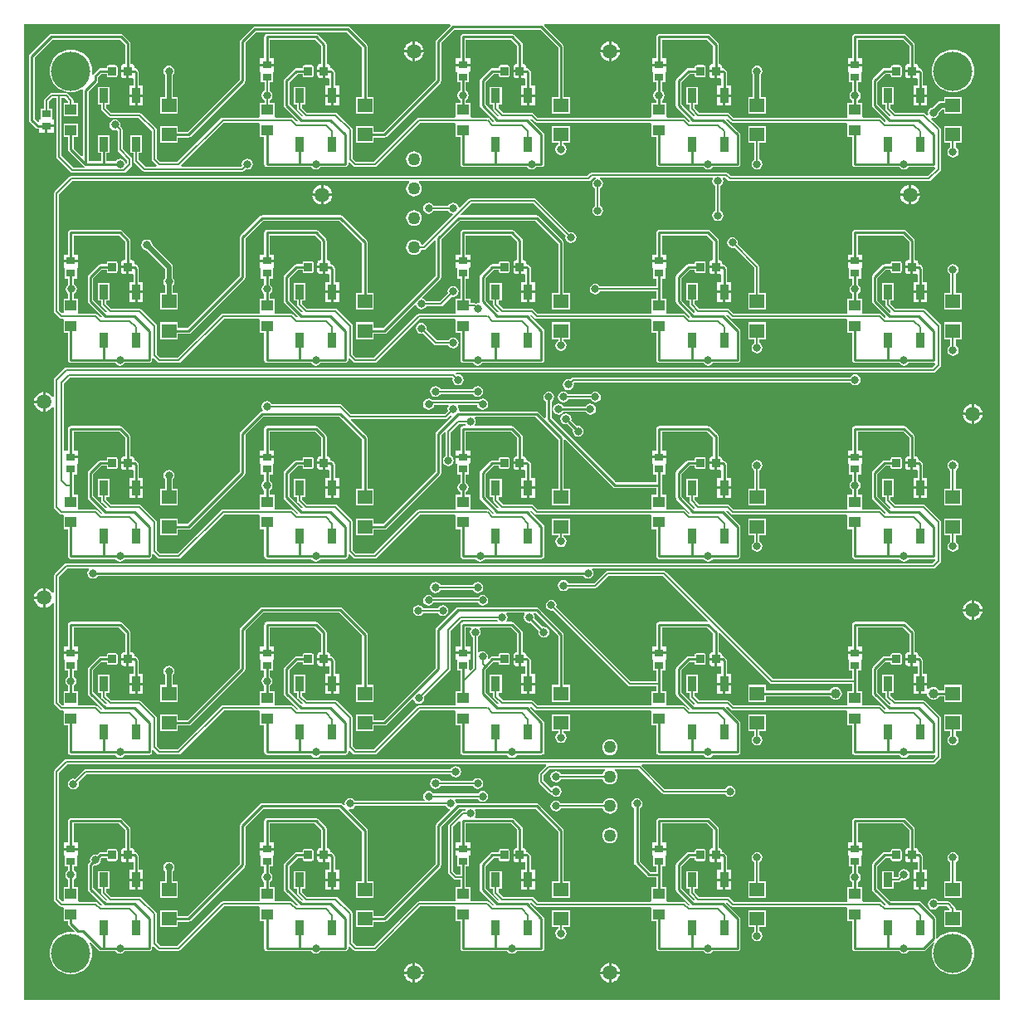
<source format=gtl>
G04 Layer_Physical_Order=1*
G04 Layer_Color=25308*
%FSLAX25Y25*%
%MOIN*%
G70*
G01*
G75*
%ADD10R,0.03600X0.06000*%
G04:AMPARAMS|DCode=11|XSize=31.5mil|YSize=35.43mil|CornerRadius=1.58mil|HoleSize=0mil|Usage=FLASHONLY|Rotation=0.000|XOffset=0mil|YOffset=0mil|HoleType=Round|Shape=RoundedRectangle|*
%AMROUNDEDRECTD11*
21,1,0.03150,0.03228,0,0,0.0*
21,1,0.02835,0.03543,0,0,0.0*
1,1,0.00315,0.01417,-0.01614*
1,1,0.00315,-0.01417,-0.01614*
1,1,0.00315,-0.01417,0.01614*
1,1,0.00315,0.01417,0.01614*
%
%ADD11ROUNDEDRECTD11*%
%ADD12R,0.05906X0.05512*%
%ADD13R,0.04724X0.04331*%
%ADD14R,0.03740X0.03150*%
%ADD15C,0.01000*%
%ADD16C,0.00787*%
%ADD17C,0.00984*%
%ADD18C,0.01969*%
%ADD19C,0.15748*%
%ADD20C,0.03150*%
%ADD21C,0.05000*%
%ADD22C,0.03937*%
%ADD23C,0.05906*%
G36*
X432087Y40354D02*
X40354D01*
Y432087D01*
X211301D01*
X211508Y431587D01*
X205906Y425984D01*
X205664Y425623D01*
X205579Y425197D01*
Y409910D01*
X184578Y388909D01*
X180718D01*
Y391151D01*
X173613D01*
Y384439D01*
X180718D01*
Y386682D01*
X185039D01*
X185466Y386767D01*
X185827Y387008D01*
X207480Y408661D01*
X207480Y408662D01*
X207722Y409023D01*
X207806Y409449D01*
Y424736D01*
X213060Y429989D01*
X247570D01*
X254792Y422767D01*
Y402962D01*
X252353D01*
Y396250D01*
X259458D01*
Y402962D01*
X257019D01*
Y423228D01*
X256934Y423655D01*
X256693Y424016D01*
X249122Y431587D01*
X249329Y432087D01*
X432087D01*
Y40354D01*
D02*
G37*
%LPC*%
G36*
X238870Y176665D02*
X236773D01*
Y175551D01*
X236862Y175100D01*
X237118Y174717D01*
X237501Y174461D01*
X237953Y174371D01*
X238870D01*
Y176665D01*
D02*
G37*
G36*
X317610D02*
X315513D01*
Y175551D01*
X315603Y175100D01*
X315858Y174717D01*
X316241Y174461D01*
X316693Y174371D01*
X317610D01*
Y176665D01*
D02*
G37*
G36*
X160130D02*
X158032D01*
Y175551D01*
X158122Y175100D01*
X158378Y174717D01*
X158761Y174461D01*
X159213Y174371D01*
X160130D01*
Y176665D01*
D02*
G37*
G36*
X81390D02*
X79292D01*
Y175551D01*
X79382Y175100D01*
X79638Y174717D01*
X80021Y174461D01*
X80472Y174371D01*
X81390D01*
Y176665D01*
D02*
G37*
G36*
X396350D02*
X394253D01*
Y175551D01*
X394343Y175100D01*
X394599Y174717D01*
X394981Y174461D01*
X395433Y174371D01*
X396350D01*
Y176665D01*
D02*
G37*
G36*
X421760Y200771D02*
Y197350D01*
X425181D01*
X425111Y197882D01*
X424713Y198844D01*
X424079Y199670D01*
X423253Y200303D01*
X422292Y200701D01*
X421760Y200771D01*
D02*
G37*
G36*
X208465Y198871D02*
X207616Y198702D01*
X206897Y198222D01*
X206526Y197667D01*
X200561D01*
X200190Y198222D01*
X199471Y198702D01*
X198622Y198871D01*
X197774Y198702D01*
X197054Y198222D01*
X196573Y197502D01*
X196405Y196653D01*
X196573Y195805D01*
X197054Y195086D01*
X197774Y194605D01*
X198622Y194436D01*
X199471Y194605D01*
X200190Y195086D01*
X200561Y195640D01*
X206526D01*
X206897Y195086D01*
X207616Y194605D01*
X208465Y194436D01*
X209313Y194605D01*
X210033Y195086D01*
X210513Y195805D01*
X210682Y196653D01*
X210513Y197502D01*
X210033Y198222D01*
X209313Y198702D01*
X208465Y198871D01*
D02*
G37*
G36*
X420760Y200771D02*
X420228Y200701D01*
X419266Y200303D01*
X418441Y199670D01*
X417807Y198844D01*
X417409Y197882D01*
X417339Y197350D01*
X420760D01*
Y200771D01*
D02*
G37*
G36*
Y196350D02*
X417339D01*
X417409Y195818D01*
X417807Y194857D01*
X418441Y194031D01*
X419266Y193398D01*
X420228Y192999D01*
X420760Y192929D01*
Y196350D01*
D02*
G37*
G36*
X425181D02*
X421760D01*
Y192929D01*
X422292Y192999D01*
X423253Y193398D01*
X424079Y194031D01*
X424713Y194857D01*
X425111Y195818D01*
X425181Y196350D01*
D02*
G37*
G36*
X393701Y192066D02*
X393701Y192066D01*
X374016D01*
X373587Y191981D01*
X373223Y191738D01*
X372980Y191374D01*
X372894Y190945D01*
Y182201D01*
X371146D01*
Y180126D01*
X376886D01*
Y182201D01*
X375137D01*
Y189823D01*
X393236D01*
X395729Y187331D01*
Y179960D01*
X395433D01*
X394981Y179870D01*
X394599Y179614D01*
X394343Y179231D01*
X394253Y178779D01*
Y177665D01*
X396850D01*
Y177165D01*
X397350D01*
Y174371D01*
X398268D01*
X398575Y174432D01*
X399075Y174143D01*
Y171180D01*
X397397D01*
Y167680D01*
X402997D01*
Y171180D01*
X401318D01*
Y176575D01*
X401233Y177004D01*
X400990Y177368D01*
X400990Y177368D01*
X400399Y177958D01*
X400035Y178201D01*
X399606Y178287D01*
X399448Y178737D01*
Y178779D01*
X399358Y179231D01*
X399102Y179614D01*
X398719Y179870D01*
X398268Y179960D01*
X397972D01*
Y187795D01*
X397972Y187795D01*
X397887Y188224D01*
X397643Y188588D01*
X397643Y188588D01*
X394494Y191738D01*
X394130Y191981D01*
X393701Y192066D01*
D02*
G37*
G36*
X242216Y166680D02*
X239916D01*
Y163180D01*
X242216D01*
Y166680D01*
D02*
G37*
G36*
X245516D02*
X243216D01*
Y163180D01*
X245516D01*
Y166680D01*
D02*
G37*
G36*
X166776D02*
X164476D01*
Y163180D01*
X166776D01*
Y166680D01*
D02*
G37*
G36*
X88036D02*
X85736D01*
Y163180D01*
X88036D01*
Y166680D01*
D02*
G37*
G36*
X163476D02*
X161176D01*
Y163180D01*
X163476D01*
Y166680D01*
D02*
G37*
G36*
X320957D02*
X318657D01*
Y163180D01*
X320957D01*
Y166680D01*
D02*
G37*
G36*
X78740Y192066D02*
X78740Y192066D01*
X59055D01*
X58626Y191981D01*
X58262Y191738D01*
X58019Y191374D01*
X57934Y190945D01*
Y182201D01*
X56185D01*
Y180126D01*
X61925D01*
Y182201D01*
X60177D01*
Y189823D01*
X78276D01*
X80768Y187331D01*
Y179960D01*
X80472D01*
X80021Y179870D01*
X79638Y179614D01*
X79382Y179231D01*
X79292Y178779D01*
Y177665D01*
X81890D01*
Y177165D01*
X82390D01*
Y174371D01*
X83307D01*
X83615Y174432D01*
X84115Y174143D01*
Y171180D01*
X82436D01*
Y167680D01*
X88036D01*
Y171180D01*
X86358D01*
Y176575D01*
X86272Y177004D01*
X86029Y177368D01*
X86029Y177368D01*
X85439Y177958D01*
X85075Y178201D01*
X84646Y178287D01*
X84487Y178737D01*
Y178779D01*
X84397Y179231D01*
X84142Y179614D01*
X83759Y179870D01*
X83307Y179960D01*
X83011D01*
Y187795D01*
X83011Y187795D01*
X82926Y188224D01*
X82683Y188588D01*
X82683Y188588D01*
X79533Y191738D01*
X79169Y191981D01*
X78740Y192066D01*
D02*
G37*
G36*
X157480D02*
X157480Y192066D01*
X137795D01*
X137366Y191981D01*
X137002Y191738D01*
X136759Y191374D01*
X136674Y190945D01*
Y182201D01*
X134925D01*
Y180126D01*
X140665D01*
Y182201D01*
X138917D01*
Y189823D01*
X157016D01*
X159508Y187331D01*
Y179960D01*
X159213D01*
X158761Y179870D01*
X158378Y179614D01*
X158122Y179231D01*
X158032Y178779D01*
Y177665D01*
X160630D01*
Y177165D01*
X161130D01*
Y174371D01*
X162047D01*
X162355Y174432D01*
X162855Y174143D01*
Y171180D01*
X161176D01*
Y167680D01*
X166776D01*
Y171180D01*
X165098D01*
Y176575D01*
X165013Y177004D01*
X164769Y177368D01*
X164769Y177368D01*
X164179Y177958D01*
X163815Y178201D01*
X163386Y178287D01*
X163227Y178737D01*
Y178779D01*
X163138Y179231D01*
X162882Y179614D01*
X162499Y179870D01*
X162047Y179960D01*
X161751D01*
Y187795D01*
X161751Y187795D01*
X161666Y188224D01*
X161423Y188588D01*
X161423Y188588D01*
X158273Y191738D01*
X157910Y191981D01*
X157480Y192066D01*
D02*
G37*
G36*
X416939Y166742D02*
X409833D01*
Y164499D01*
X407831D01*
X407755Y164681D01*
X407344Y165218D01*
X406807Y165629D01*
X406182Y165888D01*
X405512Y165977D01*
X404841Y165888D01*
X404216Y165629D01*
X403680Y165218D01*
X403497Y164979D01*
X402997Y165149D01*
Y166680D01*
X400697D01*
Y163180D01*
X402948D01*
X403009Y162715D01*
X403268Y162091D01*
X403680Y161554D01*
X404216Y161142D01*
X404841Y160883D01*
X405512Y160795D01*
X406182Y160883D01*
X406807Y161142D01*
X407344Y161554D01*
X407755Y162091D01*
X407831Y162272D01*
X409833D01*
Y160030D01*
X416939D01*
Y166742D01*
D02*
G37*
G36*
X324257Y166680D02*
X321957D01*
Y163180D01*
X324257D01*
Y166680D01*
D02*
G37*
G36*
X399697D02*
X397397D01*
Y163180D01*
X399697D01*
Y166680D01*
D02*
G37*
G36*
X245516Y245421D02*
X243216D01*
Y241920D01*
X245516D01*
Y245421D01*
D02*
G37*
G36*
X320957D02*
X318657D01*
Y241920D01*
X320957D01*
Y245421D01*
D02*
G37*
G36*
X242216D02*
X239916D01*
Y241920D01*
X242216D01*
Y245421D01*
D02*
G37*
G36*
X163476D02*
X161176D01*
Y241920D01*
X163476D01*
Y245421D01*
D02*
G37*
G36*
X166776D02*
X164476D01*
Y241920D01*
X166776D01*
Y245421D01*
D02*
G37*
G36*
X324257D02*
X321957D01*
Y241920D01*
X324257D01*
Y245421D01*
D02*
G37*
G36*
X314961Y270807D02*
X314961Y270807D01*
X295276D01*
X294846Y270721D01*
X294482Y270478D01*
X294239Y270114D01*
X294154Y269685D01*
Y260941D01*
X292406D01*
Y258866D01*
X298146D01*
Y260941D01*
X296397D01*
Y268564D01*
X314496D01*
X316989Y266071D01*
Y258700D01*
X316693D01*
X316241Y258610D01*
X315858Y258354D01*
X315603Y257971D01*
X315513Y257520D01*
Y256405D01*
X318110D01*
Y255906D01*
X318610D01*
Y253111D01*
X319528D01*
X319835Y253172D01*
X320335Y252883D01*
Y249921D01*
X318657D01*
Y246421D01*
X324257D01*
Y249921D01*
X322578D01*
Y255315D01*
X322493Y255744D01*
X322250Y256108D01*
X322250Y256108D01*
X321659Y256699D01*
X321295Y256942D01*
X320866Y257027D01*
X320708Y257477D01*
Y257520D01*
X320618Y257971D01*
X320362Y258354D01*
X319979Y258610D01*
X319528Y258700D01*
X319232D01*
Y266535D01*
X319232Y266535D01*
X319146Y266965D01*
X318903Y267329D01*
X318903Y267329D01*
X315754Y270478D01*
X315390Y270721D01*
X314961Y270807D01*
D02*
G37*
G36*
X393701D02*
X393701Y270807D01*
X374016D01*
X373587Y270721D01*
X373223Y270478D01*
X372980Y270114D01*
X372894Y269685D01*
Y260941D01*
X371146D01*
Y258866D01*
X376886D01*
Y260941D01*
X375137D01*
Y268564D01*
X393236D01*
X395729Y266071D01*
Y258700D01*
X395433D01*
X394981Y258610D01*
X394599Y258354D01*
X394343Y257971D01*
X394253Y257520D01*
Y256405D01*
X396850D01*
Y255906D01*
X397350D01*
Y253111D01*
X398268D01*
X398575Y253172D01*
X399075Y252883D01*
Y249921D01*
X397397D01*
Y246421D01*
X402997D01*
Y249921D01*
X401318D01*
Y255315D01*
X401233Y255744D01*
X400990Y256108D01*
X400990Y256108D01*
X400399Y256699D01*
X400035Y256942D01*
X399606Y257027D01*
X399448Y257477D01*
Y257520D01*
X399358Y257971D01*
X399102Y258354D01*
X398719Y258610D01*
X398268Y258700D01*
X397972D01*
Y266535D01*
X397972Y266535D01*
X397887Y266965D01*
X397643Y267329D01*
X397643Y267329D01*
X394494Y270478D01*
X394130Y270721D01*
X393701Y270807D01*
D02*
G37*
G36*
X157480D02*
X157480Y270807D01*
X137795D01*
X137366Y270721D01*
X137002Y270478D01*
X136759Y270114D01*
X136674Y269685D01*
Y260941D01*
X134925D01*
Y258866D01*
X140665D01*
Y260941D01*
X138917D01*
Y268564D01*
X157016D01*
X159508Y266071D01*
Y258700D01*
X159213D01*
X158761Y258610D01*
X158378Y258354D01*
X158122Y257971D01*
X158032Y257520D01*
Y256405D01*
X160630D01*
Y255906D01*
X161130D01*
Y253111D01*
X162047D01*
X162355Y253172D01*
X162855Y252883D01*
Y249921D01*
X161176D01*
Y246421D01*
X166776D01*
Y249921D01*
X165098D01*
Y255315D01*
X165013Y255744D01*
X164769Y256108D01*
X164769Y256108D01*
X164179Y256699D01*
X163815Y256942D01*
X163386Y257027D01*
X163227Y257477D01*
Y257520D01*
X163138Y257971D01*
X162882Y258354D01*
X162499Y258610D01*
X162047Y258700D01*
X161751D01*
Y266535D01*
X161751Y266535D01*
X161666Y266965D01*
X161423Y267329D01*
X161423Y267329D01*
X158273Y270478D01*
X157910Y270721D01*
X157480Y270807D01*
D02*
G37*
G36*
X399697Y245421D02*
X397397D01*
Y241920D01*
X399697D01*
Y245421D01*
D02*
G37*
G36*
X402997D02*
X400697D01*
Y241920D01*
X402997D01*
Y245421D01*
D02*
G37*
G36*
X88036D02*
X85736D01*
Y241920D01*
X88036D01*
Y245421D01*
D02*
G37*
G36*
X222441Y208123D02*
X221592Y207954D01*
X220873Y207473D01*
X220502Y206919D01*
X207451D01*
X207080Y207473D01*
X206360Y207954D01*
X205512Y208123D01*
X204663Y207954D01*
X203944Y207473D01*
X203463Y206754D01*
X203294Y205906D01*
X203463Y205057D01*
X203944Y204338D01*
X204663Y203857D01*
X205512Y203688D01*
X206360Y203857D01*
X207080Y204338D01*
X207451Y204892D01*
X220502D01*
X220873Y204338D01*
X221592Y203857D01*
X222441Y203688D01*
X223289Y203857D01*
X224009Y204338D01*
X224490Y205057D01*
X224658Y205906D01*
X224490Y206754D01*
X224009Y207473D01*
X223289Y207954D01*
X222441Y208123D01*
D02*
G37*
G36*
X338198Y233671D02*
X331093D01*
Y226959D01*
X333632D01*
Y224380D01*
X333078Y224009D01*
X332597Y223289D01*
X332428Y222441D01*
X332597Y221592D01*
X333078Y220873D01*
X333797Y220392D01*
X334646Y220223D01*
X335494Y220392D01*
X336214Y220873D01*
X336694Y221592D01*
X336863Y222441D01*
X336694Y223289D01*
X336214Y224009D01*
X335659Y224380D01*
Y226959D01*
X338198D01*
Y233671D01*
D02*
G37*
G36*
X47728Y205693D02*
X47196Y205623D01*
X46235Y205224D01*
X45409Y204591D01*
X44776Y203765D01*
X44377Y202803D01*
X44307Y202272D01*
X47728D01*
Y205693D01*
D02*
G37*
G36*
Y201272D02*
X44307D01*
X44377Y200740D01*
X44776Y199778D01*
X45409Y198952D01*
X46235Y198319D01*
X47196Y197921D01*
X47728Y197851D01*
Y201272D01*
D02*
G37*
G36*
X224410Y203005D02*
X223561Y202836D01*
X222842Y202355D01*
X222471Y201801D01*
X204695D01*
X204324Y202355D01*
X203605Y202836D01*
X202756Y203005D01*
X201907Y202836D01*
X201188Y202355D01*
X200707Y201636D01*
X200538Y200787D01*
X200707Y199939D01*
X201188Y199220D01*
X201907Y198739D01*
X202756Y198570D01*
X203605Y198739D01*
X204324Y199220D01*
X204695Y199774D01*
X222471D01*
X222842Y199220D01*
X223561Y198739D01*
X224410Y198570D01*
X225258Y198739D01*
X225977Y199220D01*
X226458Y199939D01*
X226627Y200787D01*
X226458Y201636D01*
X225977Y202355D01*
X225258Y202836D01*
X224410Y203005D01*
D02*
G37*
G36*
X416939Y233671D02*
X409833D01*
Y226959D01*
X412373D01*
Y224380D01*
X411818Y224009D01*
X411337Y223289D01*
X411168Y222441D01*
X411337Y221592D01*
X411818Y220873D01*
X412537Y220392D01*
X413386Y220223D01*
X414234Y220392D01*
X414954Y220873D01*
X415435Y221592D01*
X415603Y222441D01*
X415435Y223289D01*
X414954Y224009D01*
X414399Y224380D01*
Y226959D01*
X416939D01*
Y233671D01*
D02*
G37*
G36*
X413386Y257139D02*
X412537Y256970D01*
X411818Y256489D01*
X411337Y255770D01*
X411168Y254921D01*
X411337Y254073D01*
X411818Y253353D01*
X412373Y252983D01*
Y245482D01*
X409833D01*
Y238770D01*
X416939D01*
Y245482D01*
X414399D01*
Y252983D01*
X414954Y253353D01*
X415435Y254073D01*
X415603Y254921D01*
X415435Y255770D01*
X414954Y256489D01*
X414234Y256970D01*
X413386Y257139D01*
D02*
G37*
G36*
X84736Y245421D02*
X82436D01*
Y241920D01*
X84736D01*
Y245421D01*
D02*
G37*
G36*
X334646Y257139D02*
X333797Y256970D01*
X333078Y256489D01*
X332597Y255770D01*
X332428Y254921D01*
X332597Y254073D01*
X333078Y253353D01*
X333632Y252983D01*
Y245482D01*
X331093D01*
Y238770D01*
X338198D01*
Y245482D01*
X335659D01*
Y252983D01*
X336214Y253353D01*
X336694Y254073D01*
X336863Y254921D01*
X336694Y255770D01*
X336214Y256489D01*
X335494Y256970D01*
X334646Y257139D01*
D02*
G37*
G36*
X259458Y233671D02*
X252353D01*
Y226959D01*
X254892D01*
Y226348D01*
X254338Y225977D01*
X253857Y225258D01*
X253688Y224410D01*
X253857Y223561D01*
X254338Y222842D01*
X255057Y222361D01*
X255906Y222192D01*
X256754Y222361D01*
X257473Y222842D01*
X257954Y223561D01*
X258123Y224410D01*
X257954Y225258D01*
X257473Y225977D01*
X256919Y226348D01*
Y226959D01*
X259458D01*
Y233671D01*
D02*
G37*
G36*
X98425Y253202D02*
X97577Y253033D01*
X96857Y252552D01*
X96377Y251833D01*
X96208Y250984D01*
X96377Y250136D01*
X96810Y249487D01*
Y245482D01*
X94872D01*
Y238770D01*
X101978D01*
Y245482D01*
X100040D01*
Y249487D01*
X100474Y250136D01*
X100643Y250984D01*
X100474Y251833D01*
X99993Y252552D01*
X99274Y253033D01*
X98425Y253202D01*
D02*
G37*
G36*
X84736Y166680D02*
X82436D01*
Y163180D01*
X84736D01*
Y166680D01*
D02*
G37*
G36*
Y87940D02*
X82436D01*
Y84440D01*
X84736D01*
Y87940D01*
D02*
G37*
G36*
X88036D02*
X85736D01*
Y84440D01*
X88036D01*
Y87940D01*
D02*
G37*
G36*
X413386Y99658D02*
X412537Y99490D01*
X411818Y99009D01*
X411337Y98290D01*
X411168Y97441D01*
X411337Y96592D01*
X411818Y95873D01*
X412373Y95502D01*
Y88002D01*
X409833D01*
Y81290D01*
X416939D01*
Y88002D01*
X414399D01*
Y95502D01*
X414954Y95873D01*
X415435Y96592D01*
X415603Y97441D01*
X415435Y98290D01*
X414954Y99009D01*
X414234Y99490D01*
X413386Y99658D01*
D02*
G37*
G36*
X98425Y95721D02*
X97577Y95553D01*
X96857Y95072D01*
X96377Y94353D01*
X96208Y93504D01*
X96377Y92655D01*
X96810Y92007D01*
Y88002D01*
X94872D01*
Y81290D01*
X101978D01*
Y88002D01*
X100040D01*
Y92007D01*
X100474Y92655D01*
X100643Y93504D01*
X100474Y94353D01*
X99993Y95072D01*
X99274Y95553D01*
X98425Y95721D01*
D02*
G37*
G36*
X334646Y99658D02*
X333797Y99490D01*
X333078Y99009D01*
X332597Y98290D01*
X332428Y97441D01*
X332597Y96592D01*
X333078Y95873D01*
X333632Y95502D01*
Y88002D01*
X331093D01*
Y81290D01*
X338198D01*
Y88002D01*
X335659D01*
Y95502D01*
X336214Y95873D01*
X336694Y96592D01*
X336863Y97441D01*
X336694Y98290D01*
X336214Y99009D01*
X335494Y99490D01*
X334646Y99658D01*
D02*
G37*
G36*
X163476Y87940D02*
X161176D01*
Y84440D01*
X163476D01*
Y87940D01*
D02*
G37*
G36*
X320957D02*
X318657D01*
Y84440D01*
X320957D01*
Y87940D01*
D02*
G37*
G36*
X324257D02*
X321957D01*
Y84440D01*
X324257D01*
Y87940D01*
D02*
G37*
G36*
X245516D02*
X243216D01*
Y84440D01*
X245516D01*
Y87940D01*
D02*
G37*
G36*
X166776D02*
X164476D01*
Y84440D01*
X166776D01*
Y87940D01*
D02*
G37*
G36*
X242216D02*
X239916D01*
Y84440D01*
X242216D01*
Y87940D01*
D02*
G37*
G36*
X279512Y50681D02*
X276091D01*
Y47260D01*
X276622Y47330D01*
X277584Y47728D01*
X278410Y48362D01*
X279043Y49188D01*
X279442Y50149D01*
X279512Y50681D01*
D02*
G37*
G36*
X196350Y55102D02*
X195818Y55032D01*
X194857Y54634D01*
X194031Y54000D01*
X193398Y53175D01*
X192999Y52213D01*
X192929Y51681D01*
X196350D01*
Y55102D01*
D02*
G37*
G36*
X275091Y50681D02*
X271670D01*
X271740Y50149D01*
X272138Y49188D01*
X272771Y48362D01*
X273597Y47728D01*
X274559Y47330D01*
X275091Y47260D01*
Y50681D01*
D02*
G37*
G36*
X196350D02*
X192929D01*
X192999Y50149D01*
X193398Y49188D01*
X194031Y48362D01*
X194857Y47728D01*
X195818Y47330D01*
X196350Y47260D01*
Y50681D01*
D02*
G37*
G36*
X200771D02*
X197350D01*
Y47260D01*
X197882Y47330D01*
X198844Y47728D01*
X199670Y48362D01*
X200303Y49188D01*
X200701Y50149D01*
X200771Y50681D01*
D02*
G37*
G36*
X197350Y55102D02*
Y51681D01*
X200771D01*
X200701Y52213D01*
X200303Y53175D01*
X199670Y54000D01*
X198844Y54634D01*
X197882Y55032D01*
X197350Y55102D01*
D02*
G37*
G36*
X259458Y76191D02*
X252353D01*
Y69479D01*
X254892D01*
Y68868D01*
X254338Y68497D01*
X253857Y67778D01*
X253688Y66929D01*
X253857Y66081D01*
X254338Y65361D01*
X255057Y64881D01*
X255906Y64712D01*
X256754Y64881D01*
X257473Y65361D01*
X257954Y66081D01*
X258123Y66929D01*
X257954Y67778D01*
X257473Y68497D01*
X256919Y68868D01*
Y69479D01*
X259458D01*
Y76191D01*
D02*
G37*
G36*
X405512Y80958D02*
X404663Y80789D01*
X403944Y80308D01*
X403463Y79589D01*
X403294Y78740D01*
X403463Y77892D01*
X403944Y77172D01*
X404663Y76692D01*
X405512Y76523D01*
X406360Y76692D01*
X407080Y77172D01*
X407450Y77727D01*
X410998D01*
X412034Y76691D01*
X411827Y76191D01*
X409833D01*
Y69479D01*
X416939D01*
Y76191D01*
X414399D01*
Y76772D01*
X414322Y77159D01*
X414102Y77488D01*
X412134Y79457D01*
X411805Y79676D01*
X411417Y79753D01*
X407450D01*
X407080Y80308D01*
X406360Y80789D01*
X405512Y80958D01*
D02*
G37*
G36*
X338198Y76191D02*
X331093D01*
Y69479D01*
X333632D01*
Y67883D01*
X333078Y67513D01*
X332597Y66793D01*
X332428Y65945D01*
X332597Y65096D01*
X333078Y64377D01*
X333797Y63896D01*
X334646Y63727D01*
X335494Y63896D01*
X336214Y64377D01*
X336694Y65096D01*
X336863Y65945D01*
X336694Y66793D01*
X336214Y67513D01*
X335659Y67883D01*
Y69479D01*
X338198D01*
Y76191D01*
D02*
G37*
G36*
X275091Y55102D02*
X274559Y55032D01*
X273597Y54634D01*
X272771Y54000D01*
X272138Y53175D01*
X271740Y52213D01*
X271670Y51681D01*
X275091D01*
Y55102D01*
D02*
G37*
G36*
X276091D02*
Y51681D01*
X279512D01*
X279442Y52213D01*
X279043Y53175D01*
X278410Y54000D01*
X277584Y54634D01*
X276622Y55032D01*
X276091Y55102D01*
D02*
G37*
G36*
X399697Y87940D02*
X397397D01*
Y84440D01*
X399697D01*
Y87940D01*
D02*
G37*
G36*
X213583Y134107D02*
X212734Y133938D01*
X212015Y133458D01*
X211644Y132903D01*
X64961D01*
X64573Y132826D01*
X64244Y132606D01*
X60694Y129056D01*
X60039Y129186D01*
X59191Y129017D01*
X58471Y128536D01*
X57991Y127817D01*
X57822Y126969D01*
X57991Y126120D01*
X58471Y125400D01*
X59191Y124920D01*
X60039Y124751D01*
X60888Y124920D01*
X61607Y125400D01*
X62088Y126120D01*
X62257Y126969D01*
X62127Y127623D01*
X65380Y130877D01*
X211644D01*
X212015Y130322D01*
X212734Y129841D01*
X213583Y129672D01*
X214431Y129841D01*
X215151Y130322D01*
X215631Y131041D01*
X215800Y131890D01*
X215631Y132738D01*
X215151Y133458D01*
X214431Y133938D01*
X213583Y134107D01*
D02*
G37*
G36*
X275590Y144859D02*
X274781Y144753D01*
X274027Y144440D01*
X273380Y143943D01*
X272883Y143296D01*
X272570Y142542D01*
X272464Y141732D01*
X272570Y140923D01*
X272883Y140169D01*
X273380Y139521D01*
X274027Y139024D01*
X274781Y138712D01*
X275590Y138605D01*
X276400Y138712D01*
X277154Y139024D01*
X277801Y139521D01*
X278298Y140169D01*
X278611Y140923D01*
X278717Y141732D01*
X278611Y142542D01*
X278298Y143296D01*
X277801Y143943D01*
X277154Y144440D01*
X276400Y144753D01*
X275590Y144859D01*
D02*
G37*
G36*
X222441Y129383D02*
X221592Y129214D01*
X220873Y128733D01*
X220502Y128179D01*
X207451D01*
X207080Y128733D01*
X206360Y129214D01*
X205512Y129383D01*
X204663Y129214D01*
X203944Y128733D01*
X203463Y128014D01*
X203294Y127165D01*
X203463Y126317D01*
X203944Y125597D01*
X204663Y125117D01*
X205512Y124948D01*
X206360Y125117D01*
X207080Y125597D01*
X207451Y126152D01*
X220502D01*
X220873Y125597D01*
X221592Y125117D01*
X222441Y124948D01*
X223289Y125117D01*
X224009Y125597D01*
X224490Y126317D01*
X224658Y127165D01*
X224490Y128014D01*
X224009Y128733D01*
X223289Y129214D01*
X222441Y129383D01*
D02*
G37*
G36*
X275590Y109426D02*
X274781Y109319D01*
X274027Y109007D01*
X273380Y108510D01*
X272883Y107863D01*
X272570Y107108D01*
X272464Y106299D01*
X272570Y105490D01*
X272883Y104736D01*
X273380Y104088D01*
X274027Y103591D01*
X274781Y103279D01*
X275590Y103173D01*
X276400Y103279D01*
X277154Y103591D01*
X277801Y104088D01*
X278298Y104736D01*
X278611Y105490D01*
X278717Y106299D01*
X278611Y107108D01*
X278298Y107863D01*
X277801Y108510D01*
X277154Y109007D01*
X276400Y109319D01*
X275590Y109426D01*
D02*
G37*
G36*
Y121237D02*
X274781Y121130D01*
X274027Y120818D01*
X273380Y120321D01*
X272883Y119674D01*
X272655Y119123D01*
X255876D01*
X255505Y119678D01*
X254786Y120159D01*
X253937Y120328D01*
X253088Y120159D01*
X252369Y119678D01*
X251888Y118959D01*
X251720Y118110D01*
X251888Y117262D01*
X252369Y116542D01*
X253088Y116062D01*
X253937Y115893D01*
X254786Y116062D01*
X255505Y116542D01*
X255876Y117097D01*
X272655D01*
X272883Y116547D01*
X273380Y115899D01*
X274027Y115402D01*
X274781Y115090D01*
X275590Y114983D01*
X276400Y115090D01*
X277154Y115402D01*
X277801Y115899D01*
X278298Y116547D01*
X278611Y117301D01*
X278717Y118110D01*
X278611Y118920D01*
X278298Y119674D01*
X277801Y120321D01*
X277154Y120818D01*
X276400Y121130D01*
X275590Y121237D01*
D02*
G37*
G36*
X338198Y154931D02*
X331093D01*
Y148219D01*
X333632D01*
Y146624D01*
X333078Y146253D01*
X332597Y145534D01*
X332428Y144685D01*
X332597Y143836D01*
X333078Y143117D01*
X333797Y142636D01*
X334646Y142468D01*
X335494Y142636D01*
X336214Y143117D01*
X336694Y143836D01*
X336863Y144685D01*
X336694Y145534D01*
X336214Y146253D01*
X335659Y146624D01*
Y148219D01*
X338198D01*
Y154931D01*
D02*
G37*
G36*
X135827Y197964D02*
X135401Y197879D01*
X135281Y197799D01*
X135039Y197638D01*
X135039Y197638D01*
X127165Y189764D01*
X126924Y189402D01*
X126839Y188976D01*
Y173690D01*
X105838Y152688D01*
X101978D01*
Y154931D01*
X94872D01*
Y148219D01*
X101978D01*
Y150461D01*
X106299D01*
X106725Y150546D01*
X107087Y150787D01*
X128740Y172441D01*
X128740Y172441D01*
X128981Y172802D01*
X129066Y173228D01*
Y188515D01*
X136288Y195737D01*
X166862D01*
X176052Y186547D01*
Y166742D01*
X173613D01*
Y160030D01*
X180718D01*
Y166742D01*
X178279D01*
Y187008D01*
X178279Y187008D01*
X178194Y187434D01*
X178114Y187554D01*
X177953Y187795D01*
X177953Y187795D01*
X168110Y197638D01*
X167749Y197879D01*
X167323Y197964D01*
X135827D01*
X135827Y197964D01*
D02*
G37*
G36*
X338198Y166742D02*
X331093D01*
Y160030D01*
X338198D01*
Y162272D01*
X363823D01*
X363898Y162091D01*
X364310Y161554D01*
X364846Y161142D01*
X365471Y160883D01*
X366142Y160795D01*
X366812Y160883D01*
X367437Y161142D01*
X367974Y161554D01*
X368385Y162091D01*
X368644Y162715D01*
X368732Y163386D01*
X368644Y164056D01*
X368385Y164681D01*
X367974Y165218D01*
X367437Y165629D01*
X366812Y165888D01*
X366142Y165977D01*
X365471Y165888D01*
X364846Y165629D01*
X364310Y165218D01*
X363898Y164681D01*
X363823Y164499D01*
X338198D01*
Y166742D01*
D02*
G37*
G36*
X98425Y174461D02*
X97577Y174293D01*
X96857Y173812D01*
X96377Y173093D01*
X96208Y172244D01*
X96377Y171396D01*
X96810Y170747D01*
Y166742D01*
X94872D01*
Y160030D01*
X101978D01*
Y166742D01*
X100040D01*
Y170747D01*
X100474Y171396D01*
X100643Y172244D01*
X100474Y173093D01*
X99993Y173812D01*
X99274Y174293D01*
X98425Y174461D01*
D02*
G37*
G36*
X416939Y154931D02*
X409833D01*
Y148219D01*
X412373D01*
Y146624D01*
X411818Y146253D01*
X411337Y145534D01*
X411168Y144685D01*
X411337Y143836D01*
X411818Y143117D01*
X412537Y142636D01*
X413386Y142468D01*
X414234Y142636D01*
X414954Y143117D01*
X415435Y143836D01*
X415603Y144685D01*
X415435Y145534D01*
X414954Y146253D01*
X414399Y146624D01*
Y148219D01*
X416939D01*
Y154931D01*
D02*
G37*
G36*
X259458D02*
X252353D01*
Y148219D01*
X254892D01*
Y147608D01*
X254338Y147237D01*
X253857Y146518D01*
X253688Y145669D01*
X253857Y144821D01*
X254338Y144101D01*
X255057Y143621D01*
X255906Y143452D01*
X256754Y143621D01*
X257473Y144101D01*
X257954Y144821D01*
X258123Y145669D01*
X257954Y146518D01*
X257473Y147237D01*
X256919Y147608D01*
Y148219D01*
X259458D01*
Y154931D01*
D02*
G37*
G36*
X314961Y113326D02*
X314961Y113326D01*
X295276D01*
X294846Y113241D01*
X294482Y112998D01*
X294239Y112634D01*
X294154Y112205D01*
Y103461D01*
X292406D01*
Y101386D01*
X298146D01*
Y103461D01*
X296397D01*
Y111083D01*
X314496D01*
X316989Y108591D01*
Y101219D01*
X316693D01*
X316241Y101130D01*
X315858Y100874D01*
X315603Y100491D01*
X315513Y100039D01*
Y98925D01*
X318110D01*
Y98425D01*
X318610D01*
Y95631D01*
X319528D01*
X319835Y95692D01*
X320335Y95403D01*
Y92440D01*
X318657D01*
Y88940D01*
X324257D01*
Y92440D01*
X322578D01*
Y97835D01*
X322493Y98264D01*
X322250Y98628D01*
X322250Y98628D01*
X321659Y99218D01*
X321295Y99461D01*
X320866Y99547D01*
X320708Y99997D01*
Y100039D01*
X320618Y100491D01*
X320362Y100874D01*
X319979Y101130D01*
X319528Y101219D01*
X319232D01*
Y109055D01*
X319232Y109055D01*
X319146Y109484D01*
X318903Y109848D01*
X318903Y109848D01*
X315754Y112998D01*
X315390Y113241D01*
X314961Y113326D01*
D02*
G37*
G36*
X393701D02*
X393701Y113326D01*
X374016D01*
X373587Y113241D01*
X373223Y112998D01*
X372980Y112634D01*
X372894Y112205D01*
Y103461D01*
X371146D01*
Y101386D01*
X376886D01*
Y103461D01*
X375137D01*
Y111083D01*
X393236D01*
X395729Y108591D01*
Y101219D01*
X395433D01*
X394981Y101130D01*
X394599Y100874D01*
X394343Y100491D01*
X394253Y100039D01*
Y98925D01*
X396850D01*
Y98425D01*
X397350D01*
Y95631D01*
X398268D01*
X398575Y95692D01*
X399075Y95403D01*
Y92440D01*
X397397D01*
Y88940D01*
X402997D01*
Y92440D01*
X401318D01*
Y97835D01*
X401233Y98264D01*
X400990Y98628D01*
X400990Y98628D01*
X400399Y99218D01*
X400035Y99461D01*
X399606Y99547D01*
X399448Y99997D01*
Y100039D01*
X399358Y100491D01*
X399102Y100874D01*
X398719Y101130D01*
X398268Y101219D01*
X397972D01*
Y109055D01*
X397972Y109055D01*
X397887Y109484D01*
X397643Y109848D01*
X397643Y109848D01*
X394494Y112998D01*
X394130Y113241D01*
X393701Y113326D01*
D02*
G37*
G36*
X157480D02*
X157480Y113326D01*
X137795D01*
X137366Y113241D01*
X137002Y112998D01*
X136759Y112634D01*
X136674Y112205D01*
Y103461D01*
X134925D01*
Y101386D01*
X140665D01*
Y103461D01*
X138917D01*
Y111083D01*
X157016D01*
X159508Y108591D01*
Y101219D01*
X159213D01*
X158761Y101130D01*
X158378Y100874D01*
X158122Y100491D01*
X158032Y100039D01*
Y98925D01*
X160630D01*
Y98425D01*
X161130D01*
Y95631D01*
X162047D01*
X162355Y95692D01*
X162855Y95403D01*
Y92440D01*
X161176D01*
Y88940D01*
X166776D01*
Y92440D01*
X165098D01*
Y97835D01*
X165013Y98264D01*
X164769Y98628D01*
X164769Y98628D01*
X164179Y99218D01*
X163815Y99461D01*
X163386Y99547D01*
X163227Y99997D01*
Y100039D01*
X163138Y100491D01*
X162882Y100874D01*
X162499Y101130D01*
X162047Y101219D01*
X161751D01*
Y109055D01*
X161751Y109055D01*
X161666Y109484D01*
X161423Y109848D01*
X161423Y109848D01*
X158273Y112998D01*
X157910Y113241D01*
X157480Y113326D01*
D02*
G37*
G36*
X402997Y87940D02*
X400697D01*
Y84440D01*
X402997D01*
Y87940D01*
D02*
G37*
G36*
X78740Y113326D02*
X78740Y113326D01*
X59055D01*
X58626Y113241D01*
X58262Y112998D01*
X58019Y112634D01*
X57934Y112205D01*
Y103461D01*
X56185D01*
Y101386D01*
X61925D01*
Y103461D01*
X60177D01*
Y111083D01*
X78276D01*
X80768Y108591D01*
Y101219D01*
X80472D01*
X80021Y101130D01*
X79638Y100874D01*
X79382Y100491D01*
X79292Y100039D01*
Y98925D01*
X81890D01*
Y98425D01*
X82390D01*
Y95631D01*
X83307D01*
X83615Y95692D01*
X84115Y95403D01*
Y92440D01*
X82436D01*
Y88940D01*
X88036D01*
Y92440D01*
X86358D01*
Y97835D01*
X86272Y98264D01*
X86029Y98628D01*
X86029Y98628D01*
X85439Y99218D01*
X85075Y99461D01*
X84646Y99547D01*
X84487Y99997D01*
Y100039D01*
X84397Y100491D01*
X84142Y100874D01*
X83759Y101130D01*
X83307Y101219D01*
X83011D01*
Y109055D01*
X83011Y109055D01*
X82926Y109484D01*
X82683Y109848D01*
X82683Y109848D01*
X79533Y112998D01*
X79169Y113241D01*
X78740Y113326D01*
D02*
G37*
G36*
X393701Y92769D02*
X392852Y92600D01*
X392133Y92119D01*
X391652Y91400D01*
X391483Y90551D01*
X391614Y89897D01*
X391170Y89453D01*
X389601D01*
Y92040D01*
X384801D01*
Y84840D01*
X389601D01*
Y87427D01*
X391590D01*
X391978Y87504D01*
X392306Y87724D01*
X393046Y88464D01*
X393701Y88334D01*
X394549Y88503D01*
X395269Y88983D01*
X395749Y89703D01*
X395918Y90551D01*
X395749Y91400D01*
X395269Y92119D01*
X394549Y92600D01*
X393701Y92769D01*
D02*
G37*
G36*
X317610Y97925D02*
X315513D01*
Y96811D01*
X315603Y96359D01*
X315858Y95977D01*
X316241Y95721D01*
X316693Y95631D01*
X317610D01*
Y97925D01*
D02*
G37*
G36*
X396350D02*
X394253D01*
Y96811D01*
X394343Y96359D01*
X394599Y95977D01*
X394981Y95721D01*
X395433Y95631D01*
X396350D01*
Y97925D01*
D02*
G37*
G36*
X238870D02*
X236773D01*
Y96811D01*
X236862Y96359D01*
X237118Y95977D01*
X237501Y95721D01*
X237953Y95631D01*
X238870D01*
Y97925D01*
D02*
G37*
G36*
X81390D02*
X79292D01*
Y96811D01*
X79382Y96359D01*
X79638Y95977D01*
X80021Y95721D01*
X80472Y95631D01*
X81390D01*
Y97925D01*
D02*
G37*
G36*
X160130D02*
X158032D01*
Y96811D01*
X158122Y96359D01*
X158378Y95977D01*
X158761Y95721D01*
X159213Y95631D01*
X160130D01*
Y97925D01*
D02*
G37*
G36*
X81390Y255405D02*
X79292D01*
Y254291D01*
X79382Y253840D01*
X79638Y253457D01*
X80021Y253201D01*
X80472Y253111D01*
X81390D01*
Y255405D01*
D02*
G37*
G36*
X334646Y415603D02*
X333797Y415435D01*
X333078Y414954D01*
X332597Y414234D01*
X332428Y413386D01*
X332597Y412537D01*
X333030Y411889D01*
Y402962D01*
X331093D01*
Y396250D01*
X338198D01*
Y402962D01*
X336261D01*
Y411889D01*
X336694Y412537D01*
X336863Y413386D01*
X336694Y414234D01*
X336214Y414954D01*
X335494Y415435D01*
X334646Y415603D01*
D02*
G37*
G36*
X84736Y402901D02*
X82436D01*
Y399401D01*
X84736D01*
Y402901D01*
D02*
G37*
G36*
X170276Y431232D02*
X132874D01*
X132448Y431147D01*
X132087Y430905D01*
X127165Y425984D01*
X126924Y425623D01*
X126839Y425197D01*
Y409910D01*
X105838Y388909D01*
X101978D01*
Y391151D01*
X94872D01*
Y384439D01*
X101978D01*
Y386682D01*
X106299D01*
X106725Y386767D01*
X107087Y387008D01*
X128740Y408661D01*
X128740Y408662D01*
X128981Y409023D01*
X129066Y409449D01*
Y424736D01*
X133335Y429005D01*
X169814D01*
X176052Y422767D01*
Y402962D01*
X173613D01*
Y396250D01*
X180718D01*
Y402962D01*
X178279D01*
Y423228D01*
X178194Y423655D01*
X177953Y424016D01*
X171063Y430905D01*
X170702Y431147D01*
X170276Y431232D01*
D02*
G37*
G36*
X52083Y390740D02*
X49713D01*
Y388665D01*
X52083D01*
Y390740D01*
D02*
G37*
G36*
X98425Y415603D02*
X97577Y415435D01*
X96857Y414954D01*
X96377Y414234D01*
X96208Y413386D01*
X96377Y412537D01*
X96810Y411889D01*
Y402962D01*
X94872D01*
Y396250D01*
X101978D01*
Y402962D01*
X100040D01*
Y411889D01*
X100474Y412537D01*
X100643Y413386D01*
X100474Y414234D01*
X99993Y414954D01*
X99274Y415435D01*
X98425Y415603D01*
D02*
G37*
G36*
X88036Y402901D02*
X85736D01*
Y399401D01*
X88036D01*
Y402901D01*
D02*
G37*
G36*
X245516D02*
X243216D01*
Y399401D01*
X245516D01*
Y402901D01*
D02*
G37*
G36*
X320957D02*
X318657D01*
Y399401D01*
X320957D01*
Y402901D01*
D02*
G37*
G36*
X242216D02*
X239916D01*
Y399401D01*
X242216D01*
Y402901D01*
D02*
G37*
G36*
X163476D02*
X161176D01*
Y399401D01*
X163476D01*
Y402901D01*
D02*
G37*
G36*
X166776D02*
X164476D01*
Y399401D01*
X166776D01*
Y402901D01*
D02*
G37*
G36*
X159441Y367602D02*
X158909Y367532D01*
X157948Y367134D01*
X157122Y366500D01*
X156488Y365674D01*
X156090Y364713D01*
X156020Y364181D01*
X159441D01*
Y367602D01*
D02*
G37*
G36*
X160441D02*
Y364181D01*
X163862D01*
X163792Y364713D01*
X163394Y365674D01*
X162760Y366500D01*
X161934Y367134D01*
X160973Y367532D01*
X160441Y367602D01*
D02*
G37*
G36*
X400082Y363181D02*
X396661D01*
Y359760D01*
X397193Y359830D01*
X398155Y360228D01*
X398980Y360862D01*
X399614Y361688D01*
X400012Y362649D01*
X400082Y363181D01*
D02*
G37*
G36*
X163862D02*
X160441D01*
Y359760D01*
X160973Y359830D01*
X161934Y360228D01*
X162760Y360862D01*
X163394Y361688D01*
X163792Y362649D01*
X163862Y363181D01*
D02*
G37*
G36*
X395661D02*
X392240D01*
X392310Y362649D01*
X392709Y361688D01*
X393342Y360862D01*
X394168Y360228D01*
X395129Y359830D01*
X395661Y359760D01*
Y363181D01*
D02*
G37*
G36*
Y367602D02*
X395129Y367532D01*
X394168Y367134D01*
X393342Y366500D01*
X392709Y365674D01*
X392310Y364713D01*
X392240Y364181D01*
X395661D01*
Y367602D01*
D02*
G37*
G36*
X416939Y391151D02*
X409833D01*
Y384439D01*
X412373D01*
Y382844D01*
X411818Y382473D01*
X411337Y381754D01*
X411168Y380906D01*
X411337Y380057D01*
X411818Y379338D01*
X412537Y378857D01*
X413386Y378688D01*
X414234Y378857D01*
X414954Y379338D01*
X415435Y380057D01*
X415603Y380906D01*
X415435Y381754D01*
X414954Y382473D01*
X414399Y382844D01*
Y384439D01*
X416939D01*
Y391151D01*
D02*
G37*
G36*
X259458D02*
X252353D01*
Y384439D01*
X254892D01*
Y383828D01*
X254338Y383458D01*
X253857Y382738D01*
X253688Y381890D01*
X253857Y381041D01*
X254338Y380322D01*
X255057Y379841D01*
X255906Y379672D01*
X256754Y379841D01*
X257473Y380322D01*
X257954Y381041D01*
X258123Y381890D01*
X257954Y382738D01*
X257473Y383458D01*
X256919Y383828D01*
Y384439D01*
X259458D01*
Y391151D01*
D02*
G37*
G36*
X196850Y381080D02*
X196041Y380973D01*
X195287Y380661D01*
X194639Y380164D01*
X194143Y379516D01*
X193830Y378762D01*
X193724Y377953D01*
X193830Y377144D01*
X194143Y376389D01*
X194639Y375742D01*
X195287Y375245D01*
X196041Y374933D01*
X196850Y374826D01*
X197660Y374933D01*
X198414Y375245D01*
X199061Y375742D01*
X199558Y376389D01*
X199871Y377144D01*
X199977Y377953D01*
X199871Y378762D01*
X199558Y379516D01*
X199061Y380164D01*
X198414Y380661D01*
X197660Y380973D01*
X196850Y381080D01*
D02*
G37*
G36*
X396661Y367602D02*
Y364181D01*
X400082D01*
X400012Y364713D01*
X399614Y365674D01*
X398980Y366500D01*
X398155Y367134D01*
X397193Y367532D01*
X396661Y367602D01*
D02*
G37*
G36*
X338198Y391151D02*
X331093D01*
Y384439D01*
X333632D01*
Y377923D01*
X333078Y377552D01*
X332597Y376833D01*
X332428Y375984D01*
X332597Y375136D01*
X333078Y374416D01*
X333797Y373936D01*
X334646Y373767D01*
X335494Y373936D01*
X336214Y374416D01*
X336694Y375136D01*
X336863Y375984D01*
X336694Y376833D01*
X336214Y377552D01*
X335659Y377923D01*
Y384439D01*
X338198D01*
Y391151D01*
D02*
G37*
G36*
X324257Y402901D02*
X321957D01*
Y399401D01*
X324257D01*
Y402901D01*
D02*
G37*
G36*
X196350Y420760D02*
X192929D01*
X192999Y420228D01*
X193398Y419266D01*
X194031Y418441D01*
X194857Y417807D01*
X195818Y417409D01*
X196350Y417339D01*
Y420760D01*
D02*
G37*
G36*
X200771D02*
X197350D01*
Y417339D01*
X197882Y417409D01*
X198844Y417807D01*
X199670Y418441D01*
X200303Y419266D01*
X200701Y420228D01*
X200771Y420760D01*
D02*
G37*
G36*
X391968Y415772D02*
X389134D01*
X388838Y415714D01*
X388588Y415546D01*
X388420Y415296D01*
X388362Y415000D01*
Y414507D01*
X385827D01*
X385827Y414507D01*
X385398Y414422D01*
X385034Y414179D01*
X385034Y414179D01*
X381097Y410242D01*
X380854Y409878D01*
X380768Y409449D01*
X380768Y409449D01*
Y399606D01*
X380768Y399606D01*
X380854Y399177D01*
X381097Y398813D01*
X386386Y393524D01*
X386221Y392982D01*
X386044Y392948D01*
X384606Y394386D01*
X384278Y394605D01*
X383890Y394683D01*
X377251D01*
X376978Y395069D01*
X376978Y395182D01*
Y400600D01*
X375137D01*
Y401677D01*
X375584Y401975D01*
X376064Y402695D01*
X376233Y403543D01*
X376064Y404392D01*
X375584Y405111D01*
X375137Y405409D01*
Y408750D01*
X376486D01*
Y412772D01*
X376486Y413030D01*
X376513Y413047D01*
X376523Y413053D01*
X376886Y413272D01*
Y413272D01*
X376886Y413309D01*
X376886Y413312D01*
X376886Y413316D01*
Y413316D01*
Y413322D01*
X376886Y413323D01*
X376886Y413333D01*
Y413334D01*
Y413339D01*
Y413340D01*
Y413341D01*
Y413341D01*
D01*
X376886Y413812D01*
Y415346D01*
X371146D01*
Y413341D01*
X371146Y413341D01*
X371146D01*
Y413341D01*
Y413272D01*
X371518Y413047D01*
X371518Y413047D01*
X371524Y413043D01*
X371546Y413030D01*
X371546Y412772D01*
Y408750D01*
X372894D01*
Y405409D01*
X372448Y405111D01*
X371967Y404392D01*
X371798Y403543D01*
X371967Y402695D01*
X372448Y401975D01*
X372894Y401677D01*
Y400600D01*
X371054D01*
Y395182D01*
X371054Y395069D01*
X370780Y394683D01*
X325254D01*
X323551Y396386D01*
X323222Y396605D01*
X322835Y396683D01*
X311443D01*
X309474Y398652D01*
Y399801D01*
X310861D01*
Y407001D01*
X306061D01*
Y399801D01*
X307448D01*
Y398232D01*
X307525Y397845D01*
X307744Y397516D01*
X309628Y395632D01*
X309462Y395090D01*
X309286Y395056D01*
X304271Y400071D01*
Y408984D01*
X307551Y412264D01*
X309621D01*
Y411772D01*
X309680Y411476D01*
X309848Y411226D01*
X310098Y411058D01*
X310394Y410999D01*
X313228D01*
X313524Y411058D01*
X313774Y411226D01*
X313942Y411476D01*
X314001Y411772D01*
Y415000D01*
X313942Y415296D01*
X313774Y415546D01*
X313524Y415714D01*
X313228Y415772D01*
X310394D01*
X310098Y415714D01*
X309848Y415546D01*
X309680Y415296D01*
X309621Y415000D01*
Y414507D01*
X307087D01*
X307087Y414507D01*
X306657Y414422D01*
X306294Y414179D01*
X306294Y414179D01*
X302357Y410242D01*
X302113Y409878D01*
X302028Y409449D01*
X302028Y409449D01*
Y399606D01*
X302028Y399606D01*
X302113Y399177D01*
X302357Y398813D01*
X307646Y393524D01*
X307481Y392982D01*
X307304Y392948D01*
X305866Y394386D01*
X305537Y394605D01*
X305150Y394683D01*
X298511D01*
X298238Y395069D01*
X298238Y395182D01*
Y400600D01*
X296397D01*
Y401677D01*
X296844Y401975D01*
X297324Y402695D01*
X297493Y403543D01*
X297324Y404392D01*
X296844Y405111D01*
X296397Y405409D01*
Y408750D01*
X297746D01*
Y412772D01*
X297746Y413030D01*
X297773Y413047D01*
X297783Y413053D01*
X298146Y413272D01*
Y413272D01*
X298146Y413309D01*
X298146Y413312D01*
X298146Y413316D01*
Y413316D01*
Y413322D01*
X298146Y413323D01*
X298146Y413333D01*
Y413334D01*
Y413339D01*
Y413340D01*
Y413341D01*
Y413341D01*
D01*
X298146Y413812D01*
Y415346D01*
X292406D01*
Y413341D01*
X292406Y413341D01*
X292406D01*
Y413341D01*
Y413272D01*
X292778Y413047D01*
X292778Y413047D01*
X292784Y413043D01*
X292806Y413030D01*
X292806Y412772D01*
Y408750D01*
X294154D01*
Y405409D01*
X293708Y405111D01*
X293227Y404392D01*
X293058Y403543D01*
X293227Y402695D01*
X293708Y401975D01*
X294154Y401677D01*
Y400600D01*
X292313D01*
Y395182D01*
X292313Y395069D01*
X292040Y394683D01*
X246514D01*
X244811Y396386D01*
X244482Y396605D01*
X244094Y396683D01*
X232703D01*
X230734Y398652D01*
Y399801D01*
X232120D01*
Y407001D01*
X227321D01*
Y399801D01*
X228707D01*
Y398232D01*
X228784Y397845D01*
X229004Y397516D01*
X230888Y395632D01*
X230722Y395090D01*
X230546Y395056D01*
X225531Y400071D01*
Y408984D01*
X228811Y412264D01*
X230881D01*
Y411772D01*
X230940Y411476D01*
X231107Y411226D01*
X231358Y411058D01*
X231653Y410999D01*
X234488D01*
X234784Y411058D01*
X235034Y411226D01*
X235202Y411476D01*
X235261Y411772D01*
Y415000D01*
X235202Y415296D01*
X235034Y415546D01*
X234784Y415714D01*
X234488Y415772D01*
X231653D01*
X231358Y415714D01*
X231107Y415546D01*
X230940Y415296D01*
X230881Y415000D01*
Y414507D01*
X228346D01*
X228346Y414507D01*
X227917Y414422D01*
X227553Y414179D01*
X227553Y414179D01*
X223616Y410242D01*
X223373Y409878D01*
X223288Y409449D01*
X223288Y409449D01*
Y399606D01*
X223288Y399606D01*
X223373Y399177D01*
X223616Y398813D01*
X228906Y393524D01*
X228741Y392982D01*
X228564Y392948D01*
X227126Y394386D01*
X227107Y394398D01*
X227094Y394417D01*
X226766Y394637D01*
X226378Y394714D01*
X219847D01*
X219498Y395069D01*
X219498Y395214D01*
Y400600D01*
X217657D01*
Y401677D01*
X218103Y401975D01*
X218584Y402695D01*
X218753Y403543D01*
X218584Y404392D01*
X218103Y405111D01*
X217657Y405409D01*
Y408750D01*
X219005D01*
Y412772D01*
X219005Y413030D01*
X219033Y413047D01*
X219043Y413053D01*
X219406Y413272D01*
Y413272D01*
X219406Y413309D01*
X219406Y413312D01*
X219406Y413316D01*
Y413316D01*
Y413322D01*
X219406Y413323D01*
X219406Y413333D01*
Y413334D01*
Y413339D01*
Y413340D01*
Y413341D01*
Y413341D01*
D01*
X219406Y413812D01*
Y415346D01*
X213665D01*
Y413341D01*
X213665Y413341D01*
X213665D01*
Y413341D01*
Y413272D01*
X214038Y413047D01*
X214038Y413047D01*
X214044Y413043D01*
X214065Y413030D01*
X214065Y412772D01*
Y408750D01*
X215414D01*
Y405409D01*
X214967Y405111D01*
X214487Y404392D01*
X214318Y403543D01*
X214487Y402695D01*
X214967Y401975D01*
X215414Y401677D01*
Y400600D01*
X213573D01*
Y395214D01*
X213573Y395069D01*
X213224Y394714D01*
X198819D01*
X198431Y394637D01*
X198102Y394417D01*
X180683Y376997D01*
X173648D01*
X172273Y378372D01*
Y389764D01*
X172196Y390152D01*
X171976Y390480D01*
X166071Y396386D01*
X165742Y396605D01*
X165354Y396683D01*
X153963D01*
X151994Y398652D01*
Y399801D01*
X153380D01*
Y407001D01*
X148580D01*
Y399801D01*
X149967D01*
Y398232D01*
X150044Y397845D01*
X150264Y397516D01*
X152147Y395632D01*
X151982Y395090D01*
X151806Y395056D01*
X146791Y400071D01*
Y408984D01*
X150071Y412264D01*
X152141D01*
Y411772D01*
X152200Y411476D01*
X152367Y411226D01*
X152618Y411058D01*
X152913Y410999D01*
X155748D01*
X156044Y411058D01*
X156294Y411226D01*
X156462Y411476D01*
X156520Y411772D01*
Y415000D01*
X156462Y415296D01*
X156294Y415546D01*
X156044Y415714D01*
X155748Y415772D01*
X152913D01*
X152618Y415714D01*
X152367Y415546D01*
X152200Y415296D01*
X152141Y415000D01*
Y414507D01*
X149606D01*
X149606Y414507D01*
X149177Y414422D01*
X148813Y414179D01*
X148813Y414179D01*
X144876Y410242D01*
X144633Y409878D01*
X144548Y409449D01*
X144548Y409449D01*
Y399606D01*
X144548Y399606D01*
X144633Y399177D01*
X144876Y398813D01*
X150166Y393524D01*
X150000Y392982D01*
X149824Y392948D01*
X148386Y394386D01*
X148367Y394398D01*
X148354Y394417D01*
X148026Y394637D01*
X147638Y394714D01*
X141107D01*
X140758Y395069D01*
X140758Y395214D01*
Y400600D01*
X138808D01*
Y401605D01*
X139363Y401975D01*
X139844Y402695D01*
X140013Y403543D01*
X139844Y404392D01*
X139363Y405111D01*
X138808Y405482D01*
Y408750D01*
X140265D01*
Y412772D01*
X140265Y413030D01*
X140293Y413047D01*
X140303Y413053D01*
X140665Y413272D01*
Y413272D01*
X140665Y413309D01*
X140665Y413312D01*
X140665Y413316D01*
Y413316D01*
Y413322D01*
X140665Y413323D01*
X140665Y413333D01*
Y413334D01*
Y413339D01*
Y413340D01*
Y413341D01*
Y413341D01*
D01*
X140665Y413812D01*
Y415346D01*
X134925D01*
Y413341D01*
X134925Y413341D01*
X134925D01*
Y413341D01*
Y413272D01*
X135298Y413047D01*
X135298Y413047D01*
X135304Y413043D01*
X135325Y413030D01*
X135325Y412772D01*
Y408750D01*
X136782D01*
Y405482D01*
X136227Y405111D01*
X135747Y404392D01*
X135578Y403543D01*
X135747Y402695D01*
X136227Y401975D01*
X136782Y401605D01*
Y400600D01*
X134833D01*
Y395214D01*
X134833Y395069D01*
X134484Y394714D01*
X120079D01*
X119691Y394637D01*
X119362Y394417D01*
X101943Y376997D01*
X94908D01*
X93533Y378372D01*
Y389764D01*
X93456Y390152D01*
X93236Y390480D01*
X87331Y396386D01*
X87002Y396605D01*
X86614Y396683D01*
X75223D01*
X73253Y398652D01*
Y399801D01*
X74640D01*
Y407001D01*
X69840D01*
Y399801D01*
X71227D01*
Y398232D01*
X71304Y397845D01*
X71524Y397516D01*
X74087Y394953D01*
X74415Y394733D01*
X74803Y394656D01*
X86194D01*
X91506Y389344D01*
Y377953D01*
X91584Y377565D01*
X91803Y377236D01*
X93511Y375529D01*
X93304Y375029D01*
X89002D01*
X86249Y377782D01*
Y380455D01*
X87636D01*
Y387655D01*
X82836D01*
Y380455D01*
X84223D01*
Y377362D01*
X84300Y376975D01*
X84520Y376646D01*
X87866Y373299D01*
X88195Y373080D01*
X88583Y373003D01*
X127953D01*
X128340Y373080D01*
X128669Y373299D01*
X129267Y373897D01*
X129921Y373767D01*
X130770Y373936D01*
X131489Y374416D01*
X131970Y375136D01*
X132139Y375984D01*
X131970Y376833D01*
X131489Y377552D01*
X130770Y378033D01*
X129921Y378202D01*
X129073Y378033D01*
X128353Y377552D01*
X127873Y376833D01*
X127704Y375984D01*
X127818Y375411D01*
X127480Y375029D01*
X103547D01*
X103340Y375529D01*
X120498Y392688D01*
X134484D01*
X134833Y392332D01*
Y386802D01*
X136674D01*
Y375984D01*
X136759Y375555D01*
X137002Y375191D01*
X137366Y374948D01*
X137795Y374863D01*
X155614D01*
X155912Y374416D01*
X156632Y373936D01*
X157480Y373767D01*
X158329Y373936D01*
X159048Y374416D01*
X159346Y374863D01*
X169291D01*
X169720Y374948D01*
X170084Y375191D01*
X170327Y375555D01*
X170413Y375984D01*
Y376660D01*
X170913Y376867D01*
X172512Y375268D01*
X172841Y375048D01*
X173228Y374971D01*
X181102D01*
X181490Y375048D01*
X181819Y375268D01*
X199239Y392688D01*
X213224D01*
X213573Y392332D01*
Y386802D01*
X215414D01*
Y375984D01*
X215499Y375555D01*
X215742Y375191D01*
X216106Y374948D01*
X216535Y374863D01*
X242228D01*
X242527Y374416D01*
X243246Y373936D01*
X244094Y373767D01*
X244943Y373936D01*
X245662Y374416D01*
X245961Y374863D01*
X248031D01*
X248461Y374948D01*
X248825Y375191D01*
X249068Y375555D01*
X249153Y375984D01*
Y387795D01*
X249068Y388225D01*
X248825Y388588D01*
X248825Y388588D01*
X243567Y393846D01*
X243732Y394388D01*
X243908Y394423D01*
X245378Y392953D01*
X245707Y392733D01*
X246094Y392656D01*
X291948D01*
X292313Y392332D01*
Y386802D01*
X294154D01*
Y375984D01*
X294239Y375555D01*
X294482Y375191D01*
X294846Y374948D01*
X295276Y374863D01*
X313094D01*
X313393Y374416D01*
X314112Y373936D01*
X314961Y373767D01*
X315809Y373936D01*
X316529Y374416D01*
X316827Y374863D01*
X326772D01*
X327201Y374948D01*
X327565Y375191D01*
X327808Y375555D01*
X327893Y375984D01*
Y387795D01*
X327808Y388225D01*
X327565Y388588D01*
X327565Y388588D01*
X322307Y393846D01*
X322472Y394388D01*
X322649Y394423D01*
X324118Y392953D01*
X324447Y392733D01*
X324835Y392656D01*
X370688D01*
X371054Y392332D01*
Y386802D01*
X372894D01*
Y375984D01*
X372980Y375555D01*
X373223Y375191D01*
X373587Y374948D01*
X374016Y374863D01*
X391835D01*
X392133Y374416D01*
X392852Y373936D01*
X393701Y373767D01*
X394549Y373936D01*
X395269Y374416D01*
X395567Y374863D01*
X405512D01*
X405760Y374912D01*
X406190Y374631D01*
X406249Y374556D01*
X406284Y374252D01*
X403124Y371092D01*
X324239D01*
X322951Y372379D01*
X322622Y372599D01*
X322235Y372676D01*
X268317D01*
X267929Y372599D01*
X267600Y372379D01*
X266313Y371092D01*
X59094D01*
X59062Y371098D01*
X58674Y371021D01*
X58345Y370802D01*
X52433Y364890D01*
X52214Y364561D01*
X52136Y364173D01*
Y316929D01*
X52214Y316541D01*
X52433Y316213D01*
X54433Y314213D01*
X54762Y313993D01*
X55150Y313916D01*
X55727D01*
X56093Y313592D01*
Y308061D01*
X57934D01*
Y297244D01*
X58019Y296815D01*
X58262Y296451D01*
X58626Y296208D01*
X59055Y296123D01*
X76874D01*
X77172Y295676D01*
X77892Y295196D01*
X78740Y295027D01*
X79589Y295196D01*
X80308Y295676D01*
X80606Y296123D01*
X90551D01*
X90980Y296208D01*
X91344Y296451D01*
X91587Y296815D01*
X91673Y297244D01*
Y297920D01*
X92173Y298127D01*
X93772Y296528D01*
X94100Y296308D01*
X94488Y296231D01*
X102362D01*
X102750Y296308D01*
X103079Y296528D01*
X120498Y313948D01*
X134484D01*
X134833Y313592D01*
Y308061D01*
X136674D01*
Y297244D01*
X136759Y296815D01*
X137002Y296451D01*
X137366Y296208D01*
X137795Y296123D01*
X155614D01*
X155912Y295676D01*
X156632Y295196D01*
X157480Y295027D01*
X158329Y295196D01*
X159048Y295676D01*
X159346Y296123D01*
X169291D01*
X169720Y296208D01*
X170084Y296451D01*
X170327Y296815D01*
X170413Y297244D01*
Y297920D01*
X170913Y298127D01*
X172512Y296528D01*
X172841Y296308D01*
X173228Y296231D01*
X181102D01*
X181490Y296308D01*
X181819Y296528D01*
X199239Y313948D01*
X213224D01*
X213573Y313592D01*
Y308061D01*
X215414D01*
Y297244D01*
X215499Y296815D01*
X215742Y296451D01*
X216106Y296208D01*
X216535Y296123D01*
X220575D01*
X220873Y295676D01*
X221592Y295196D01*
X222441Y295027D01*
X223289Y295196D01*
X224009Y295676D01*
X224307Y296123D01*
X248031D01*
X248461Y296208D01*
X248825Y296451D01*
X249068Y296815D01*
X249153Y297244D01*
Y309055D01*
X249068Y309484D01*
X248825Y309848D01*
X248825Y309848D01*
X243567Y315106D01*
X243732Y315648D01*
X243908Y315682D01*
X245378Y314213D01*
X245707Y313993D01*
X246094Y313916D01*
X291948D01*
X292313Y313592D01*
Y308061D01*
X294154D01*
Y297244D01*
X294239Y296815D01*
X294482Y296451D01*
X294846Y296208D01*
X295276Y296123D01*
X313094D01*
X313393Y295676D01*
X314112Y295196D01*
X314961Y295027D01*
X315809Y295196D01*
X316529Y295676D01*
X316827Y296123D01*
X326772D01*
X327201Y296208D01*
X327565Y296451D01*
X327808Y296815D01*
X327893Y297244D01*
Y309055D01*
X327808Y309484D01*
X327565Y309848D01*
X327565Y309848D01*
X322307Y315106D01*
X322472Y315648D01*
X322649Y315682D01*
X324118Y314213D01*
X324447Y313993D01*
X324835Y313916D01*
X370688D01*
X371054Y313592D01*
Y308061D01*
X372894D01*
Y297244D01*
X372980Y296815D01*
X373223Y296451D01*
X373587Y296208D01*
X374016Y296123D01*
X391835D01*
X392133Y295676D01*
X392852Y295196D01*
X393701Y295027D01*
X394549Y295196D01*
X395269Y295676D01*
X395567Y296123D01*
X405512D01*
X405760Y296172D01*
X406190Y295890D01*
X406249Y295816D01*
X406284Y295512D01*
X405092Y294320D01*
X57087D01*
X56699Y294243D01*
X56370Y294023D01*
X52433Y290087D01*
X52214Y289758D01*
X52136Y289370D01*
Y282703D01*
X51840Y282575D01*
X51636Y282563D01*
X51047Y283331D01*
X50222Y283964D01*
X49260Y284363D01*
X48728Y284433D01*
Y280512D01*
Y276591D01*
X49260Y276661D01*
X50222Y277059D01*
X51047Y277693D01*
X51636Y278460D01*
X51840Y278449D01*
X52136Y278320D01*
Y238189D01*
X52214Y237801D01*
X52433Y237473D01*
X54433Y235473D01*
X54762Y235253D01*
X55150Y235176D01*
X55727D01*
X56093Y234852D01*
Y229321D01*
X57934D01*
Y218504D01*
X58019Y218075D01*
X58262Y217711D01*
X58626Y217468D01*
X59055Y217382D01*
X76874D01*
X77172Y216936D01*
X77892Y216455D01*
X78740Y216286D01*
X79589Y216455D01*
X80308Y216936D01*
X80606Y217382D01*
X90551D01*
X90980Y217468D01*
X91344Y217711D01*
X91587Y218075D01*
X91673Y218504D01*
Y219179D01*
X92173Y219387D01*
X93772Y217788D01*
X94100Y217568D01*
X94488Y217491D01*
X102362D01*
X102750Y217568D01*
X103079Y217788D01*
X120498Y235207D01*
X134484D01*
X134833Y234852D01*
Y229321D01*
X136674D01*
Y218504D01*
X136759Y218075D01*
X137002Y217711D01*
X137366Y217468D01*
X137795Y217382D01*
X155614D01*
X155912Y216936D01*
X156632Y216455D01*
X157480Y216286D01*
X158329Y216455D01*
X159048Y216936D01*
X159346Y217382D01*
X169291D01*
X169720Y217468D01*
X170084Y217711D01*
X170327Y218075D01*
X170413Y218504D01*
Y219179D01*
X170913Y219387D01*
X172512Y217788D01*
X172841Y217568D01*
X173228Y217491D01*
X181102D01*
X181490Y217568D01*
X181819Y217788D01*
X199239Y235207D01*
X213224D01*
X213573Y234852D01*
Y229321D01*
X215414D01*
Y218504D01*
X215499Y218075D01*
X215742Y217711D01*
X216106Y217468D01*
X216535Y217382D01*
X221559D01*
X221857Y216936D01*
X222577Y216455D01*
X223425Y216286D01*
X224274Y216455D01*
X224993Y216936D01*
X225291Y217382D01*
X248031D01*
X248461Y217468D01*
X248825Y217711D01*
X249068Y218075D01*
X249153Y218504D01*
Y230315D01*
X249068Y230744D01*
X248825Y231108D01*
X248825Y231108D01*
X243567Y236366D01*
X243732Y236908D01*
X243908Y236942D01*
X245378Y235473D01*
X245707Y235253D01*
X246094Y235176D01*
X291948D01*
X292313Y234852D01*
Y229321D01*
X294154D01*
Y218504D01*
X294239Y218075D01*
X294482Y217711D01*
X294846Y217468D01*
X295276Y217382D01*
X313094D01*
X313393Y216936D01*
X314112Y216455D01*
X314961Y216286D01*
X315809Y216455D01*
X316529Y216936D01*
X316827Y217382D01*
X326772D01*
X327201Y217468D01*
X327565Y217711D01*
X327808Y218075D01*
X327893Y218504D01*
Y230315D01*
X327808Y230744D01*
X327565Y231108D01*
X327565Y231108D01*
X322307Y236366D01*
X322472Y236908D01*
X322649Y236942D01*
X324118Y235473D01*
X324447Y235253D01*
X324835Y235176D01*
X370688D01*
X371054Y234852D01*
Y229321D01*
X372894D01*
Y218504D01*
X372980Y218075D01*
X373223Y217711D01*
X373587Y217468D01*
X374016Y217382D01*
X391835D01*
X392133Y216936D01*
X392852Y216455D01*
X393701Y216286D01*
X394549Y216455D01*
X395269Y216936D01*
X395567Y217382D01*
X405512D01*
X405760Y217432D01*
X406190Y217150D01*
X406249Y217075D01*
X406284Y216772D01*
X405092Y215580D01*
X57087D01*
X56699Y215503D01*
X56370Y215283D01*
X52433Y211346D01*
X52214Y211018D01*
X52136Y210630D01*
Y203963D01*
X51840Y203834D01*
X51636Y203823D01*
X51047Y204591D01*
X50222Y205224D01*
X49260Y205623D01*
X48728Y205693D01*
Y201772D01*
Y197851D01*
X49260Y197921D01*
X50222Y198319D01*
X51047Y198952D01*
X51636Y199720D01*
X51840Y199709D01*
X52136Y199580D01*
Y159449D01*
X52214Y159061D01*
X52433Y158732D01*
X54433Y156732D01*
X54762Y156513D01*
X55150Y156436D01*
X55727D01*
X56093Y156112D01*
Y150581D01*
X57934D01*
Y139764D01*
X58019Y139335D01*
X58262Y138971D01*
X58626Y138728D01*
X59055Y138642D01*
X76874D01*
X77172Y138196D01*
X77892Y137715D01*
X78740Y137546D01*
X79589Y137715D01*
X80308Y138196D01*
X80606Y138642D01*
X90551D01*
X90980Y138728D01*
X91344Y138971D01*
X91587Y139335D01*
X91673Y139764D01*
Y140439D01*
X92173Y140646D01*
X93772Y139047D01*
X94100Y138828D01*
X94488Y138751D01*
X102362D01*
X102750Y138828D01*
X103079Y139047D01*
X120498Y156467D01*
X134484D01*
X134833Y156112D01*
Y150581D01*
X136674D01*
Y139764D01*
X136759Y139335D01*
X137002Y138971D01*
X137366Y138728D01*
X137795Y138642D01*
X155614D01*
X155912Y138196D01*
X156632Y137715D01*
X157480Y137546D01*
X158329Y137715D01*
X159048Y138196D01*
X159346Y138642D01*
X169291D01*
X169720Y138728D01*
X170084Y138971D01*
X170327Y139335D01*
X170413Y139764D01*
Y140439D01*
X170913Y140646D01*
X172512Y139047D01*
X172841Y138828D01*
X173228Y138751D01*
X181102D01*
X181490Y138828D01*
X181819Y139047D01*
X199239Y156467D01*
X213224D01*
X213573Y156112D01*
Y150581D01*
X215414D01*
Y139764D01*
X215499Y139335D01*
X215742Y138971D01*
X216106Y138728D01*
X216535Y138642D01*
X234354D01*
X234652Y138196D01*
X235372Y137715D01*
X236221Y137546D01*
X237069Y137715D01*
X237788Y138196D01*
X238087Y138642D01*
X248031D01*
X248461Y138728D01*
X248825Y138971D01*
X249068Y139335D01*
X249153Y139764D01*
Y151575D01*
X249068Y152004D01*
X248825Y152368D01*
X248825Y152368D01*
X243567Y157626D01*
X243732Y158168D01*
X243908Y158202D01*
X245378Y156732D01*
X245707Y156513D01*
X246094Y156436D01*
X291948D01*
X292313Y156112D01*
Y150581D01*
X294154D01*
Y139764D01*
X294239Y139335D01*
X294482Y138971D01*
X294846Y138728D01*
X295276Y138642D01*
X313094D01*
X313393Y138196D01*
X314112Y137715D01*
X314961Y137546D01*
X315809Y137715D01*
X316529Y138196D01*
X316827Y138642D01*
X326772D01*
X327201Y138728D01*
X327565Y138971D01*
X327808Y139335D01*
X327893Y139764D01*
Y151575D01*
X327808Y152004D01*
X327565Y152368D01*
X327565Y152368D01*
X322307Y157626D01*
X322472Y158168D01*
X322649Y158202D01*
X324118Y156732D01*
X324447Y156513D01*
X324835Y156436D01*
X370688D01*
X371054Y156112D01*
Y150581D01*
X372894D01*
Y139764D01*
X372980Y139335D01*
X373223Y138971D01*
X373587Y138728D01*
X374016Y138642D01*
X391835D01*
X392133Y138196D01*
X392852Y137715D01*
X393701Y137546D01*
X394549Y137715D01*
X395269Y138196D01*
X395567Y138642D01*
X405512D01*
X405760Y138691D01*
X406190Y138410D01*
X406249Y138335D01*
X406284Y138032D01*
X405092Y136840D01*
X57087D01*
X56699Y136763D01*
X56370Y136543D01*
X52433Y132606D01*
X52214Y132278D01*
X52136Y131890D01*
Y80709D01*
X52214Y80321D01*
X52433Y79992D01*
X54433Y77992D01*
X54762Y77773D01*
X55150Y77696D01*
X55727D01*
X56093Y77372D01*
Y71841D01*
X57934D01*
Y70866D01*
X57934Y70866D01*
X58019Y70437D01*
X58262Y70073D01*
X60395Y67941D01*
X60167Y67461D01*
X59055Y67570D01*
X57394Y67406D01*
X55797Y66922D01*
X54324Y66135D01*
X53034Y65076D01*
X51975Y63786D01*
X51188Y62314D01*
X50704Y60716D01*
X50540Y59055D01*
X50704Y57394D01*
X51188Y55797D01*
X51975Y54324D01*
X53034Y53034D01*
X54324Y51975D01*
X55797Y51188D01*
X57394Y50704D01*
X59055Y50540D01*
X60716Y50704D01*
X62314Y51188D01*
X63786Y51975D01*
X65076Y53034D01*
X66135Y54324D01*
X66922Y55797D01*
X67406Y57394D01*
X67570Y59055D01*
X67406Y60716D01*
X66922Y62314D01*
X66508Y63089D01*
X66913Y63390D01*
X70073Y60231D01*
X70073Y60231D01*
X70437Y59987D01*
X70866Y59902D01*
X70866Y59902D01*
X76874D01*
X77172Y59456D01*
X77892Y58975D01*
X78740Y58806D01*
X79589Y58975D01*
X80308Y59456D01*
X80606Y59902D01*
X90551D01*
X90980Y59987D01*
X91344Y60231D01*
X91587Y60594D01*
X91673Y61024D01*
Y61699D01*
X92173Y61906D01*
X93772Y60307D01*
X94100Y60088D01*
X94488Y60010D01*
X102362D01*
X102750Y60088D01*
X103079Y60307D01*
X120498Y77727D01*
X134484D01*
X134833Y77372D01*
Y71841D01*
X136674D01*
Y61024D01*
X136759Y60594D01*
X137002Y60231D01*
X137366Y59987D01*
X137795Y59902D01*
X155614D01*
X155912Y59456D01*
X156632Y58975D01*
X157480Y58806D01*
X158329Y58975D01*
X159048Y59456D01*
X159346Y59902D01*
X169291D01*
X169720Y59987D01*
X170084Y60231D01*
X170327Y60594D01*
X170413Y61024D01*
Y61699D01*
X170913Y61906D01*
X172512Y60307D01*
X172841Y60088D01*
X173228Y60010D01*
X181102D01*
X181490Y60088D01*
X181819Y60307D01*
X199239Y77727D01*
X213224D01*
X213573Y77372D01*
Y71841D01*
X215414D01*
Y61024D01*
X215499Y60594D01*
X215742Y60231D01*
X216106Y59987D01*
X216535Y59902D01*
X234354D01*
X234652Y59456D01*
X235372Y58975D01*
X236221Y58806D01*
X237069Y58975D01*
X237788Y59456D01*
X238087Y59902D01*
X248031D01*
X248461Y59987D01*
X248825Y60231D01*
X249068Y60594D01*
X249153Y61024D01*
Y72835D01*
X249068Y73264D01*
X248825Y73628D01*
X248825Y73628D01*
X243567Y78886D01*
X243732Y79427D01*
X243908Y79462D01*
X245378Y77992D01*
X245707Y77773D01*
X246094Y77696D01*
X291948D01*
X292313Y77372D01*
Y71841D01*
X294154D01*
Y61024D01*
X294239Y60594D01*
X294482Y60231D01*
X294846Y59987D01*
X295276Y59902D01*
X313094D01*
X313393Y59456D01*
X314112Y58975D01*
X314961Y58806D01*
X315809Y58975D01*
X316529Y59456D01*
X316827Y59902D01*
X326772D01*
X327201Y59987D01*
X327565Y60231D01*
X327808Y60594D01*
X327893Y61024D01*
Y72835D01*
X327808Y73264D01*
X327565Y73628D01*
X327565Y73628D01*
X322307Y78886D01*
X322472Y79427D01*
X322649Y79462D01*
X324118Y77992D01*
X324447Y77773D01*
X324835Y77696D01*
X370688D01*
X371054Y77372D01*
Y71841D01*
X372894D01*
Y61024D01*
X372980Y60594D01*
X373223Y60231D01*
X373587Y59987D01*
X374016Y59902D01*
X391835D01*
X392133Y59456D01*
X392852Y58975D01*
X393701Y58806D01*
X394549Y58975D01*
X395269Y59456D01*
X395567Y59902D01*
X401575D01*
X401575Y59902D01*
X402004Y59987D01*
X402368Y60231D01*
X405527Y63390D01*
X405933Y63089D01*
X405519Y62314D01*
X405034Y60716D01*
X404871Y59055D01*
X405034Y57394D01*
X405519Y55797D01*
X406306Y54324D01*
X407365Y53034D01*
X408655Y51975D01*
X410127Y51188D01*
X411725Y50704D01*
X413386Y50540D01*
X415047Y50704D01*
X416644Y51188D01*
X418117Y51975D01*
X419407Y53034D01*
X420466Y54324D01*
X421253Y55797D01*
X421737Y57394D01*
X421901Y59055D01*
X421737Y60716D01*
X421253Y62314D01*
X420466Y63786D01*
X419407Y65076D01*
X418117Y66135D01*
X416644Y66922D01*
X415047Y67406D01*
X413386Y67570D01*
X411725Y67406D01*
X410127Y66922D01*
X408655Y66135D01*
X407365Y65076D01*
X407103Y64757D01*
X406657Y64951D01*
X406633Y64973D01*
Y72835D01*
X406548Y73264D01*
X406305Y73628D01*
X406305Y73628D01*
X400399Y79533D01*
X400035Y79776D01*
X399606Y79862D01*
X399606Y79862D01*
X388260D01*
X383011Y85110D01*
Y94024D01*
X386291Y97304D01*
X388362D01*
Y96811D01*
X388420Y96516D01*
X388588Y96265D01*
X388838Y96097D01*
X389134Y96039D01*
X391968D01*
X392264Y96097D01*
X392515Y96265D01*
X392682Y96516D01*
X392741Y96811D01*
Y100039D01*
X392682Y100335D01*
X392515Y100585D01*
X392264Y100753D01*
X391968Y100812D01*
X389134D01*
X388838Y100753D01*
X388588Y100585D01*
X388420Y100335D01*
X388362Y100039D01*
Y99547D01*
X385827D01*
X385827Y99547D01*
X385398Y99461D01*
X385034Y99218D01*
X385034Y99218D01*
X381097Y95281D01*
X380854Y94917D01*
X380768Y94488D01*
X380768Y94488D01*
Y84646D01*
X380768Y84646D01*
X380854Y84216D01*
X381097Y83853D01*
X386386Y78563D01*
X386221Y78021D01*
X386044Y77987D01*
X384606Y79425D01*
X384278Y79645D01*
X383890Y79722D01*
X377251D01*
X376978Y80109D01*
X376978Y80222D01*
Y85639D01*
X375137D01*
Y87701D01*
X375584Y87999D01*
X376064Y88718D01*
X376233Y89567D01*
X376064Y90416D01*
X375584Y91135D01*
X375137Y91433D01*
Y93790D01*
X376486D01*
Y97811D01*
X376486Y98070D01*
X376513Y98086D01*
X376523Y98092D01*
X376886Y98311D01*
Y98311D01*
X376886Y98348D01*
X376886Y98352D01*
X376886Y98355D01*
Y98355D01*
Y98361D01*
X376886Y98362D01*
X376886Y98372D01*
Y98373D01*
Y98378D01*
Y98380D01*
Y98381D01*
Y98381D01*
D01*
X376886Y98852D01*
Y100386D01*
X371146D01*
Y98381D01*
X371146Y98381D01*
X371146D01*
Y98381D01*
Y98311D01*
X371518Y98086D01*
X371518Y98086D01*
X371524Y98083D01*
X371546Y98070D01*
X371546Y97811D01*
Y93790D01*
X372894D01*
Y91433D01*
X372448Y91135D01*
X371967Y90416D01*
X371798Y89567D01*
X371967Y88718D01*
X372448Y87999D01*
X372894Y87701D01*
Y85639D01*
X371054D01*
Y80222D01*
X371054Y80109D01*
X370780Y79722D01*
X325254D01*
X323551Y81425D01*
X323222Y81645D01*
X322835Y81722D01*
X311443D01*
X309474Y83691D01*
Y84840D01*
X310861D01*
Y92040D01*
X306061D01*
Y84840D01*
X307448D01*
Y83272D01*
X307525Y82884D01*
X307744Y82555D01*
X309628Y80672D01*
X309462Y80130D01*
X309286Y80095D01*
X304271Y85110D01*
Y94024D01*
X307551Y97304D01*
X309621D01*
Y96811D01*
X309680Y96516D01*
X309848Y96265D01*
X310098Y96097D01*
X310394Y96039D01*
X313228D01*
X313524Y96097D01*
X313774Y96265D01*
X313942Y96516D01*
X314001Y96811D01*
Y100039D01*
X313942Y100335D01*
X313774Y100585D01*
X313524Y100753D01*
X313228Y100812D01*
X310394D01*
X310098Y100753D01*
X309848Y100585D01*
X309680Y100335D01*
X309621Y100039D01*
Y99547D01*
X307087D01*
X307087Y99547D01*
X306657Y99461D01*
X306294Y99218D01*
X306294Y99218D01*
X302357Y95281D01*
X302113Y94917D01*
X302028Y94488D01*
X302028Y94488D01*
Y84646D01*
X302028Y84646D01*
X302113Y84216D01*
X302357Y83853D01*
X307646Y78563D01*
X307481Y78021D01*
X307304Y77987D01*
X305866Y79425D01*
X305537Y79645D01*
X305150Y79722D01*
X298511D01*
X298238Y80109D01*
X298238Y80222D01*
Y85639D01*
X296397D01*
Y90551D01*
Y93790D01*
X297746D01*
Y97811D01*
X297746Y98070D01*
X297773Y98086D01*
X297783Y98092D01*
X298146Y98311D01*
Y98311D01*
X298146Y98348D01*
X298146Y98352D01*
X298146Y98355D01*
Y98355D01*
Y98361D01*
X298146Y98362D01*
X298146Y98372D01*
Y98373D01*
Y98378D01*
Y98380D01*
Y98381D01*
Y98381D01*
D01*
X298146Y98852D01*
Y100386D01*
X292406D01*
Y98381D01*
X292406Y98381D01*
X292406D01*
Y98381D01*
Y98311D01*
X292778Y98086D01*
X292778Y98086D01*
X292784Y98083D01*
X292806Y98070D01*
X292806Y97811D01*
Y93790D01*
X294154D01*
Y91673D01*
X291803D01*
X287539Y95937D01*
Y117228D01*
X287985Y117526D01*
X288466Y118246D01*
X288635Y119095D01*
X288466Y119943D01*
X287985Y120662D01*
X287266Y121143D01*
X286417Y121312D01*
X285569Y121143D01*
X284849Y120662D01*
X284369Y119943D01*
X284200Y119095D01*
X284369Y118246D01*
X284849Y117526D01*
X285296Y117228D01*
Y95473D01*
X285296Y95473D01*
X285381Y95043D01*
X285624Y94679D01*
X290546Y89758D01*
X290546Y89758D01*
X290909Y89515D01*
X291339Y89430D01*
X291339Y89430D01*
X294154D01*
Y85639D01*
X292313D01*
Y80222D01*
X292313Y80109D01*
X292040Y79722D01*
X246514D01*
X244811Y81425D01*
X244482Y81645D01*
X244094Y81722D01*
X232703D01*
X230734Y83691D01*
Y84840D01*
X232120D01*
Y92040D01*
X227321D01*
Y84840D01*
X228707D01*
Y83272D01*
X228784Y82884D01*
X229004Y82555D01*
X230888Y80672D01*
X230722Y80130D01*
X230546Y80095D01*
X225531Y85110D01*
Y94024D01*
X228811Y97304D01*
X230881D01*
Y96811D01*
X230940Y96516D01*
X231107Y96265D01*
X231358Y96097D01*
X231653Y96039D01*
X234488D01*
X234784Y96097D01*
X235034Y96265D01*
X235202Y96516D01*
X235261Y96811D01*
Y100039D01*
X235202Y100335D01*
X235034Y100585D01*
X234784Y100753D01*
X234488Y100812D01*
X231653D01*
X231358Y100753D01*
X231107Y100585D01*
X230940Y100335D01*
X230881Y100039D01*
Y99547D01*
X228346D01*
X228346Y99547D01*
X227917Y99461D01*
X227553Y99218D01*
X227553Y99218D01*
X223616Y95281D01*
X223373Y94917D01*
X223288Y94488D01*
X223288Y94488D01*
Y84646D01*
X223288Y84646D01*
X223373Y84216D01*
X223616Y83853D01*
X228906Y78563D01*
X228741Y78021D01*
X228564Y77987D01*
X227126Y79425D01*
X227107Y79438D01*
X227094Y79457D01*
X226766Y79676D01*
X226378Y79753D01*
X219847D01*
X219498Y80109D01*
X219498Y80253D01*
Y85639D01*
X217657D01*
Y89567D01*
Y93790D01*
X219005D01*
Y98070D01*
X219406Y98311D01*
X219406Y98311D01*
X219406D01*
X219406Y98311D01*
Y100386D01*
X213665D01*
Y98311D01*
X213665D01*
X214065Y98139D01*
Y93790D01*
X215414D01*
Y90580D01*
X214002D01*
X212627Y91955D01*
Y109817D01*
X214914Y112103D01*
X215414Y111896D01*
Y103461D01*
X213665D01*
Y101386D01*
X219406D01*
Y103461D01*
X217657D01*
Y111083D01*
X235756D01*
X238248Y108591D01*
Y101219D01*
X237953D01*
X237501Y101130D01*
X237118Y100874D01*
X236862Y100491D01*
X236773Y100039D01*
Y98925D01*
X239370D01*
Y98425D01*
X239870D01*
Y95631D01*
X240787D01*
X241095Y95692D01*
X241595Y95403D01*
Y92440D01*
X239916D01*
Y88940D01*
X245516D01*
Y92440D01*
X243838D01*
Y97835D01*
X243753Y98264D01*
X243510Y98628D01*
X243510Y98628D01*
X242919Y99218D01*
X242555Y99461D01*
X242126Y99547D01*
X241968Y99997D01*
Y100039D01*
X241878Y100491D01*
X241622Y100874D01*
X241239Y101130D01*
X240787Y101219D01*
X240492D01*
Y109055D01*
X240492Y109055D01*
X240406Y109484D01*
X240163Y109848D01*
X240163Y109848D01*
X237014Y112998D01*
X236650Y113241D01*
X236221Y113326D01*
X236220Y113326D01*
X221482D01*
X221214Y113826D01*
X221537Y114309D01*
X221706Y115157D01*
X221537Y116006D01*
X221209Y116497D01*
X221476Y116997D01*
X245602D01*
X254792Y107807D01*
Y88002D01*
X252353D01*
Y81290D01*
X259458D01*
Y88002D01*
X257019D01*
Y108268D01*
X257019Y108268D01*
X256934Y108694D01*
X256854Y108814D01*
X256693Y109055D01*
X256693Y109055D01*
X246850Y118898D01*
X246489Y119139D01*
X246063Y119224D01*
X214567D01*
X214567Y119224D01*
X214288Y119168D01*
X214136Y119144D01*
X213755Y119482D01*
X213663Y119943D01*
X213268Y120534D01*
X213457Y121034D01*
X222471D01*
X222842Y120479D01*
X223561Y119999D01*
X224410Y119830D01*
X225258Y119999D01*
X225977Y120479D01*
X226458Y121199D01*
X226627Y122047D01*
X226458Y122896D01*
X225977Y123615D01*
X225258Y124096D01*
X224410Y124265D01*
X223561Y124096D01*
X222842Y123615D01*
X222471Y123060D01*
X204695D01*
X204324Y123615D01*
X203605Y124096D01*
X202756Y124265D01*
X201907Y124096D01*
X201188Y123615D01*
X200707Y122896D01*
X200538Y122047D01*
X200707Y121199D01*
X201102Y120608D01*
X200913Y120108D01*
X173198D01*
X172828Y120662D01*
X172108Y121143D01*
X171260Y121312D01*
X170411Y121143D01*
X169692Y120662D01*
X169211Y119943D01*
X169042Y119095D01*
X169147Y118568D01*
X168686Y118321D01*
X168110Y118898D01*
X167749Y119139D01*
X167323Y119224D01*
X135827D01*
X135827Y119224D01*
X135401Y119139D01*
X135281Y119059D01*
X135039Y118898D01*
X135039Y118898D01*
X127165Y111024D01*
X126924Y110662D01*
X126839Y110236D01*
Y94949D01*
X105838Y73948D01*
X101978D01*
Y76191D01*
X94872D01*
Y69479D01*
X101978D01*
Y71721D01*
X106299D01*
X106725Y71806D01*
X107087Y72047D01*
X128740Y93701D01*
X128740Y93701D01*
X128981Y94062D01*
X129066Y94488D01*
Y109775D01*
X136288Y116997D01*
X166862D01*
X176052Y107807D01*
Y88002D01*
X173613D01*
Y81290D01*
X180718D01*
Y88002D01*
X178279D01*
Y108268D01*
X178279Y108268D01*
X178194Y108694D01*
X178114Y108814D01*
X177953Y109055D01*
X177953Y109055D01*
X170487Y116521D01*
X170733Y116982D01*
X171260Y116877D01*
X172108Y117046D01*
X172828Y117526D01*
X173198Y118081D01*
X209676D01*
X210046Y117526D01*
X210766Y117046D01*
X211145Y116970D01*
X211310Y116428D01*
X205906Y111024D01*
X205664Y110662D01*
X205579Y110236D01*
Y94949D01*
X184578Y73948D01*
X180718D01*
Y76191D01*
X173613D01*
Y69479D01*
X180718D01*
Y71721D01*
X185039D01*
X185466Y71806D01*
X185827Y72047D01*
X207480Y93701D01*
X207480Y93701D01*
X207722Y94062D01*
X207806Y94488D01*
Y109775D01*
X215028Y116997D01*
X217465D01*
X217692Y116576D01*
X217437Y116171D01*
X216535D01*
X216148Y116094D01*
X215819Y115874D01*
X210898Y110953D01*
X210678Y110624D01*
X210601Y110236D01*
Y91535D01*
X210678Y91148D01*
X210898Y90819D01*
X212866Y88850D01*
X213195Y88631D01*
X213583Y88554D01*
X215414D01*
Y85639D01*
X213573D01*
Y80253D01*
X213573Y80109D01*
X213224Y79753D01*
X198819D01*
X198431Y79676D01*
X198102Y79457D01*
X180683Y62037D01*
X173648D01*
X172273Y63412D01*
Y74803D01*
X172196Y75191D01*
X171976Y75520D01*
X166071Y81425D01*
X165742Y81645D01*
X165354Y81722D01*
X153963D01*
X151994Y83691D01*
Y84840D01*
X153380D01*
Y92040D01*
X148580D01*
Y84840D01*
X149967D01*
Y83272D01*
X150044Y82884D01*
X150264Y82555D01*
X152147Y80672D01*
X151982Y80130D01*
X151806Y80095D01*
X146791Y85110D01*
Y94024D01*
X150071Y97304D01*
X152141D01*
Y96811D01*
X152200Y96516D01*
X152367Y96265D01*
X152618Y96097D01*
X152913Y96039D01*
X155748D01*
X156044Y96097D01*
X156294Y96265D01*
X156462Y96516D01*
X156520Y96811D01*
Y100039D01*
X156462Y100335D01*
X156294Y100585D01*
X156044Y100753D01*
X155748Y100812D01*
X152913D01*
X152618Y100753D01*
X152367Y100585D01*
X152200Y100335D01*
X152141Y100039D01*
Y99547D01*
X149606D01*
X149606Y99547D01*
X149177Y99461D01*
X148813Y99218D01*
X148813Y99218D01*
X144876Y95281D01*
X144633Y94917D01*
X144548Y94488D01*
X144548Y94488D01*
Y84646D01*
X144548Y84646D01*
X144633Y84216D01*
X144876Y83853D01*
X150165Y78563D01*
X150000Y78021D01*
X149824Y77987D01*
X148386Y79425D01*
X148367Y79438D01*
X148354Y79457D01*
X148026Y79676D01*
X147638Y79753D01*
X141107D01*
X140758Y80109D01*
X140758Y80253D01*
Y85639D01*
X138917D01*
Y87701D01*
X139363Y87999D01*
X139844Y88718D01*
X140013Y89567D01*
X139844Y90416D01*
X139363Y91135D01*
X138917Y91433D01*
Y93790D01*
X140265D01*
Y97811D01*
X140265Y98070D01*
X140293Y98086D01*
X140303Y98092D01*
X140665Y98311D01*
Y98311D01*
X140665Y98348D01*
X140665Y98352D01*
X140665Y98355D01*
Y98355D01*
Y98361D01*
X140665Y98362D01*
X140665Y98372D01*
Y98373D01*
Y98378D01*
Y98380D01*
Y98381D01*
Y98381D01*
D01*
X140665Y98852D01*
Y100386D01*
X134925D01*
Y98381D01*
X134925Y98381D01*
X134925D01*
Y98381D01*
Y98311D01*
X135298Y98086D01*
X135298Y98086D01*
X135304Y98083D01*
X135325Y98070D01*
X135325Y97811D01*
Y93790D01*
X136674D01*
Y91433D01*
X136227Y91135D01*
X135747Y90416D01*
X135578Y89567D01*
X135747Y88718D01*
X136227Y87999D01*
X136674Y87701D01*
Y85639D01*
X134833D01*
Y80253D01*
X134833Y80109D01*
X134484Y79753D01*
X120079D01*
X119691Y79676D01*
X119362Y79457D01*
X101943Y62037D01*
X94908D01*
X93533Y63412D01*
Y74803D01*
X93456Y75191D01*
X93236Y75520D01*
X87331Y81425D01*
X87002Y81645D01*
X86614Y81722D01*
X75223D01*
X73253Y83691D01*
Y84840D01*
X74640D01*
Y92040D01*
X69840D01*
Y84840D01*
X71227D01*
Y83272D01*
X71304Y82884D01*
X71524Y82555D01*
X73407Y80672D01*
X73242Y80130D01*
X73066Y80095D01*
X68051Y85110D01*
Y94002D01*
X68422Y94334D01*
X68898Y94239D01*
X69746Y94408D01*
X70466Y94889D01*
X70946Y95608D01*
X71115Y96457D01*
X71021Y96932D01*
X71352Y97304D01*
X73401D01*
Y96811D01*
X73460Y96516D01*
X73627Y96265D01*
X73878Y96097D01*
X74173Y96039D01*
X77008D01*
X77303Y96097D01*
X77554Y96265D01*
X77721Y96516D01*
X77780Y96811D01*
Y100039D01*
X77721Y100335D01*
X77554Y100585D01*
X77303Y100753D01*
X77008Y100812D01*
X74173D01*
X73878Y100753D01*
X73627Y100585D01*
X73460Y100335D01*
X73401Y100039D01*
Y99547D01*
X70866D01*
X70437Y99461D01*
X70073Y99218D01*
X70073Y99218D01*
X69424Y98569D01*
X68898Y98674D01*
X68049Y98505D01*
X67330Y98025D01*
X66849Y97305D01*
X66680Y96457D01*
X66785Y95930D01*
X66136Y95281D01*
X65893Y94917D01*
X65808Y94488D01*
X65808Y94488D01*
Y84646D01*
X65808Y84646D01*
X65893Y84216D01*
X66136Y83853D01*
X71425Y78563D01*
X71260Y78021D01*
X71084Y77987D01*
X69646Y79425D01*
X69317Y79645D01*
X68929Y79722D01*
X62291D01*
X62017Y80109D01*
X62017Y80222D01*
Y85639D01*
X60177D01*
Y88685D01*
X60623Y88983D01*
X61104Y89703D01*
X61273Y90551D01*
X61104Y91400D01*
X60623Y92119D01*
X60177Y92417D01*
Y93790D01*
X61525D01*
Y97811D01*
X61525Y98070D01*
X61553Y98086D01*
X61563Y98092D01*
X61925Y98311D01*
Y98311D01*
X61925Y98348D01*
X61925Y98352D01*
X61925Y98355D01*
Y98355D01*
Y98361D01*
X61925Y98362D01*
X61925Y98372D01*
Y98373D01*
Y98378D01*
Y98380D01*
Y98381D01*
Y98381D01*
D01*
X61925Y98852D01*
Y100386D01*
X56185D01*
Y98381D01*
X56185Y98381D01*
X56185D01*
Y98381D01*
Y98311D01*
X56558Y98086D01*
X56558Y98086D01*
X56564Y98083D01*
X56585Y98070D01*
X56585Y97811D01*
Y93790D01*
X57934D01*
Y92417D01*
X57487Y92119D01*
X57007Y91400D01*
X56838Y90551D01*
X57007Y89703D01*
X57487Y88983D01*
X57934Y88685D01*
Y85639D01*
X56093D01*
Y80222D01*
X56093Y80109D01*
X55977Y79945D01*
X55387Y79904D01*
X54163Y81128D01*
Y131470D01*
X57506Y134814D01*
X249800D01*
X250007Y134314D01*
X247315Y131622D01*
X247095Y131293D01*
X247018Y130905D01*
Y127953D01*
X247095Y127565D01*
X247315Y127236D01*
X251252Y123299D01*
X251581Y123080D01*
X251969Y123003D01*
X251998D01*
X252369Y122448D01*
X253088Y121967D01*
X253937Y121798D01*
X254786Y121967D01*
X255505Y122448D01*
X255986Y123167D01*
X256154Y124016D01*
X255986Y124864D01*
X255505Y125584D01*
X254786Y126064D01*
X253937Y126233D01*
X253088Y126064D01*
X252369Y125584D01*
X251881Y125536D01*
X249045Y128372D01*
Y130486D01*
X251404Y132845D01*
X273487D01*
X273657Y132345D01*
X273380Y132132D01*
X272883Y131485D01*
X272655Y130934D01*
X255876D01*
X255505Y131489D01*
X254786Y131970D01*
X253937Y132139D01*
X253088Y131970D01*
X252369Y131489D01*
X251888Y130770D01*
X251720Y129921D01*
X251888Y129073D01*
X252369Y128353D01*
X253088Y127873D01*
X253937Y127704D01*
X254786Y127873D01*
X255505Y128353D01*
X255876Y128908D01*
X272655D01*
X272883Y128358D01*
X273380Y127710D01*
X274027Y127213D01*
X274781Y126901D01*
X275590Y126795D01*
X276400Y126901D01*
X277154Y127213D01*
X277801Y127710D01*
X278298Y128358D01*
X278611Y129112D01*
X278717Y129921D01*
X278611Y130730D01*
X278298Y131485D01*
X277801Y132132D01*
X277524Y132345D01*
X277694Y132845D01*
X286982D01*
X296528Y123299D01*
X296856Y123080D01*
X297244Y123003D01*
X321880D01*
X322251Y122448D01*
X322970Y121967D01*
X323819Y121798D01*
X324668Y121967D01*
X325387Y122448D01*
X325868Y123167D01*
X326036Y124016D01*
X325868Y124864D01*
X325387Y125584D01*
X324668Y126064D01*
X323819Y126233D01*
X322970Y126064D01*
X322251Y125584D01*
X321880Y125029D01*
X297664D01*
X288379Y134314D01*
X288586Y134814D01*
X405512D01*
X405899Y134891D01*
X406228Y135110D01*
X408197Y137079D01*
X408416Y137408D01*
X408494Y137795D01*
Y153543D01*
X408416Y153931D01*
X408197Y154260D01*
X402291Y160165D01*
X401963Y160385D01*
X401575Y160462D01*
X390183D01*
X388214Y162432D01*
Y163580D01*
X389601D01*
Y170780D01*
X384801D01*
Y163580D01*
X386188D01*
Y162012D01*
X386265Y161624D01*
X386484Y161295D01*
X388368Y159412D01*
X388203Y158870D01*
X388026Y158835D01*
X383011Y163850D01*
Y172764D01*
X386291Y176044D01*
X388362D01*
Y175551D01*
X388420Y175256D01*
X388588Y175005D01*
X388838Y174838D01*
X389134Y174779D01*
X391968D01*
X392264Y174838D01*
X392515Y175005D01*
X392682Y175256D01*
X392741Y175551D01*
Y178779D01*
X392682Y179075D01*
X392515Y179326D01*
X392264Y179493D01*
X391968Y179552D01*
X389134D01*
X388838Y179493D01*
X388588Y179326D01*
X388420Y179075D01*
X388362Y178779D01*
Y178287D01*
X385827D01*
X385827Y178287D01*
X385398Y178201D01*
X385034Y177958D01*
X385034Y177958D01*
X381097Y174021D01*
X380854Y173658D01*
X380768Y173228D01*
X380768Y173228D01*
Y163386D01*
X380768Y163386D01*
X380854Y162957D01*
X381097Y162593D01*
X386386Y157303D01*
X386221Y156762D01*
X386044Y156727D01*
X384606Y158165D01*
X384278Y158385D01*
X383890Y158462D01*
X377251D01*
X376978Y158849D01*
X376978Y158962D01*
Y164380D01*
X375137D01*
Y168159D01*
Y172530D01*
X376486D01*
Y176551D01*
X376486Y176810D01*
X376513Y176826D01*
X376523Y176832D01*
X376886Y177051D01*
Y177051D01*
X376886Y177088D01*
X376886Y177092D01*
X376886Y177095D01*
Y177095D01*
Y177101D01*
X376886Y177102D01*
X376886Y177112D01*
Y177113D01*
Y177119D01*
Y177120D01*
Y177121D01*
Y177121D01*
D01*
X376886Y177592D01*
Y179126D01*
X371146D01*
Y177121D01*
X371146Y177121D01*
X371146D01*
Y177121D01*
Y177051D01*
X371518Y176826D01*
X371518Y176826D01*
X371524Y176823D01*
X371546Y176810D01*
X371546Y176551D01*
Y172530D01*
X372894D01*
Y169173D01*
X341119D01*
X297960Y212331D01*
X297632Y212550D01*
X297244Y212627D01*
X274606D01*
X274219Y212550D01*
X273890Y212331D01*
X269265Y207706D01*
X258828D01*
X258458Y208261D01*
X257738Y208741D01*
X256890Y208910D01*
X256041Y208741D01*
X255322Y208261D01*
X254841Y207541D01*
X254672Y206693D01*
X254841Y205844D01*
X255322Y205125D01*
X256041Y204644D01*
X256890Y204475D01*
X257738Y204644D01*
X258458Y205125D01*
X258828Y205680D01*
X269685D01*
X270073Y205757D01*
X270402Y205977D01*
X275026Y210601D01*
X296824D01*
X314859Y192566D01*
X314652Y192066D01*
X295276D01*
X294846Y191981D01*
X294482Y191738D01*
X294239Y191374D01*
X294154Y190945D01*
Y182201D01*
X292406D01*
Y180126D01*
X298146D01*
Y182201D01*
X296397D01*
Y189823D01*
X314496D01*
X316989Y187331D01*
Y179960D01*
X316693D01*
X316241Y179870D01*
X315858Y179614D01*
X315603Y179231D01*
X315513Y178779D01*
Y177665D01*
X318110D01*
Y177165D01*
X318610D01*
Y174371D01*
X319528D01*
X319835Y174432D01*
X320335Y174143D01*
Y171180D01*
X318657D01*
Y167680D01*
X324257D01*
Y171180D01*
X322578D01*
Y176575D01*
X322493Y177004D01*
X322250Y177368D01*
X322250Y177368D01*
X321659Y177958D01*
X321295Y178201D01*
X320866Y178287D01*
X320708Y178737D01*
Y178779D01*
X320618Y179231D01*
X320362Y179614D01*
X319979Y179870D01*
X319528Y179960D01*
X319232D01*
Y187487D01*
X319732Y187694D01*
X339982Y167443D01*
X340311Y167223D01*
X340699Y167146D01*
X372894D01*
Y164380D01*
X371054D01*
Y158962D01*
X371054Y158849D01*
X370780Y158462D01*
X325254D01*
X323551Y160165D01*
X323222Y160385D01*
X322835Y160462D01*
X311443D01*
X309474Y162432D01*
Y163580D01*
X310861D01*
Y170780D01*
X306061D01*
Y163580D01*
X307448D01*
Y162012D01*
X307525Y161624D01*
X307744Y161295D01*
X309628Y159412D01*
X309462Y158870D01*
X309286Y158835D01*
X304271Y163850D01*
Y172764D01*
X307551Y176044D01*
X309621D01*
Y175551D01*
X309680Y175256D01*
X309848Y175005D01*
X310098Y174838D01*
X310394Y174779D01*
X313228D01*
X313524Y174838D01*
X313774Y175005D01*
X313942Y175256D01*
X314001Y175551D01*
Y178779D01*
X313942Y179075D01*
X313774Y179326D01*
X313524Y179493D01*
X313228Y179552D01*
X310394D01*
X310098Y179493D01*
X309848Y179326D01*
X309680Y179075D01*
X309621Y178779D01*
Y178287D01*
X307087D01*
X307087Y178287D01*
X306657Y178201D01*
X306294Y177958D01*
X306294Y177958D01*
X302357Y174021D01*
X302113Y173658D01*
X302028Y173228D01*
X302028Y173228D01*
Y163386D01*
X302028Y163386D01*
X302113Y162957D01*
X302357Y162593D01*
X307646Y157303D01*
X307481Y156762D01*
X307304Y156727D01*
X305866Y158165D01*
X305537Y158385D01*
X305150Y158462D01*
X298511D01*
X298238Y158849D01*
X298238Y158962D01*
Y164380D01*
X296397D01*
Y167323D01*
Y172530D01*
X297746D01*
Y176551D01*
X297746Y176810D01*
X297773Y176826D01*
X297783Y176832D01*
X298146Y177051D01*
Y177051D01*
X298146Y177088D01*
X298146Y177092D01*
X298146Y177095D01*
Y177095D01*
Y177101D01*
X298146Y177102D01*
X298146Y177112D01*
Y177113D01*
Y177119D01*
Y177120D01*
Y177121D01*
Y177121D01*
D01*
X298146Y177592D01*
Y179126D01*
X292406D01*
Y177121D01*
X292406Y177121D01*
X292406D01*
Y177121D01*
Y177051D01*
X292778Y176826D01*
X292778Y176826D01*
X292784Y176823D01*
X292806Y176810D01*
X292806Y176551D01*
Y172530D01*
X294154D01*
Y168336D01*
X283884D01*
X254056Y198164D01*
X254186Y198819D01*
X254017Y199668D01*
X253537Y200387D01*
X252817Y200868D01*
X251969Y201036D01*
X251120Y200868D01*
X250401Y200387D01*
X249920Y199668D01*
X249751Y198819D01*
X249920Y197970D01*
X250401Y197251D01*
X251120Y196770D01*
X251969Y196601D01*
X252623Y196732D01*
X282748Y166606D01*
X283077Y166387D01*
X283465Y166310D01*
X294154D01*
Y164380D01*
X292313D01*
Y158962D01*
X292313Y158849D01*
X292040Y158462D01*
X246514D01*
X244811Y160165D01*
X244482Y160385D01*
X244094Y160462D01*
X232703D01*
X230734Y162432D01*
Y163580D01*
X232120D01*
Y170780D01*
X227321D01*
Y163580D01*
X228707D01*
Y162012D01*
X228784Y161624D01*
X229004Y161295D01*
X230888Y159412D01*
X230722Y158870D01*
X230546Y158835D01*
X225531Y163850D01*
Y172764D01*
X226187Y173419D01*
X226187Y173419D01*
X228811Y176044D01*
X230881D01*
Y175551D01*
X230940Y175256D01*
X231107Y175005D01*
X231358Y174838D01*
X231653Y174779D01*
X234488D01*
X234784Y174838D01*
X235034Y175005D01*
X235202Y175256D01*
X235261Y175551D01*
Y178779D01*
X235202Y179075D01*
X235034Y179326D01*
X234784Y179493D01*
X234488Y179552D01*
X231653D01*
X231358Y179493D01*
X231107Y179326D01*
X230940Y179075D01*
X230881Y178779D01*
Y178287D01*
X228346D01*
X227917Y178201D01*
X227553Y177958D01*
X227553Y177958D01*
X226986Y177391D01*
X226525Y177637D01*
X226627Y178150D01*
X226458Y178998D01*
X225977Y179718D01*
X225258Y180198D01*
X224410Y180367D01*
X223561Y180198D01*
X222970Y179803D01*
X222470Y179993D01*
Y186054D01*
X223025Y186424D01*
X223505Y187144D01*
X223674Y187992D01*
X223505Y188841D01*
X223183Y189323D01*
X223450Y189823D01*
X235756D01*
X238248Y187331D01*
Y179960D01*
X237953D01*
X237501Y179870D01*
X237118Y179614D01*
X236862Y179231D01*
X236773Y178779D01*
Y177665D01*
X239370D01*
Y177165D01*
X239870D01*
Y174371D01*
X240787D01*
X241095Y174432D01*
X241595Y174143D01*
Y171180D01*
X239916D01*
Y167680D01*
X245516D01*
Y171180D01*
X243838D01*
Y176575D01*
X243753Y177004D01*
X243510Y177368D01*
X243510Y177368D01*
X242919Y177958D01*
X242555Y178201D01*
X242126Y178287D01*
X241968Y178737D01*
Y178779D01*
X241878Y179231D01*
X241622Y179614D01*
X241239Y179870D01*
X240787Y179960D01*
X240492D01*
Y187795D01*
X240492Y187795D01*
X240406Y188224D01*
X240163Y188588D01*
X240163Y188588D01*
X237014Y191738D01*
X236650Y191981D01*
X236221Y192066D01*
X236220Y192066D01*
X234277D01*
X234010Y192566D01*
X234332Y193049D01*
X234501Y193898D01*
X234332Y194746D01*
X234004Y195237D01*
X234272Y195737D01*
X241122D01*
X241389Y195237D01*
X241062Y194746D01*
X240893Y193898D01*
X241062Y193049D01*
X241542Y192330D01*
X242262Y191849D01*
X243110Y191680D01*
X243637Y191785D01*
X246903Y188519D01*
X246798Y187992D01*
X246967Y187144D01*
X247448Y186424D01*
X248167Y185943D01*
X249016Y185775D01*
X249864Y185943D01*
X250584Y186424D01*
X251064Y187144D01*
X251233Y187992D01*
X251064Y188841D01*
X250584Y189560D01*
X249864Y190041D01*
X249016Y190209D01*
X248489Y190105D01*
X245223Y193371D01*
X245328Y193898D01*
X245159Y194746D01*
X244831Y195237D01*
X245098Y195737D01*
X245602D01*
X254792Y186547D01*
Y166742D01*
X252353D01*
Y160030D01*
X259458D01*
Y166742D01*
X257019D01*
Y187008D01*
X257019Y187008D01*
X256934Y187434D01*
X256854Y187554D01*
X256693Y187795D01*
X256693Y187795D01*
X246850Y197638D01*
X246489Y197879D01*
X246063Y197964D01*
X214567D01*
X214567Y197964D01*
X214141Y197879D01*
X214021Y197799D01*
X213780Y197638D01*
X213779Y197638D01*
X205906Y189764D01*
X205664Y189402D01*
X205579Y188976D01*
Y173690D01*
X184578Y152688D01*
X180718D01*
Y154931D01*
X173613D01*
Y148219D01*
X180718D01*
Y150461D01*
X185039D01*
X185466Y150546D01*
X185827Y150787D01*
X196152Y161113D01*
X196695Y160948D01*
X196770Y160569D01*
X197251Y159849D01*
X197970Y159369D01*
X198819Y159200D01*
X199668Y159369D01*
X200387Y159849D01*
X200868Y160569D01*
X201036Y161417D01*
X200906Y162072D01*
X211346Y172512D01*
X211566Y172841D01*
Y172841D01*
X211566Y172841D01*
X211624Y173132D01*
X211643Y173228D01*
Y173228D01*
Y188557D01*
X215971Y192885D01*
X230217D01*
X230462Y192495D01*
X230229Y192066D01*
X216535D01*
X216106Y191981D01*
X215742Y191738D01*
X215499Y191374D01*
X215414Y190945D01*
Y182201D01*
X213665D01*
Y180126D01*
X219406D01*
Y182201D01*
X217657D01*
Y189823D01*
X219463D01*
X219730Y189323D01*
X219408Y188841D01*
X219239Y187992D01*
X219408Y187144D01*
X219889Y186424D01*
X220444Y186054D01*
Y173500D01*
X219506Y172562D01*
X219005Y172769D01*
Y176810D01*
X219406Y177051D01*
X219406Y177051D01*
X219406D01*
X219406Y177051D01*
Y179126D01*
X213665D01*
Y177051D01*
X213665D01*
X214065Y176880D01*
Y172530D01*
X215414D01*
Y168159D01*
Y164380D01*
X213573D01*
Y158849D01*
X213224Y158493D01*
X198819D01*
X198431Y158416D01*
X198102Y158197D01*
X180683Y140777D01*
X173648D01*
X172273Y142152D01*
Y153543D01*
X172196Y153931D01*
X171976Y154260D01*
X166071Y160165D01*
X165742Y160385D01*
X165354Y160462D01*
X153963D01*
X151994Y162432D01*
Y163580D01*
X153380D01*
Y170780D01*
X148580D01*
Y163580D01*
X149967D01*
Y162012D01*
X150044Y161624D01*
X150264Y161295D01*
X152147Y159412D01*
X151982Y158870D01*
X151806Y158835D01*
X146791Y163850D01*
Y172764D01*
X150071Y176044D01*
X152141D01*
Y175551D01*
X152200Y175256D01*
X152367Y175005D01*
X152618Y174838D01*
X152913Y174779D01*
X155748D01*
X156044Y174838D01*
X156294Y175005D01*
X156462Y175256D01*
X156520Y175551D01*
Y178779D01*
X156462Y179075D01*
X156294Y179326D01*
X156044Y179493D01*
X155748Y179552D01*
X152913D01*
X152618Y179493D01*
X152367Y179326D01*
X152200Y179075D01*
X152141Y178779D01*
Y178287D01*
X149606D01*
X149606Y178287D01*
X149177Y178201D01*
X148813Y177958D01*
X148813Y177958D01*
X144876Y174021D01*
X144633Y173658D01*
X144548Y173228D01*
X144548Y173228D01*
Y163386D01*
X144548Y163386D01*
X144633Y162957D01*
X144876Y162593D01*
X150165Y157303D01*
X150000Y156762D01*
X149824Y156727D01*
X148386Y158165D01*
X148367Y158178D01*
X148354Y158197D01*
X148026Y158416D01*
X147638Y158493D01*
X141107D01*
X140758Y158849D01*
X140758Y158993D01*
Y164380D01*
X138917D01*
Y166441D01*
X139363Y166739D01*
X139844Y167458D01*
X140013Y168307D01*
X139844Y169156D01*
X139363Y169875D01*
X138917Y170173D01*
Y172530D01*
X140265D01*
Y176551D01*
X140265Y176810D01*
X140293Y176826D01*
X140303Y176832D01*
X140665Y177051D01*
Y177051D01*
X140665Y177088D01*
X140665Y177092D01*
X140665Y177095D01*
Y177095D01*
Y177101D01*
X140665Y177102D01*
X140665Y177112D01*
Y177113D01*
Y177119D01*
Y177120D01*
Y177121D01*
Y177121D01*
D01*
X140665Y177592D01*
Y179126D01*
X134925D01*
Y177121D01*
X134925Y177121D01*
X134925D01*
Y177121D01*
Y177051D01*
X135298Y176826D01*
X135298Y176826D01*
X135304Y176823D01*
X135325Y176810D01*
X135325Y176551D01*
Y172530D01*
X136674D01*
Y170173D01*
X136227Y169875D01*
X135747Y169156D01*
X135578Y168307D01*
X135747Y167458D01*
X136227Y166739D01*
X136674Y166441D01*
Y164380D01*
X134833D01*
Y158993D01*
X134833Y158849D01*
X134484Y158493D01*
X120079D01*
X119691Y158416D01*
X119362Y158197D01*
X101943Y140777D01*
X94908D01*
X93533Y142152D01*
Y153543D01*
X93456Y153931D01*
X93236Y154260D01*
X87331Y160165D01*
X87002Y160385D01*
X86614Y160462D01*
X75223D01*
X73253Y162432D01*
Y163580D01*
X74640D01*
Y170780D01*
X69840D01*
Y163580D01*
X71227D01*
Y162012D01*
X71304Y161624D01*
X71524Y161295D01*
X73407Y159412D01*
X73242Y158870D01*
X73066Y158835D01*
X68051Y163850D01*
Y172764D01*
X71331Y176044D01*
X73401D01*
Y175551D01*
X73460Y175256D01*
X73627Y175005D01*
X73878Y174838D01*
X74173Y174779D01*
X77008D01*
X77303Y174838D01*
X77554Y175005D01*
X77721Y175256D01*
X77780Y175551D01*
Y178779D01*
X77721Y179075D01*
X77554Y179326D01*
X77303Y179493D01*
X77008Y179552D01*
X74173D01*
X73878Y179493D01*
X73627Y179326D01*
X73460Y179075D01*
X73401Y178779D01*
Y178287D01*
X70866D01*
X70866Y178287D01*
X70437Y178201D01*
X70073Y177958D01*
X70073Y177958D01*
X66136Y174021D01*
X65893Y173658D01*
X65808Y173228D01*
X65808Y173228D01*
Y163386D01*
X65808Y163386D01*
X65893Y162957D01*
X66136Y162593D01*
X71425Y157303D01*
X71260Y156762D01*
X71084Y156727D01*
X69646Y158165D01*
X69317Y158385D01*
X68929Y158462D01*
X62291D01*
X62017Y158849D01*
X62017Y158962D01*
Y164380D01*
X60177D01*
Y166441D01*
X60623Y166739D01*
X61104Y167458D01*
X61273Y168307D01*
X61104Y169156D01*
X60623Y169875D01*
X60177Y170173D01*
Y172530D01*
X61525D01*
Y176551D01*
X61525Y176810D01*
X61553Y176826D01*
X61563Y176832D01*
X61925Y177051D01*
Y177051D01*
X61925Y177088D01*
X61925Y177092D01*
X61925Y177095D01*
Y177095D01*
Y177101D01*
X61925Y177102D01*
X61925Y177112D01*
Y177113D01*
Y177119D01*
Y177120D01*
Y177121D01*
Y177121D01*
D01*
X61925Y177592D01*
Y179126D01*
X56185D01*
Y177121D01*
X56185Y177121D01*
X56185D01*
Y177121D01*
Y177051D01*
X56558Y176826D01*
X56558Y176826D01*
X56564Y176823D01*
X56585Y176810D01*
X56585Y176551D01*
Y172530D01*
X57934D01*
Y170173D01*
X57487Y169875D01*
X57007Y169156D01*
X56838Y168307D01*
X57007Y167458D01*
X57487Y166739D01*
X57934Y166441D01*
Y164380D01*
X56093D01*
Y158962D01*
X56093Y158849D01*
X55977Y158685D01*
X55387Y158644D01*
X54163Y159869D01*
Y210210D01*
X57506Y213554D01*
X66070D01*
X66260Y213054D01*
X65865Y212463D01*
X65696Y211614D01*
X65865Y210766D01*
X66345Y210046D01*
X67065Y209565D01*
X67913Y209397D01*
X68762Y209565D01*
X69481Y210046D01*
X69780Y210493D01*
X264866D01*
X265164Y210046D01*
X265884Y209565D01*
X266732Y209397D01*
X267581Y209565D01*
X268300Y210046D01*
X268781Y210766D01*
X268950Y211614D01*
X268781Y212463D01*
X268386Y213054D01*
X268576Y213554D01*
X405512D01*
X405899Y213631D01*
X406228Y213850D01*
X408197Y215819D01*
X408416Y216148D01*
X408494Y216535D01*
Y232283D01*
X408416Y232671D01*
X408197Y233000D01*
X402291Y238905D01*
X401963Y239125D01*
X401575Y239202D01*
X390183D01*
X388214Y241172D01*
Y242320D01*
X389601D01*
Y249520D01*
X384801D01*
Y242320D01*
X386188D01*
Y240752D01*
X386265Y240364D01*
X386484Y240036D01*
X388368Y238152D01*
X388203Y237610D01*
X388026Y237576D01*
X383011Y242590D01*
Y251504D01*
X386291Y254784D01*
X388362D01*
Y254291D01*
X388420Y253996D01*
X388588Y253745D01*
X388838Y253578D01*
X389134Y253519D01*
X391968D01*
X392264Y253578D01*
X392515Y253745D01*
X392682Y253996D01*
X392741Y254291D01*
Y257520D01*
X392682Y257815D01*
X392515Y258066D01*
X392264Y258233D01*
X391968Y258292D01*
X389134D01*
X388838Y258233D01*
X388588Y258066D01*
X388420Y257815D01*
X388362Y257520D01*
Y257027D01*
X385827D01*
X385827Y257027D01*
X385398Y256942D01*
X385034Y256699D01*
X385034Y256698D01*
X381097Y252762D01*
X380854Y252398D01*
X380768Y251969D01*
X380768Y251968D01*
Y242126D01*
X380768Y242126D01*
X380854Y241697D01*
X381097Y241333D01*
X386386Y236044D01*
X386221Y235502D01*
X386044Y235467D01*
X384606Y236905D01*
X384278Y237125D01*
X383890Y237202D01*
X377251D01*
X376978Y237589D01*
X376978Y237702D01*
Y243120D01*
X375137D01*
Y245181D01*
X375584Y245479D01*
X376064Y246199D01*
X376233Y247047D01*
X376064Y247896D01*
X375584Y248615D01*
X375137Y248914D01*
Y251270D01*
X376486D01*
Y255291D01*
X376486Y255550D01*
X376513Y255566D01*
X376523Y255573D01*
X376886Y255791D01*
Y255791D01*
X376886Y255828D01*
X376886Y255832D01*
X376886Y255836D01*
Y255836D01*
Y255841D01*
X376886Y255842D01*
X376886Y255852D01*
Y255853D01*
Y255859D01*
Y255860D01*
Y255861D01*
Y255861D01*
D01*
X376886Y256332D01*
Y257866D01*
X371146D01*
Y255861D01*
X371146Y255861D01*
X371146D01*
Y255861D01*
Y255791D01*
X371518Y255566D01*
X371518Y255566D01*
X371524Y255563D01*
X371546Y255550D01*
X371546Y255291D01*
Y251270D01*
X372894D01*
Y248914D01*
X372448Y248615D01*
X371967Y247896D01*
X371798Y247047D01*
X371967Y246199D01*
X372448Y245479D01*
X372894Y245181D01*
Y243120D01*
X371054D01*
Y237702D01*
X371054Y237589D01*
X370780Y237202D01*
X325254D01*
X323551Y238905D01*
X323222Y239125D01*
X322835Y239202D01*
X311443D01*
X309474Y241172D01*
Y242320D01*
X310861D01*
Y249520D01*
X306061D01*
Y242320D01*
X307448D01*
Y240752D01*
X307525Y240364D01*
X307744Y240036D01*
X309628Y238152D01*
X309462Y237610D01*
X309286Y237576D01*
X304271Y242590D01*
Y251504D01*
X307551Y254784D01*
X309621D01*
Y254291D01*
X309680Y253996D01*
X309848Y253745D01*
X310098Y253578D01*
X310394Y253519D01*
X313228D01*
X313524Y253578D01*
X313774Y253745D01*
X313942Y253996D01*
X314001Y254291D01*
Y257520D01*
X313942Y257815D01*
X313774Y258066D01*
X313524Y258233D01*
X313228Y258292D01*
X310394D01*
X310098Y258233D01*
X309848Y258066D01*
X309680Y257815D01*
X309621Y257520D01*
Y257027D01*
X307087D01*
X307087Y257027D01*
X306657Y256942D01*
X306294Y256699D01*
X306294Y256698D01*
X302357Y252762D01*
X302113Y252398D01*
X302028Y251969D01*
X302028Y251968D01*
Y242126D01*
X302028Y242126D01*
X302113Y241697D01*
X302357Y241333D01*
X307646Y236044D01*
X307481Y235502D01*
X307304Y235467D01*
X305866Y236905D01*
X305537Y237125D01*
X305150Y237202D01*
X298511D01*
X298238Y237589D01*
X298238Y237702D01*
Y243120D01*
X296397D01*
Y247047D01*
Y251270D01*
X297746D01*
Y255291D01*
X297746Y255550D01*
X297773Y255566D01*
X297783Y255573D01*
X298146Y255791D01*
Y255791D01*
X298146Y255828D01*
X298146Y255832D01*
X298146Y255836D01*
Y255836D01*
Y255841D01*
X298146Y255842D01*
X298146Y255852D01*
Y255853D01*
Y255859D01*
Y255860D01*
Y255861D01*
Y255861D01*
D01*
X298146Y256332D01*
Y257866D01*
X292406D01*
Y255861D01*
X292406Y255861D01*
X292406D01*
Y255861D01*
Y255791D01*
X292778Y255566D01*
X292778Y255566D01*
X292784Y255563D01*
X292806Y255550D01*
X292806Y255291D01*
Y251270D01*
X294154D01*
Y248169D01*
X278024D01*
X252106Y274087D01*
Y280614D01*
X252552Y280912D01*
X253033Y281632D01*
X253202Y282480D01*
X253033Y283329D01*
X252552Y284048D01*
X251833Y284529D01*
X250984Y284698D01*
X250136Y284529D01*
X249416Y284048D01*
X248936Y283329D01*
X248767Y282480D01*
X248936Y281632D01*
X249416Y280912D01*
X249863Y280614D01*
Y274073D01*
X249363Y273866D01*
X246850Y276378D01*
X246489Y276619D01*
X246063Y276704D01*
X215156D01*
X214745Y277204D01*
X214816Y277559D01*
X214647Y278408D01*
X214470Y278673D01*
X214705Y279114D01*
X222274D01*
X222361Y278679D01*
X222842Y277960D01*
X223561Y277479D01*
X224410Y277310D01*
X225258Y277479D01*
X225977Y277960D01*
X226458Y278679D01*
X226627Y279528D01*
X226458Y280376D01*
X225977Y281096D01*
X225258Y281576D01*
X224410Y281745D01*
X223561Y281576D01*
X222909Y281141D01*
X204256D01*
X203605Y281576D01*
X202756Y281745D01*
X201907Y281576D01*
X201188Y281096D01*
X200707Y280376D01*
X200538Y279528D01*
X200707Y278679D01*
X201188Y277960D01*
X201907Y277479D01*
X202756Y277310D01*
X203605Y277479D01*
X204324Y277960D01*
X204804Y278679D01*
X204891Y279114D01*
X210492D01*
X210727Y278673D01*
X210550Y278408D01*
X210381Y277559D01*
X210511Y276905D01*
X209226Y275620D01*
X171679D01*
X168039Y279260D01*
X167711Y279479D01*
X167323Y279556D01*
X139734D01*
X139363Y280111D01*
X138644Y280592D01*
X137795Y280761D01*
X136947Y280592D01*
X136227Y280111D01*
X135747Y279392D01*
X135578Y278543D01*
X135747Y277695D01*
X136074Y277204D01*
X135827Y276704D01*
X135827Y276704D01*
X135401Y276619D01*
X135281Y276539D01*
X135039Y276378D01*
X135039Y276378D01*
X127165Y268504D01*
X126924Y268143D01*
X126839Y267717D01*
Y252430D01*
X105838Y231429D01*
X101978D01*
Y233671D01*
X94872D01*
Y226959D01*
X101978D01*
Y229201D01*
X106299D01*
X106725Y229286D01*
X107087Y229528D01*
X128740Y251181D01*
X128740Y251181D01*
X128981Y251542D01*
X129066Y251969D01*
Y267255D01*
X136288Y274477D01*
X166862D01*
X176052Y265287D01*
Y245482D01*
X173613D01*
Y238770D01*
X180718D01*
Y245482D01*
X178279D01*
Y265748D01*
X178279Y265748D01*
X178194Y266174D01*
X178114Y266294D01*
X177953Y266535D01*
X177953Y266535D01*
X171395Y273093D01*
X171602Y273593D01*
X209646D01*
X210033Y273670D01*
X210362Y273890D01*
X211677Y275205D01*
X211855Y275160D01*
X212008Y274606D01*
X205906Y268504D01*
X205664Y268143D01*
X205579Y267717D01*
Y252430D01*
X184578Y231429D01*
X180718D01*
Y233671D01*
X173613D01*
Y226959D01*
X180718D01*
Y229201D01*
X185039D01*
X185466Y229286D01*
X185827Y229528D01*
X207480Y251181D01*
X207480Y251181D01*
X207722Y251542D01*
X207806Y251969D01*
Y267255D01*
X209117Y268566D01*
X209617Y268358D01*
Y258828D01*
X209062Y258458D01*
X208581Y257738D01*
X208413Y256890D01*
X208581Y256041D01*
X209062Y255322D01*
X209781Y254841D01*
X210630Y254672D01*
X211478Y254841D01*
X212198Y255322D01*
X212679Y256041D01*
X212847Y256890D01*
X212679Y257738D01*
X212198Y258458D01*
X211643Y258828D01*
Y268281D01*
X214987Y271625D01*
X217421D01*
X217666Y271235D01*
X217434Y270807D01*
X216535D01*
X216106Y270721D01*
X215742Y270478D01*
X215499Y270114D01*
X215414Y269685D01*
Y260941D01*
X213665D01*
Y258866D01*
X219406D01*
Y260941D01*
X217657D01*
Y268564D01*
X235756D01*
X238248Y266071D01*
Y258700D01*
X237953D01*
X237501Y258610D01*
X237118Y258354D01*
X236862Y257971D01*
X236773Y257520D01*
Y256405D01*
X239370D01*
Y255906D01*
X239870D01*
Y253111D01*
X240787D01*
X241095Y253172D01*
X241595Y252883D01*
Y249921D01*
X239916D01*
Y246421D01*
X245516D01*
Y249921D01*
X243838D01*
Y255315D01*
X243753Y255744D01*
X243510Y256108D01*
X243510Y256108D01*
X242919Y256699D01*
X242555Y256942D01*
X242126Y257027D01*
X241968Y257477D01*
Y257520D01*
X241878Y257971D01*
X241622Y258354D01*
X241239Y258610D01*
X240787Y258700D01*
X240492D01*
Y266535D01*
X240492Y266535D01*
X240406Y266965D01*
X240163Y267329D01*
X240163Y267329D01*
X237014Y270478D01*
X236650Y270721D01*
X236221Y270807D01*
X236220Y270807D01*
X221482D01*
X221214Y271307D01*
X221537Y271789D01*
X221706Y272638D01*
X221537Y273486D01*
X221209Y273977D01*
X221476Y274477D01*
X245602D01*
X254792Y265287D01*
Y245482D01*
X252353D01*
Y238770D01*
X259458D01*
Y245482D01*
X257019D01*
Y265294D01*
X257519Y265501D01*
X276766Y246254D01*
X276766Y246254D01*
X277130Y246011D01*
X277559Y245926D01*
X277559Y245926D01*
X294154D01*
Y243120D01*
X292313D01*
Y237702D01*
X292313Y237589D01*
X292040Y237202D01*
X246514D01*
X244811Y238905D01*
X244482Y239125D01*
X244094Y239202D01*
X232703D01*
X230734Y241172D01*
Y242320D01*
X232120D01*
Y249520D01*
X227321D01*
Y242320D01*
X228707D01*
Y240752D01*
X228784Y240364D01*
X229004Y240036D01*
X230888Y238152D01*
X230722Y237610D01*
X230546Y237576D01*
X225531Y242590D01*
Y251504D01*
X228811Y254784D01*
X230881D01*
Y254291D01*
X230940Y253996D01*
X231107Y253745D01*
X231358Y253578D01*
X231653Y253519D01*
X234488D01*
X234784Y253578D01*
X235034Y253745D01*
X235202Y253996D01*
X235261Y254291D01*
Y257520D01*
X235202Y257815D01*
X235034Y258066D01*
X234784Y258233D01*
X234488Y258292D01*
X231653D01*
X231358Y258233D01*
X231107Y258066D01*
X230940Y257815D01*
X230881Y257520D01*
Y257027D01*
X228346D01*
X228346Y257027D01*
X227917Y256942D01*
X227553Y256699D01*
X227553Y256698D01*
X223616Y252762D01*
X223373Y252398D01*
X223288Y251969D01*
X223288Y251968D01*
Y242126D01*
X223288Y242126D01*
X223373Y241697D01*
X223616Y241333D01*
X228906Y236044D01*
X228741Y235502D01*
X228564Y235467D01*
X227126Y236905D01*
X227107Y236918D01*
X227094Y236937D01*
X226766Y237157D01*
X226378Y237234D01*
X219847D01*
X219498Y237589D01*
X219498Y237734D01*
Y243120D01*
X217657D01*
Y244197D01*
X218103Y244495D01*
X218584Y245214D01*
X218753Y246063D01*
X218584Y246912D01*
X218103Y247631D01*
X217657Y247929D01*
Y251270D01*
X219005D01*
Y255291D01*
X219005Y255550D01*
X219033Y255566D01*
X219043Y255573D01*
X219406Y255791D01*
Y255791D01*
X219406Y255828D01*
X219406Y255832D01*
X219406Y255836D01*
Y255836D01*
Y255841D01*
X219406Y255842D01*
X219406Y255852D01*
Y255853D01*
Y255859D01*
Y255860D01*
Y255861D01*
Y255861D01*
D01*
X219406Y256332D01*
Y257866D01*
X213665D01*
Y255861D01*
X213665Y255861D01*
X213665D01*
Y255861D01*
Y255791D01*
X214038Y255566D01*
X214038Y255566D01*
X214044Y255563D01*
X214065Y255550D01*
X214065Y255291D01*
Y251270D01*
X215414D01*
Y247929D01*
X214967Y247631D01*
X214487Y246912D01*
X214318Y246063D01*
X214487Y245214D01*
X214967Y244495D01*
X215414Y244197D01*
Y243120D01*
X213573D01*
Y237734D01*
X213573Y237589D01*
X213224Y237234D01*
X198819D01*
X198431Y237157D01*
X198102Y236937D01*
X180683Y219517D01*
X173648D01*
X172273Y220892D01*
Y232283D01*
X172196Y232671D01*
X171976Y233000D01*
X166071Y238905D01*
X165742Y239125D01*
X165354Y239202D01*
X153963D01*
X151994Y241172D01*
Y242320D01*
X153380D01*
Y249520D01*
X148580D01*
Y242320D01*
X149967D01*
Y240752D01*
X150044Y240364D01*
X150264Y240036D01*
X152147Y238152D01*
X151982Y237610D01*
X151806Y237576D01*
X146791Y242590D01*
Y251504D01*
X150071Y254784D01*
X152141D01*
Y254291D01*
X152200Y253996D01*
X152367Y253745D01*
X152618Y253578D01*
X152913Y253519D01*
X155748D01*
X156044Y253578D01*
X156294Y253745D01*
X156462Y253996D01*
X156520Y254291D01*
Y257520D01*
X156462Y257815D01*
X156294Y258066D01*
X156044Y258233D01*
X155748Y258292D01*
X152913D01*
X152618Y258233D01*
X152367Y258066D01*
X152200Y257815D01*
X152141Y257520D01*
Y257027D01*
X149606D01*
X149606Y257027D01*
X149177Y256942D01*
X148813Y256699D01*
X148813Y256698D01*
X144876Y252762D01*
X144633Y252398D01*
X144548Y251969D01*
X144548Y251968D01*
Y242126D01*
X144548Y242126D01*
X144633Y241697D01*
X144876Y241333D01*
X150165Y236044D01*
X150000Y235502D01*
X149824Y235467D01*
X148386Y236905D01*
X148367Y236918D01*
X148354Y236937D01*
X148026Y237157D01*
X147638Y237234D01*
X141107D01*
X140758Y237589D01*
X140758Y237734D01*
Y243120D01*
X138917D01*
Y245033D01*
X139363Y245332D01*
X139844Y246051D01*
X140013Y246900D01*
X139844Y247748D01*
X139363Y248468D01*
X138917Y248766D01*
Y251270D01*
X140265D01*
Y255291D01*
X140265Y255550D01*
X140293Y255566D01*
X140303Y255573D01*
X140665Y255791D01*
Y255791D01*
X140665Y255828D01*
X140665Y255832D01*
X140665Y255836D01*
Y255836D01*
Y255841D01*
X140665Y255842D01*
X140665Y255852D01*
Y255853D01*
Y255859D01*
Y255860D01*
Y255861D01*
Y255861D01*
D01*
X140665Y256332D01*
Y257866D01*
X134925D01*
Y255861D01*
X134925Y255861D01*
X134925D01*
Y255861D01*
Y255791D01*
X135298Y255566D01*
X135298Y255566D01*
X135304Y255563D01*
X135325Y255550D01*
X135325Y255291D01*
Y251270D01*
X136674D01*
Y248766D01*
X136227Y248468D01*
X135747Y247748D01*
X135578Y246900D01*
X135747Y246051D01*
X136227Y245332D01*
X136674Y245033D01*
Y243120D01*
X134833D01*
Y237734D01*
X134833Y237589D01*
X134484Y237234D01*
X120079D01*
X119691Y237157D01*
X119362Y236937D01*
X101943Y219517D01*
X94908D01*
X93533Y220892D01*
Y232283D01*
X93456Y232671D01*
X93236Y233000D01*
X87331Y238905D01*
X87002Y239125D01*
X86614Y239202D01*
X75223D01*
X73253Y241172D01*
Y242320D01*
X74640D01*
Y249520D01*
X69840D01*
Y242320D01*
X71227D01*
Y240752D01*
X71304Y240364D01*
X71524Y240036D01*
X73407Y238152D01*
X73242Y237610D01*
X73066Y237576D01*
X68051Y242590D01*
Y251504D01*
X71331Y254784D01*
X73401D01*
Y254291D01*
X73460Y253996D01*
X73627Y253745D01*
X73878Y253578D01*
X74173Y253519D01*
X77008D01*
X77303Y253578D01*
X77554Y253745D01*
X77721Y253996D01*
X77780Y254291D01*
Y257520D01*
X77721Y257815D01*
X77554Y258066D01*
X77303Y258233D01*
X77008Y258292D01*
X74173D01*
X73878Y258233D01*
X73627Y258066D01*
X73460Y257815D01*
X73401Y257520D01*
Y257027D01*
X70866D01*
X70866Y257027D01*
X70437Y256942D01*
X70073Y256699D01*
X70073Y256698D01*
X66136Y252762D01*
X65893Y252398D01*
X65808Y251969D01*
X65808Y251968D01*
Y242126D01*
X65808Y242126D01*
X65893Y241697D01*
X66136Y241333D01*
X71425Y236044D01*
X71260Y235502D01*
X71084Y235467D01*
X69646Y236905D01*
X69317Y237125D01*
X68929Y237202D01*
X62291D01*
X62017Y237589D01*
Y243120D01*
X60177D01*
Y247047D01*
Y251270D01*
X61525D01*
Y255291D01*
X61525Y255550D01*
X61553Y255566D01*
X61563Y255573D01*
X61925Y255791D01*
Y255791D01*
X61925Y255828D01*
X61925Y255832D01*
X61925Y255836D01*
Y255836D01*
Y255841D01*
X61925Y255842D01*
X61925Y255852D01*
Y255853D01*
Y255859D01*
Y255860D01*
Y255861D01*
Y255861D01*
D01*
X61925Y256332D01*
Y257866D01*
X59055D01*
Y258866D01*
X61925D01*
Y260941D01*
X60177D01*
Y268564D01*
X78276D01*
X80768Y266071D01*
Y258700D01*
X80472D01*
X80021Y258610D01*
X79638Y258354D01*
X79382Y257971D01*
X79292Y257520D01*
Y256405D01*
X81890D01*
Y255906D01*
X82390D01*
Y253111D01*
X83307D01*
X83615Y253172D01*
X84115Y252883D01*
Y249921D01*
X82436D01*
Y246421D01*
X88036D01*
Y249921D01*
X86358D01*
Y255315D01*
X86272Y255744D01*
X86029Y256108D01*
X86029Y256108D01*
X85439Y256699D01*
X85075Y256942D01*
X84646Y257027D01*
X84487Y257477D01*
Y257520D01*
X84397Y257971D01*
X84142Y258354D01*
X83759Y258610D01*
X83307Y258700D01*
X83011D01*
Y266535D01*
X83011Y266535D01*
X82926Y266965D01*
X82683Y267329D01*
X82683Y267329D01*
X79533Y270478D01*
X79169Y270721D01*
X78740Y270807D01*
X78740Y270807D01*
X59055D01*
X58626Y270721D01*
X58262Y270478D01*
X58019Y270114D01*
X57934Y269685D01*
Y261295D01*
X57580Y260941D01*
X56631D01*
X56185Y260941D01*
X56131Y261419D01*
Y287966D01*
X58491Y290325D01*
X212125D01*
X212463Y289943D01*
X212350Y289370D01*
X212518Y288522D01*
X212999Y287802D01*
X213718Y287321D01*
X214567Y287153D01*
X215416Y287321D01*
X216135Y287802D01*
X216616Y288522D01*
X216784Y289370D01*
X216616Y290219D01*
X216135Y290938D01*
X215416Y291419D01*
X214567Y291587D01*
X213913Y291457D01*
X213576Y291794D01*
X213783Y292294D01*
X405512D01*
X405899Y292371D01*
X406228Y292591D01*
X408197Y294559D01*
X408416Y294888D01*
X408494Y295276D01*
Y311024D01*
X408416Y311411D01*
X408197Y311740D01*
X402291Y317646D01*
X401963Y317865D01*
X401575Y317942D01*
X390183D01*
X388214Y319912D01*
Y321061D01*
X389601D01*
Y328261D01*
X384801D01*
Y321061D01*
X386188D01*
Y319492D01*
X386265Y319104D01*
X386484Y318776D01*
X388368Y316892D01*
X388203Y316350D01*
X388026Y316316D01*
X383011Y321331D01*
Y330244D01*
X386291Y333524D01*
X388362D01*
Y333032D01*
X388420Y332736D01*
X388588Y332485D01*
X388838Y332318D01*
X389134Y332259D01*
X391968D01*
X392264Y332318D01*
X392515Y332485D01*
X392682Y332736D01*
X392741Y333032D01*
Y336260D01*
X392682Y336555D01*
X392515Y336806D01*
X392264Y336973D01*
X391968Y337032D01*
X389134D01*
X388838Y336973D01*
X388588Y336806D01*
X388420Y336555D01*
X388362Y336260D01*
Y335767D01*
X385827D01*
X385827Y335767D01*
X385398Y335682D01*
X385034Y335439D01*
X385034Y335439D01*
X381097Y331502D01*
X380854Y331138D01*
X380768Y330709D01*
X380768Y330709D01*
Y320866D01*
X380768Y320866D01*
X380854Y320437D01*
X381097Y320073D01*
X386386Y314784D01*
X386221Y314242D01*
X386044Y314207D01*
X384606Y315646D01*
X384278Y315865D01*
X383890Y315942D01*
X377251D01*
X376978Y316329D01*
X376978Y316442D01*
Y321860D01*
X375137D01*
Y323921D01*
X375584Y324219D01*
X376064Y324939D01*
X376233Y325787D01*
X376064Y326636D01*
X375584Y327355D01*
X375137Y327654D01*
Y330010D01*
X376486D01*
Y334032D01*
X376486Y334290D01*
X376513Y334307D01*
X376523Y334313D01*
X376886Y334531D01*
Y334531D01*
X376886Y334568D01*
X376886Y334572D01*
X376886Y334576D01*
Y334576D01*
Y334581D01*
X376886Y334582D01*
X376886Y334593D01*
Y334594D01*
Y334599D01*
Y334600D01*
Y334601D01*
Y334601D01*
D01*
X376886Y335072D01*
Y336606D01*
X371146D01*
Y334601D01*
X371146Y334601D01*
X371146D01*
Y334601D01*
Y334531D01*
X371518Y334307D01*
X371518Y334307D01*
X371524Y334303D01*
X371546Y334290D01*
X371546Y334032D01*
Y330010D01*
X372894D01*
Y327654D01*
X372448Y327355D01*
X371967Y326636D01*
X371798Y325787D01*
X371967Y324939D01*
X372448Y324219D01*
X372894Y323921D01*
Y321860D01*
X371054D01*
Y316442D01*
X371054Y316329D01*
X370780Y315942D01*
X325254D01*
X323551Y317646D01*
X323222Y317865D01*
X322835Y317942D01*
X311443D01*
X309474Y319912D01*
Y321061D01*
X310861D01*
Y328261D01*
X306061D01*
Y321061D01*
X307448D01*
Y319492D01*
X307525Y319104D01*
X307744Y318776D01*
X309628Y316892D01*
X309462Y316350D01*
X309286Y316316D01*
X304271Y321331D01*
Y330244D01*
X307551Y333524D01*
X309621D01*
Y333032D01*
X309680Y332736D01*
X309848Y332485D01*
X310098Y332318D01*
X310394Y332259D01*
X313228D01*
X313524Y332318D01*
X313774Y332485D01*
X313942Y332736D01*
X314001Y333032D01*
Y336260D01*
X313942Y336555D01*
X313774Y336806D01*
X313524Y336973D01*
X313228Y337032D01*
X310394D01*
X310098Y336973D01*
X309848Y336806D01*
X309680Y336555D01*
X309621Y336260D01*
Y335767D01*
X307087D01*
X307087Y335767D01*
X306657Y335682D01*
X306294Y335439D01*
X306294Y335439D01*
X302357Y331502D01*
X302113Y331138D01*
X302028Y330709D01*
X302028Y330709D01*
Y320866D01*
X302028Y320866D01*
X302113Y320437D01*
X302357Y320073D01*
X307646Y314784D01*
X307481Y314242D01*
X307304Y314207D01*
X305866Y315646D01*
X305537Y315865D01*
X305150Y315942D01*
X298511D01*
X298238Y316329D01*
X298238Y316442D01*
Y321860D01*
X296397D01*
Y325787D01*
Y330010D01*
X297746D01*
Y334032D01*
X297746Y334290D01*
X297773Y334307D01*
X297783Y334313D01*
X298146Y334531D01*
Y334531D01*
X298146Y334568D01*
X298146Y334572D01*
X298146Y334576D01*
Y334576D01*
Y334581D01*
X298146Y334582D01*
X298146Y334593D01*
Y334594D01*
Y334599D01*
Y334600D01*
Y334601D01*
Y334601D01*
D01*
X298146Y335072D01*
Y336606D01*
X292406D01*
Y334601D01*
X292406Y334601D01*
X292406D01*
Y334601D01*
Y334531D01*
X292778Y334307D01*
X292778Y334307D01*
X292784Y334303D01*
X292806Y334290D01*
X292806Y334032D01*
Y330010D01*
X294154D01*
Y326801D01*
X271624D01*
X271253Y327355D01*
X270534Y327836D01*
X269685Y328005D01*
X268836Y327836D01*
X268117Y327355D01*
X267636Y326636D01*
X267468Y325787D01*
X267636Y324939D01*
X268117Y324219D01*
X268836Y323739D01*
X269685Y323570D01*
X270534Y323739D01*
X271253Y324219D01*
X271624Y324774D01*
X294154D01*
Y321860D01*
X292313D01*
Y316442D01*
X292313Y316329D01*
X292040Y315942D01*
X246514D01*
X244811Y317646D01*
X244482Y317865D01*
X244094Y317942D01*
X232703D01*
X230734Y319912D01*
Y321061D01*
X232120D01*
Y328261D01*
X227321D01*
Y321061D01*
X228707D01*
Y319492D01*
X228784Y319104D01*
X229004Y318776D01*
X230888Y316892D01*
X230722Y316350D01*
X230546Y316316D01*
X225531Y321331D01*
Y330244D01*
X228811Y333524D01*
X230881D01*
Y333032D01*
X230940Y332736D01*
X231107Y332485D01*
X231358Y332318D01*
X231653Y332259D01*
X234488D01*
X234784Y332318D01*
X235034Y332485D01*
X235202Y332736D01*
X235261Y333032D01*
Y336260D01*
X235202Y336555D01*
X235034Y336806D01*
X234784Y336973D01*
X234488Y337032D01*
X231653D01*
X231358Y336973D01*
X231107Y336806D01*
X230940Y336555D01*
X230881Y336260D01*
Y335767D01*
X228346D01*
X228346Y335767D01*
X227917Y335682D01*
X227553Y335439D01*
X227553Y335439D01*
X223616Y331502D01*
X223373Y331138D01*
X223288Y330709D01*
X223288Y330709D01*
Y320866D01*
X223288Y320866D01*
X223373Y320437D01*
X223059Y320008D01*
X222441Y320131D01*
X221714Y319986D01*
X221648Y320030D01*
X221260Y320108D01*
X219498D01*
Y321860D01*
X217657D01*
Y330010D01*
X219005D01*
Y334032D01*
X219005Y334290D01*
X219033Y334307D01*
X219043Y334313D01*
X219406Y334531D01*
Y334531D01*
X219406Y334568D01*
X219406Y334572D01*
X219406Y334576D01*
Y334576D01*
Y334581D01*
X219406Y334582D01*
X219406Y334593D01*
Y334594D01*
Y334599D01*
Y334600D01*
Y334601D01*
Y334601D01*
D01*
X219406Y335072D01*
Y336606D01*
X213665D01*
Y334601D01*
X213665Y334601D01*
X213665D01*
Y334601D01*
Y334531D01*
X214038Y334307D01*
X214038Y334307D01*
X214044Y334303D01*
X214065Y334290D01*
X214065Y334032D01*
Y330010D01*
X215414D01*
Y321860D01*
X213573D01*
Y316329D01*
X213224Y315974D01*
X198819D01*
X198431Y315897D01*
X198102Y315677D01*
X180683Y298257D01*
X173648D01*
X172273Y299632D01*
Y311024D01*
X172196Y311411D01*
X171976Y311740D01*
X166071Y317646D01*
X165742Y317865D01*
X165354Y317942D01*
X153963D01*
X151994Y319912D01*
Y321061D01*
X153380D01*
Y328261D01*
X148580D01*
Y321061D01*
X149967D01*
Y319492D01*
X150044Y319104D01*
X150264Y318776D01*
X152147Y316892D01*
X151982Y316350D01*
X151806Y316316D01*
X146791Y321331D01*
Y330244D01*
X150071Y333524D01*
X152141D01*
Y333032D01*
X152200Y332736D01*
X152367Y332485D01*
X152618Y332318D01*
X152913Y332259D01*
X155748D01*
X156044Y332318D01*
X156294Y332485D01*
X156462Y332736D01*
X156520Y333032D01*
Y336260D01*
X156462Y336555D01*
X156294Y336806D01*
X156044Y336973D01*
X155748Y337032D01*
X152913D01*
X152618Y336973D01*
X152367Y336806D01*
X152200Y336555D01*
X152141Y336260D01*
Y335767D01*
X149606D01*
X149606Y335767D01*
X149177Y335682D01*
X148813Y335439D01*
X148813Y335439D01*
X144876Y331502D01*
X144633Y331138D01*
X144548Y330709D01*
X144548Y330709D01*
Y320866D01*
X144548Y320866D01*
X144633Y320437D01*
X144876Y320073D01*
X150165Y314784D01*
X150000Y314242D01*
X149824Y314207D01*
X148354Y315677D01*
X148026Y315897D01*
X147638Y315974D01*
X141107D01*
X140758Y316329D01*
X140758Y316474D01*
Y321860D01*
X138917D01*
Y323921D01*
X139363Y324219D01*
X139844Y324939D01*
X140013Y325787D01*
X139844Y326636D01*
X139363Y327355D01*
X138917Y327654D01*
Y330010D01*
X140265D01*
Y334032D01*
X140265Y334290D01*
X140293Y334307D01*
X140303Y334313D01*
X140665Y334531D01*
Y334531D01*
X140665Y334568D01*
X140665Y334572D01*
X140665Y334576D01*
Y334576D01*
Y334581D01*
X140665Y334582D01*
X140665Y334593D01*
Y334594D01*
Y334599D01*
Y334600D01*
Y334601D01*
Y334601D01*
D01*
X140665Y335072D01*
Y336606D01*
X134925D01*
Y334601D01*
X134925Y334601D01*
X134925D01*
Y334601D01*
Y334531D01*
X135298Y334307D01*
X135298Y334307D01*
X135304Y334303D01*
X135325Y334290D01*
X135325Y334032D01*
Y330010D01*
X136674D01*
Y327654D01*
X136227Y327355D01*
X135747Y326636D01*
X135578Y325787D01*
X135747Y324939D01*
X136227Y324219D01*
X136674Y323921D01*
Y321860D01*
X134833D01*
Y316474D01*
X134833Y316329D01*
X134484Y315974D01*
X120079D01*
X119691Y315897D01*
X119362Y315677D01*
X101943Y298257D01*
X94908D01*
X93533Y299632D01*
Y311024D01*
X93456Y311411D01*
X93236Y311740D01*
X87331Y317646D01*
X87002Y317865D01*
X86614Y317942D01*
X75223D01*
X73253Y319912D01*
Y321061D01*
X74640D01*
Y328261D01*
X69840D01*
Y321061D01*
X71227D01*
Y319492D01*
X71304Y319104D01*
X71524Y318776D01*
X73407Y316892D01*
X73242Y316350D01*
X73066Y316316D01*
X68051Y321331D01*
Y330244D01*
X71331Y333524D01*
X73401D01*
Y333032D01*
X73460Y332736D01*
X73627Y332485D01*
X73878Y332318D01*
X74173Y332259D01*
X77008D01*
X77303Y332318D01*
X77554Y332485D01*
X77721Y332736D01*
X77780Y333032D01*
Y336260D01*
X77721Y336555D01*
X77554Y336806D01*
X77303Y336973D01*
X77008Y337032D01*
X74173D01*
X73878Y336973D01*
X73627Y336806D01*
X73460Y336555D01*
X73401Y336260D01*
Y335767D01*
X70866D01*
X70866Y335767D01*
X70437Y335682D01*
X70073Y335439D01*
X70073Y335439D01*
X66136Y331502D01*
X65893Y331138D01*
X65808Y330709D01*
X65808Y330709D01*
Y320866D01*
X65808Y320866D01*
X65893Y320437D01*
X66136Y320073D01*
X71425Y314784D01*
X71260Y314242D01*
X71084Y314207D01*
X69646Y315646D01*
X69317Y315865D01*
X68929Y315942D01*
X62291D01*
X62017Y316329D01*
X62017Y316442D01*
Y321860D01*
X60177D01*
Y323822D01*
X60771Y324219D01*
X61251Y324939D01*
X61420Y325787D01*
X61251Y326636D01*
X60771Y327355D01*
X60177Y327752D01*
Y330010D01*
X61525D01*
Y334032D01*
X61525Y334290D01*
X61553Y334307D01*
X61563Y334313D01*
X61925Y334531D01*
Y334531D01*
X61925Y334568D01*
X61925Y334572D01*
X61925Y334576D01*
Y334576D01*
Y334581D01*
X61925Y334582D01*
X61925Y334593D01*
Y334594D01*
Y334599D01*
Y334600D01*
Y334601D01*
Y334601D01*
D01*
X61925Y335072D01*
Y336606D01*
X56185D01*
Y334601D01*
X56185Y334601D01*
X56185D01*
Y334601D01*
Y334531D01*
X56558Y334307D01*
X56558Y334307D01*
X56564Y334303D01*
X56585Y334290D01*
X56585Y334032D01*
Y330010D01*
X57934D01*
Y327555D01*
X57635Y327355D01*
X57154Y326636D01*
X56985Y325787D01*
X57154Y324939D01*
X57635Y324219D01*
X57934Y324020D01*
Y321860D01*
X56093D01*
Y316442D01*
X56093Y316329D01*
X55977Y316165D01*
X55387Y316124D01*
X54163Y317349D01*
Y363754D01*
X59475Y369066D01*
X194747D01*
X194917Y368566D01*
X194639Y368353D01*
X194142Y367705D01*
X193830Y366951D01*
X193724Y366142D01*
X193830Y365333D01*
X194142Y364578D01*
X194639Y363931D01*
X195287Y363434D01*
X196041Y363122D01*
X196850Y363015D01*
X197660Y363122D01*
X198414Y363434D01*
X199061Y363931D01*
X199558Y364578D01*
X199871Y365333D01*
X199977Y366142D01*
X199871Y366951D01*
X199558Y367705D01*
X199061Y368353D01*
X198784Y368566D01*
X198954Y369066D01*
X266732D01*
X267120Y369143D01*
X267449Y369362D01*
X268736Y370650D01*
X269726D01*
X269821Y370159D01*
X269101Y369678D01*
X268621Y368959D01*
X268452Y368110D01*
X268621Y367262D01*
X269101Y366542D01*
X269656Y366172D01*
Y359222D01*
X269101Y358851D01*
X268621Y358132D01*
X268452Y357283D01*
X268621Y356435D01*
X269101Y355715D01*
X269821Y355235D01*
X270669Y355066D01*
X271518Y355235D01*
X272237Y355715D01*
X272718Y356435D01*
X272887Y357283D01*
X272718Y358132D01*
X272237Y358851D01*
X271683Y359222D01*
Y366172D01*
X272237Y366542D01*
X272718Y367262D01*
X272887Y368110D01*
X272718Y368959D01*
X272237Y369678D01*
X271518Y370159D01*
X271613Y370650D01*
X316791D01*
X317027Y370209D01*
X316849Y369943D01*
X316680Y369094D01*
X316849Y368246D01*
X317330Y367527D01*
X317884Y367156D01*
Y357254D01*
X317330Y356883D01*
X316849Y356164D01*
X316680Y355315D01*
X316849Y354466D01*
X317330Y353747D01*
X318049Y353266D01*
X318898Y353098D01*
X319746Y353266D01*
X320466Y353747D01*
X320946Y354466D01*
X321115Y355315D01*
X320946Y356164D01*
X320466Y356883D01*
X319911Y357254D01*
Y367156D01*
X320466Y367527D01*
X320946Y368246D01*
X321115Y369094D01*
X320946Y369943D01*
X320769Y370209D01*
X321004Y370650D01*
X321815D01*
X323102Y369362D01*
X323431Y369143D01*
X323819Y369066D01*
X403543D01*
X403931Y369143D01*
X404260Y369362D01*
X408197Y373299D01*
X408416Y373628D01*
X408494Y374016D01*
Y389764D01*
X408416Y390152D01*
X408197Y390480D01*
X404556Y394121D01*
X404808Y394576D01*
X405512Y394436D01*
X406360Y394605D01*
X407080Y395086D01*
X407560Y395805D01*
X407713Y396570D01*
X409134Y397991D01*
X409833D01*
Y396250D01*
X416939D01*
Y402962D01*
X409833D01*
Y401222D01*
X408465D01*
X407846Y401099D01*
X407322Y400748D01*
X405428Y398854D01*
X404663Y398702D01*
X403944Y398221D01*
X403463Y397502D01*
X403294Y396654D01*
X403434Y395950D01*
X402979Y395697D01*
X402291Y396386D01*
X401963Y396605D01*
X401575Y396683D01*
X390183D01*
X388214Y398652D01*
Y399801D01*
X389601D01*
Y407001D01*
X384801D01*
Y399801D01*
X386188D01*
Y398232D01*
X386265Y397845D01*
X386484Y397516D01*
X388368Y395632D01*
X388203Y395090D01*
X388026Y395056D01*
X383011Y400071D01*
Y408984D01*
X386291Y412264D01*
X388362D01*
Y411772D01*
X388420Y411476D01*
X388588Y411226D01*
X388838Y411058D01*
X389134Y410999D01*
X391968D01*
X392264Y411058D01*
X392515Y411226D01*
X392682Y411476D01*
X392741Y411772D01*
Y415000D01*
X392682Y415296D01*
X392515Y415546D01*
X392264Y415714D01*
X391968Y415772D01*
D02*
G37*
G36*
X317610Y412886D02*
X315513D01*
Y411772D01*
X315603Y411320D01*
X315858Y410937D01*
X316241Y410681D01*
X316693Y410592D01*
X317610D01*
Y412886D01*
D02*
G37*
G36*
X396350D02*
X394253D01*
Y411772D01*
X394343Y411320D01*
X394599Y410937D01*
X394981Y410681D01*
X395433Y410592D01*
X396350D01*
Y412886D01*
D02*
G37*
G36*
X275091Y420760D02*
X271670D01*
X271740Y420228D01*
X272138Y419266D01*
X272771Y418441D01*
X273597Y417807D01*
X274559Y417409D01*
X275091Y417339D01*
Y420760D01*
D02*
G37*
G36*
Y425181D02*
X274559Y425111D01*
X273597Y424713D01*
X272771Y424079D01*
X272138Y423253D01*
X271740Y422292D01*
X271670Y421760D01*
X275091D01*
Y425181D01*
D02*
G37*
G36*
X276091D02*
Y421760D01*
X279512D01*
X279442Y422292D01*
X279043Y423253D01*
X278410Y424079D01*
X277584Y424713D01*
X276622Y425111D01*
X276091Y425181D01*
D02*
G37*
G36*
X197350D02*
Y421760D01*
X200771D01*
X200701Y422292D01*
X200303Y423253D01*
X199670Y424079D01*
X198844Y424713D01*
X197882Y425111D01*
X197350Y425181D01*
D02*
G37*
G36*
X279512Y420760D02*
X276091D01*
Y417339D01*
X276622Y417409D01*
X277584Y417807D01*
X278410Y418441D01*
X279043Y419266D01*
X279442Y420228D01*
X279512Y420760D01*
D02*
G37*
G36*
X196350Y425181D02*
X195818Y425111D01*
X194857Y424713D01*
X194031Y424079D01*
X193398Y423253D01*
X192999Y422292D01*
X192929Y421760D01*
X196350D01*
Y425181D01*
D02*
G37*
G36*
X157480Y428287D02*
X157480Y428287D01*
X137795D01*
X137366Y428201D01*
X137002Y427958D01*
X136759Y427595D01*
X136674Y427165D01*
Y418421D01*
X134925D01*
Y416347D01*
X140665D01*
Y418421D01*
X138917D01*
Y426044D01*
X157016D01*
X159508Y423551D01*
Y416180D01*
X159213D01*
X158761Y416090D01*
X158378Y415835D01*
X158122Y415452D01*
X158032Y415000D01*
Y413886D01*
X160630D01*
Y413386D01*
X161130D01*
Y410592D01*
X162047D01*
X162355Y410653D01*
X162855Y410364D01*
Y407401D01*
X161176D01*
Y403901D01*
X166776D01*
Y407401D01*
X165098D01*
Y412795D01*
X165013Y413225D01*
X164769Y413588D01*
X164769Y413588D01*
X164179Y414179D01*
X163815Y414422D01*
X163386Y414507D01*
X163227Y414957D01*
Y415000D01*
X163138Y415452D01*
X162882Y415835D01*
X162499Y416090D01*
X162047Y416180D01*
X161751D01*
Y424016D01*
X161751Y424016D01*
X161666Y424445D01*
X161423Y424809D01*
X161423Y424809D01*
X158273Y427958D01*
X157910Y428201D01*
X157480Y428287D01*
D02*
G37*
G36*
X236221D02*
X236220Y428287D01*
X216535D01*
X216106Y428201D01*
X215742Y427958D01*
X215499Y427595D01*
X215414Y427165D01*
Y418421D01*
X213665D01*
Y416347D01*
X219406D01*
Y418421D01*
X217657D01*
Y426044D01*
X235756D01*
X238248Y423551D01*
Y416180D01*
X237953D01*
X237501Y416090D01*
X237118Y415835D01*
X236862Y415452D01*
X236773Y415000D01*
Y413886D01*
X239370D01*
Y413386D01*
X239870D01*
Y410592D01*
X240787D01*
X241095Y410653D01*
X241595Y410364D01*
Y407401D01*
X239916D01*
Y403901D01*
X245516D01*
Y407401D01*
X243838D01*
Y412795D01*
X243753Y413225D01*
X243510Y413588D01*
X243510Y413588D01*
X242919Y414179D01*
X242555Y414422D01*
X242126Y414507D01*
X241968Y414957D01*
Y415000D01*
X241878Y415452D01*
X241622Y415835D01*
X241239Y416090D01*
X240787Y416180D01*
X240492D01*
Y424016D01*
X240492Y424016D01*
X240406Y424445D01*
X240163Y424809D01*
X240163Y424809D01*
X237014Y427958D01*
X236650Y428201D01*
X236221Y428287D01*
D02*
G37*
G36*
X79134D02*
X79134Y428287D01*
X51181D01*
X50752Y428201D01*
X50388Y427958D01*
X50388Y427958D01*
X42514Y420084D01*
X42271Y419721D01*
X42186Y419291D01*
X42186Y419291D01*
Y393701D01*
X42186Y393701D01*
X42271Y393272D01*
X42514Y392908D01*
X44975Y390447D01*
X44975Y390447D01*
X45338Y390204D01*
X45768Y390119D01*
X45768Y390119D01*
X46343D01*
Y388665D01*
X48713D01*
Y391240D01*
X49213D01*
Y391740D01*
X52083D01*
Y393745D01*
X52083Y393745D01*
X52083D01*
Y393745D01*
Y393815D01*
X51710Y394040D01*
X51710Y394040D01*
X51704Y394043D01*
X51683Y394056D01*
X51683Y394315D01*
Y398336D01*
X50226D01*
Y401155D01*
X51601Y402530D01*
X53121D01*
Y378937D01*
X53198Y378549D01*
X53417Y378221D01*
X58939Y372699D01*
X59267Y372480D01*
X59655Y372403D01*
X80109D01*
X80496Y372480D01*
X80825Y372699D01*
X83394Y375268D01*
X83613Y375596D01*
X83690Y375984D01*
Y377953D01*
X83613Y378341D01*
X83394Y378669D01*
X79753Y382309D01*
Y389764D01*
X79676Y390152D01*
X79457Y390480D01*
X78859Y391078D01*
X78989Y391732D01*
X78820Y392581D01*
X78340Y393300D01*
X77620Y393781D01*
X76772Y393950D01*
X75923Y393781D01*
X75204Y393300D01*
X74723Y392581D01*
X74554Y391732D01*
X74723Y390884D01*
X75204Y390164D01*
X75923Y389684D01*
X76772Y389515D01*
X77345Y389629D01*
X77727Y389290D01*
Y381890D01*
X77804Y381502D01*
X78024Y381173D01*
X81664Y377533D01*
Y376576D01*
X81357Y376327D01*
X80856Y376496D01*
X80789Y376833D01*
X80308Y377552D01*
X79589Y378033D01*
X78740Y378202D01*
X77892Y378033D01*
X77172Y377552D01*
X76874Y377106D01*
X73362D01*
Y380455D01*
X74640D01*
Y387655D01*
X69840D01*
Y380455D01*
X71119D01*
Y377106D01*
X66082D01*
Y405047D01*
X69691Y408656D01*
X69691Y408656D01*
X69934Y409020D01*
X70019Y409449D01*
Y410953D01*
X71331Y412264D01*
X73401D01*
Y411772D01*
X73460Y411476D01*
X73627Y411226D01*
X73878Y411058D01*
X74173Y410999D01*
X77008D01*
X77303Y411058D01*
X77554Y411226D01*
X77721Y411476D01*
X77780Y411772D01*
Y415000D01*
X77721Y415296D01*
X77554Y415546D01*
X77303Y415714D01*
X77008Y415772D01*
X74173D01*
X73878Y415714D01*
X73627Y415546D01*
X73460Y415296D01*
X73401Y415000D01*
Y414507D01*
X70866D01*
X70437Y414422D01*
X70073Y414179D01*
X70073Y414179D01*
X68105Y412210D01*
X67931Y411951D01*
X67446Y412125D01*
X67570Y413386D01*
X67406Y415047D01*
X66922Y416644D01*
X66135Y418117D01*
X65076Y419407D01*
X63786Y420466D01*
X62314Y421253D01*
X60716Y421737D01*
X59055Y421901D01*
X57394Y421737D01*
X55797Y421253D01*
X54324Y420466D01*
X53034Y419407D01*
X51975Y418117D01*
X51188Y416644D01*
X50704Y415047D01*
X50540Y413386D01*
X50704Y411725D01*
X51188Y410127D01*
X51975Y408655D01*
X53034Y407365D01*
X54324Y406306D01*
X55797Y405519D01*
X57394Y405034D01*
X59055Y404871D01*
X60716Y405034D01*
X62314Y405519D01*
X63495Y406150D01*
X63563Y406117D01*
X63896Y405798D01*
X63839Y405512D01*
X63839Y405512D01*
Y379345D01*
X63377Y379154D01*
X60177Y382354D01*
Y386802D01*
X62017D01*
Y392332D01*
X56093D01*
Y386802D01*
X57934D01*
Y381890D01*
X57934Y381890D01*
X58019Y381461D01*
X58262Y381097D01*
X64168Y375191D01*
X64168Y375191D01*
X64531Y374948D01*
X64628Y374929D01*
X64578Y374429D01*
X60075D01*
X55147Y379357D01*
Y402530D01*
X56667D01*
X58042Y401155D01*
Y400600D01*
X56093D01*
Y395069D01*
X62017D01*
Y400600D01*
X60068D01*
Y401575D01*
X59991Y401963D01*
X59772Y402291D01*
X57803Y404260D01*
X57474Y404479D01*
X57087Y404557D01*
X51181D01*
X50793Y404479D01*
X50465Y404260D01*
X48496Y402291D01*
X48276Y401963D01*
X48199Y401575D01*
Y398336D01*
X46742D01*
Y394315D01*
X46742Y394056D01*
X46715Y394040D01*
X46705Y394034D01*
X46343Y393815D01*
Y393815D01*
X46343Y393778D01*
X46343Y393774D01*
X46343Y393771D01*
Y393771D01*
Y393765D01*
X46343Y393764D01*
X46343Y393754D01*
Y393753D01*
Y393747D01*
Y393746D01*
Y393745D01*
Y393745D01*
D01*
X46343Y393274D01*
Y392959D01*
X45842Y392752D01*
X44429Y394165D01*
Y418827D01*
X51646Y426044D01*
X78669D01*
X80768Y423945D01*
Y416180D01*
X80472D01*
X80021Y416090D01*
X79638Y415835D01*
X79382Y415452D01*
X79292Y415000D01*
Y413886D01*
X81890D01*
Y413386D01*
X82390D01*
Y410592D01*
X83307D01*
X83615Y410653D01*
X84115Y410364D01*
Y407401D01*
X82436D01*
Y403901D01*
X88036D01*
Y407401D01*
X86358D01*
Y412795D01*
X86272Y413225D01*
X86029Y413588D01*
X86029Y413588D01*
X85439Y414179D01*
X85075Y414422D01*
X84646Y414507D01*
X84487Y414957D01*
Y415000D01*
X84397Y415452D01*
X84142Y415835D01*
X83759Y416090D01*
X83307Y416180D01*
X83011D01*
Y424409D01*
X83011Y424409D01*
X82926Y424839D01*
X82683Y425203D01*
X82683Y425203D01*
X79927Y427958D01*
X79563Y428201D01*
X79134Y428287D01*
D02*
G37*
G36*
X399697Y402901D02*
X397397D01*
Y399401D01*
X399697D01*
Y402901D01*
D02*
G37*
G36*
X402997D02*
X400697D01*
Y399401D01*
X402997D01*
Y402901D01*
D02*
G37*
G36*
X314961Y428287D02*
X314961Y428287D01*
X295276D01*
X294846Y428201D01*
X294482Y427958D01*
X294239Y427595D01*
X294154Y427165D01*
Y418421D01*
X292406D01*
Y416347D01*
X298146D01*
Y418421D01*
X296397D01*
Y426044D01*
X314496D01*
X316989Y423551D01*
Y416180D01*
X316693D01*
X316241Y416090D01*
X315858Y415835D01*
X315603Y415452D01*
X315513Y415000D01*
Y413886D01*
X318110D01*
Y413386D01*
X318610D01*
Y410592D01*
X319528D01*
X319835Y410653D01*
X320335Y410364D01*
Y407401D01*
X318657D01*
Y403901D01*
X324257D01*
Y407401D01*
X322578D01*
Y412795D01*
X322493Y413225D01*
X322250Y413588D01*
X322250Y413588D01*
X321659Y414179D01*
X321295Y414422D01*
X320866Y414507D01*
X320708Y414957D01*
Y415000D01*
X320618Y415452D01*
X320362Y415835D01*
X319979Y416090D01*
X319528Y416180D01*
X319232D01*
Y424016D01*
X319232Y424016D01*
X319146Y424445D01*
X318903Y424809D01*
X318903Y424809D01*
X315754Y427958D01*
X315390Y428201D01*
X314961Y428287D01*
D02*
G37*
G36*
X160130Y412886D02*
X158032D01*
Y411772D01*
X158122Y411320D01*
X158378Y410937D01*
X158761Y410681D01*
X159213Y410592D01*
X160130D01*
Y412886D01*
D02*
G37*
G36*
X238870D02*
X236773D01*
Y411772D01*
X236862Y411320D01*
X237118Y410937D01*
X237501Y410681D01*
X237953Y410592D01*
X238870D01*
Y412886D01*
D02*
G37*
G36*
X81390D02*
X79292D01*
Y411772D01*
X79382Y411320D01*
X79638Y410937D01*
X80021Y410681D01*
X80472Y410592D01*
X81390D01*
Y412886D01*
D02*
G37*
G36*
X393701Y428287D02*
X393701Y428287D01*
X374016D01*
X373587Y428201D01*
X373223Y427958D01*
X372980Y427595D01*
X372894Y427165D01*
Y418421D01*
X371146D01*
Y416347D01*
X376886D01*
Y418421D01*
X375137D01*
Y426044D01*
X393236D01*
X395729Y423551D01*
Y416180D01*
X395433D01*
X394981Y416090D01*
X394599Y415835D01*
X394343Y415452D01*
X394253Y415000D01*
Y413886D01*
X396850D01*
Y413386D01*
X397350D01*
Y410592D01*
X398268D01*
X398575Y410653D01*
X399075Y410364D01*
Y407401D01*
X397397D01*
Y403901D01*
X402997D01*
Y407401D01*
X401318D01*
Y412795D01*
X401233Y413225D01*
X400990Y413588D01*
X400990Y413588D01*
X400399Y414179D01*
X400035Y414422D01*
X399606Y414507D01*
X399448Y414957D01*
Y415000D01*
X399358Y415452D01*
X399102Y415835D01*
X398719Y416090D01*
X398268Y416180D01*
X397972D01*
Y424016D01*
X397972Y424016D01*
X397887Y424445D01*
X397643Y424809D01*
X397643Y424809D01*
X394494Y427958D01*
X394130Y428201D01*
X393701Y428287D01*
D02*
G37*
G36*
X413386Y421901D02*
X411725Y421737D01*
X410127Y421253D01*
X408655Y420466D01*
X407365Y419407D01*
X406306Y418117D01*
X405519Y416644D01*
X405034Y415047D01*
X404871Y413386D01*
X405034Y411725D01*
X405519Y410127D01*
X406306Y408655D01*
X407365Y407365D01*
X408655Y406306D01*
X410127Y405519D01*
X411725Y405034D01*
X413386Y404871D01*
X415047Y405034D01*
X416644Y405519D01*
X418117Y406306D01*
X419407Y407365D01*
X420466Y408655D01*
X421253Y410127D01*
X421737Y411725D01*
X421901Y413386D01*
X421737Y415047D01*
X421253Y416644D01*
X420466Y418117D01*
X419407Y419407D01*
X418117Y420466D01*
X416644Y421253D01*
X415047Y421737D01*
X413386Y421901D01*
D02*
G37*
G36*
X159441Y363181D02*
X156020D01*
X156090Y362649D01*
X156488Y361688D01*
X157122Y360862D01*
X157948Y360228D01*
X158909Y359830D01*
X159441Y359760D01*
Y363181D01*
D02*
G37*
G36*
X374016Y291587D02*
X373167Y291419D01*
X372448Y290938D01*
X372077Y290383D01*
X260827D01*
X260439Y290306D01*
X260110Y290087D01*
X259513Y289489D01*
X258858Y289619D01*
X258010Y289450D01*
X257290Y288969D01*
X256810Y288250D01*
X256641Y287402D01*
X256810Y286553D01*
X257290Y285834D01*
X258010Y285353D01*
X258858Y285184D01*
X259707Y285353D01*
X260426Y285834D01*
X260907Y286553D01*
X261076Y287402D01*
X260962Y287975D01*
X261300Y288357D01*
X372077D01*
X372448Y287802D01*
X373167Y287321D01*
X374016Y287153D01*
X374864Y287321D01*
X375584Y287802D01*
X376064Y288522D01*
X376233Y289370D01*
X376064Y290219D01*
X375584Y290938D01*
X374864Y291419D01*
X374016Y291587D01*
D02*
G37*
G36*
X416939Y312411D02*
X409833D01*
Y305699D01*
X412373D01*
Y303120D01*
X411818Y302749D01*
X411337Y302030D01*
X411168Y301181D01*
X411337Y300332D01*
X411818Y299613D01*
X412537Y299132D01*
X413386Y298964D01*
X414234Y299132D01*
X414954Y299613D01*
X415435Y300332D01*
X415603Y301181D01*
X415435Y302030D01*
X414954Y302749D01*
X414399Y303120D01*
Y305699D01*
X416939D01*
Y312411D01*
D02*
G37*
G36*
X222441Y286863D02*
X221592Y286694D01*
X220873Y286214D01*
X220502Y285659D01*
X207451D01*
X207080Y286214D01*
X206360Y286694D01*
X205512Y286863D01*
X204663Y286694D01*
X203944Y286214D01*
X203463Y285494D01*
X203294Y284646D01*
X203463Y283797D01*
X203944Y283078D01*
X204663Y282597D01*
X205512Y282428D01*
X206360Y282597D01*
X207080Y283078D01*
X207451Y283632D01*
X220502D01*
X220873Y283078D01*
X221592Y282597D01*
X222441Y282428D01*
X223289Y282597D01*
X224009Y283078D01*
X224490Y283797D01*
X224658Y284646D01*
X224490Y285494D01*
X224009Y286214D01*
X223289Y286694D01*
X222441Y286863D01*
D02*
G37*
G36*
X47728Y284433D02*
X47196Y284363D01*
X46235Y283964D01*
X45409Y283331D01*
X44776Y282505D01*
X44377Y281544D01*
X44307Y281012D01*
X47728D01*
Y284433D01*
D02*
G37*
G36*
X269685Y284698D02*
X268836Y284529D01*
X268117Y284048D01*
X267746Y283493D01*
X258828D01*
X258458Y284048D01*
X257738Y284529D01*
X256890Y284698D01*
X256041Y284529D01*
X255322Y284048D01*
X254841Y283329D01*
X254672Y282480D01*
X254841Y281632D01*
X255322Y280912D01*
X256041Y280432D01*
X256890Y280263D01*
X257738Y280432D01*
X258458Y280912D01*
X258828Y281467D01*
X267746D01*
X268117Y280912D01*
X268836Y280432D01*
X269685Y280263D01*
X270534Y280432D01*
X271253Y280912D01*
X271734Y281632D01*
X271902Y282480D01*
X271734Y283329D01*
X271253Y284048D01*
X270534Y284529D01*
X269685Y284698D01*
D02*
G37*
G36*
X338198Y312411D02*
X331093D01*
Y305699D01*
X333632D01*
Y304104D01*
X333078Y303733D01*
X332597Y303014D01*
X332428Y302165D01*
X332597Y301317D01*
X333078Y300597D01*
X333797Y300117D01*
X334646Y299948D01*
X335494Y300117D01*
X336214Y300597D01*
X336694Y301317D01*
X336863Y302165D01*
X336694Y303014D01*
X336214Y303733D01*
X335659Y304104D01*
Y305699D01*
X338198D01*
Y312411D01*
D02*
G37*
G36*
X135827Y355444D02*
X135401Y355360D01*
X135281Y355279D01*
X135039Y355118D01*
X135039Y355118D01*
X127165Y347244D01*
X126924Y346883D01*
X126839Y346457D01*
Y331170D01*
X105838Y310169D01*
X101978D01*
Y312411D01*
X94872D01*
Y305699D01*
X101978D01*
Y307942D01*
X106299D01*
X106725Y308026D01*
X107087Y308268D01*
X128740Y329921D01*
X128740Y329921D01*
X128981Y330282D01*
X129066Y330709D01*
Y345995D01*
X136288Y353217D01*
X166862D01*
X176052Y344027D01*
Y324222D01*
X173613D01*
Y317510D01*
X180718D01*
Y324222D01*
X178279D01*
Y344488D01*
X178279Y344488D01*
X178194Y344914D01*
X178114Y345034D01*
X177953Y345276D01*
X177953Y345276D01*
X168110Y355118D01*
X167749Y355360D01*
X167323Y355444D01*
X135827D01*
X135827Y355444D01*
D02*
G37*
G36*
X324803Y346706D02*
X323955Y346537D01*
X323235Y346056D01*
X322755Y345337D01*
X322586Y344488D01*
X322755Y343640D01*
X323235Y342920D01*
X323955Y342440D01*
X324803Y342271D01*
X325458Y342401D01*
X333632Y334226D01*
Y324222D01*
X331093D01*
Y317510D01*
X338198D01*
Y324222D01*
X335659D01*
Y334646D01*
X335582Y335033D01*
X335362Y335362D01*
X326890Y343834D01*
X327021Y344488D01*
X326852Y345337D01*
X326371Y346056D01*
X325652Y346537D01*
X324803Y346706D01*
D02*
G37*
G36*
X89567Y345721D02*
X88718Y345553D01*
X87999Y345072D01*
X87518Y344353D01*
X87349Y343504D01*
X87518Y342655D01*
X87999Y341936D01*
X88718Y341455D01*
X89483Y341303D01*
X96810Y333977D01*
Y330237D01*
X96377Y329589D01*
X96208Y328740D01*
X96377Y327892D01*
X96810Y327243D01*
Y324222D01*
X94872D01*
Y317510D01*
X101978D01*
Y324222D01*
X100040D01*
Y327243D01*
X100474Y327892D01*
X100643Y328740D01*
X100474Y329589D01*
X100040Y330237D01*
Y334646D01*
X99918Y335264D01*
X99567Y335788D01*
X91768Y343587D01*
X91615Y344353D01*
X91135Y345072D01*
X90416Y345553D01*
X89567Y345721D01*
D02*
G37*
G36*
X259458Y312411D02*
X252353D01*
Y305699D01*
X254892D01*
Y305088D01*
X254338Y304718D01*
X253857Y303998D01*
X253688Y303150D01*
X253857Y302301D01*
X254338Y301582D01*
X255057Y301101D01*
X255906Y300932D01*
X256754Y301101D01*
X257473Y301582D01*
X257954Y302301D01*
X258123Y303150D01*
X257954Y303998D01*
X257473Y304718D01*
X256919Y305088D01*
Y305699D01*
X259458D01*
Y312411D01*
D02*
G37*
G36*
X199803Y312257D02*
X198955Y312088D01*
X198235Y311607D01*
X197755Y310888D01*
X197586Y310039D01*
X197755Y309191D01*
X198235Y308471D01*
X198955Y307991D01*
X199803Y307822D01*
X200458Y307952D01*
X204992Y303417D01*
X205321Y303198D01*
X205709Y303121D01*
X210660D01*
X211031Y302566D01*
X211750Y302085D01*
X212598Y301916D01*
X213447Y302085D01*
X214166Y302566D01*
X214647Y303285D01*
X214816Y304134D01*
X214647Y304982D01*
X214166Y305702D01*
X213447Y306183D01*
X212598Y306351D01*
X211750Y306183D01*
X211031Y305702D01*
X210660Y305147D01*
X206128D01*
X201890Y309385D01*
X202021Y310039D01*
X201852Y310888D01*
X201371Y311607D01*
X200652Y312088D01*
X199803Y312257D01*
D02*
G37*
G36*
X396350Y255405D02*
X394253D01*
Y254291D01*
X394343Y253840D01*
X394599Y253457D01*
X394981Y253201D01*
X395433Y253111D01*
X396350D01*
Y255405D01*
D02*
G37*
G36*
X257874Y275839D02*
X257026Y275671D01*
X256306Y275190D01*
X255825Y274471D01*
X255657Y273622D01*
X255825Y272774D01*
X256306Y272054D01*
X257026Y271573D01*
X257874Y271405D01*
X258401Y271509D01*
X260683Y269227D01*
X260578Y268701D01*
X260747Y267852D01*
X261227Y267133D01*
X261947Y266652D01*
X262795Y266483D01*
X263644Y266652D01*
X264363Y267133D01*
X264844Y267852D01*
X265013Y268701D01*
X264844Y269549D01*
X264363Y270269D01*
X263644Y270749D01*
X262795Y270918D01*
X262269Y270813D01*
X259987Y273095D01*
X260091Y273622D01*
X259923Y274471D01*
X259442Y275190D01*
X258723Y275671D01*
X257874Y275839D01*
D02*
G37*
G36*
X317610Y255405D02*
X315513D01*
Y254291D01*
X315603Y253840D01*
X315858Y253457D01*
X316241Y253201D01*
X316693Y253111D01*
X317610D01*
Y255405D01*
D02*
G37*
G36*
X160130D02*
X158032D01*
Y254291D01*
X158122Y253840D01*
X158378Y253457D01*
X158761Y253201D01*
X159213Y253111D01*
X160130D01*
Y255405D01*
D02*
G37*
G36*
X238870D02*
X236773D01*
Y254291D01*
X236862Y253840D01*
X237118Y253457D01*
X237501Y253201D01*
X237953Y253111D01*
X238870D01*
Y255405D01*
D02*
G37*
G36*
X420760Y275091D02*
X417339D01*
X417409Y274559D01*
X417807Y273597D01*
X418441Y272771D01*
X419266Y272138D01*
X420228Y271740D01*
X420760Y271670D01*
Y275091D01*
D02*
G37*
G36*
X47728Y280012D02*
X44307D01*
X44377Y279480D01*
X44776Y278518D01*
X45409Y277693D01*
X46235Y277059D01*
X47196Y276661D01*
X47728Y276591D01*
Y280012D01*
D02*
G37*
G36*
X267717Y279777D02*
X266868Y279608D01*
X266149Y279127D01*
X265850Y278681D01*
X256787D01*
X256489Y279127D01*
X255770Y279608D01*
X254921Y279777D01*
X254073Y279608D01*
X253353Y279127D01*
X252873Y278408D01*
X252704Y277559D01*
X252873Y276711D01*
X253353Y275991D01*
X254073Y275510D01*
X254921Y275342D01*
X255770Y275510D01*
X256489Y275991D01*
X256787Y276437D01*
X265850D01*
X266149Y275991D01*
X266868Y275510D01*
X267717Y275342D01*
X268565Y275510D01*
X269285Y275991D01*
X269765Y276711D01*
X269934Y277559D01*
X269765Y278408D01*
X269285Y279127D01*
X268565Y279608D01*
X267717Y279777D01*
D02*
G37*
G36*
X421760Y279512D02*
Y276091D01*
X425181D01*
X425111Y276622D01*
X424713Y277584D01*
X424079Y278410D01*
X423253Y279043D01*
X422292Y279442D01*
X421760Y279512D01*
D02*
G37*
G36*
X425181Y275091D02*
X421760D01*
Y271670D01*
X422292Y271740D01*
X423253Y272138D01*
X424079Y272771D01*
X424713Y273597D01*
X425111Y274559D01*
X425181Y275091D01*
D02*
G37*
G36*
X420760Y279512D02*
X420228Y279442D01*
X419266Y279043D01*
X418441Y278410D01*
X417807Y277584D01*
X417409Y276622D01*
X417339Y276091D01*
X420760D01*
Y279512D01*
D02*
G37*
G36*
X413386Y335879D02*
X412537Y335710D01*
X411818Y335229D01*
X411337Y334510D01*
X411168Y333661D01*
X411337Y332813D01*
X411818Y332094D01*
X412373Y331723D01*
Y324222D01*
X409833D01*
Y317510D01*
X416939D01*
Y324222D01*
X414399D01*
Y331723D01*
X414954Y332094D01*
X415435Y332813D01*
X415603Y333661D01*
X415435Y334510D01*
X414954Y335229D01*
X414234Y335710D01*
X413386Y335879D01*
D02*
G37*
G36*
X393701Y349547D02*
X393701Y349547D01*
X374016D01*
X373587Y349461D01*
X373223Y349218D01*
X372980Y348854D01*
X372894Y348425D01*
Y339681D01*
X371146D01*
Y337606D01*
X376886D01*
Y339681D01*
X375137D01*
Y347304D01*
X393236D01*
X395729Y344811D01*
Y337440D01*
X395433D01*
X394981Y337350D01*
X394599Y337094D01*
X394343Y336712D01*
X394253Y336260D01*
Y335146D01*
X396850D01*
Y334646D01*
X397350D01*
Y331851D01*
X398268D01*
X398575Y331912D01*
X399075Y331623D01*
Y328661D01*
X397397D01*
Y325161D01*
X402997D01*
Y328661D01*
X401318D01*
Y334055D01*
X401233Y334484D01*
X400990Y334848D01*
X400990Y334848D01*
X400399Y335439D01*
X400035Y335682D01*
X399606Y335767D01*
X399448Y336217D01*
Y336260D01*
X399358Y336712D01*
X399102Y337094D01*
X398719Y337350D01*
X398268Y337440D01*
X397972D01*
Y345275D01*
X397972Y345276D01*
X397887Y345705D01*
X397643Y346069D01*
X397643Y346069D01*
X394494Y349218D01*
X394130Y349461D01*
X393701Y349547D01*
D02*
G37*
G36*
X81390Y334146D02*
X79292D01*
Y333032D01*
X79382Y332580D01*
X79638Y332197D01*
X80021Y331941D01*
X80472Y331851D01*
X81390D01*
Y334146D01*
D02*
G37*
G36*
X314961Y349547D02*
X314961Y349547D01*
X295276D01*
X294846Y349461D01*
X294482Y349218D01*
X294239Y348854D01*
X294154Y348425D01*
Y339681D01*
X292406D01*
Y337606D01*
X298146D01*
Y339681D01*
X296397D01*
Y347304D01*
X314496D01*
X316989Y344811D01*
Y337440D01*
X316693D01*
X316241Y337350D01*
X315858Y337094D01*
X315603Y336712D01*
X315513Y336260D01*
Y335146D01*
X318110D01*
Y334646D01*
X318610D01*
Y331851D01*
X319528D01*
X319835Y331912D01*
X320335Y331623D01*
Y328661D01*
X318657D01*
Y325161D01*
X324257D01*
Y328661D01*
X322578D01*
Y334055D01*
X322493Y334484D01*
X322250Y334848D01*
X322250Y334848D01*
X321659Y335439D01*
X321295Y335682D01*
X320866Y335767D01*
X320708Y336217D01*
Y336260D01*
X320618Y336712D01*
X320362Y337094D01*
X319979Y337350D01*
X319528Y337440D01*
X319232D01*
Y345275D01*
X319232Y345276D01*
X319146Y345705D01*
X318903Y346069D01*
X318903Y346069D01*
X315754Y349218D01*
X315390Y349461D01*
X314961Y349547D01*
D02*
G37*
G36*
X157480D02*
X157480Y349547D01*
X137795D01*
X137366Y349461D01*
X137002Y349218D01*
X136759Y348854D01*
X136674Y348425D01*
Y339681D01*
X134925D01*
Y337606D01*
X140665D01*
Y339681D01*
X138917D01*
Y347304D01*
X157016D01*
X159508Y344811D01*
Y337440D01*
X159213D01*
X158761Y337350D01*
X158378Y337094D01*
X158122Y336712D01*
X158032Y336260D01*
Y335146D01*
X160630D01*
Y334646D01*
X161130D01*
Y331851D01*
X162047D01*
X162355Y331912D01*
X162855Y331623D01*
Y328661D01*
X161176D01*
Y325161D01*
X166776D01*
Y328661D01*
X165098D01*
Y334055D01*
X165013Y334484D01*
X164769Y334848D01*
X164769Y334848D01*
X164179Y335439D01*
X163815Y335682D01*
X163386Y335767D01*
X163227Y336217D01*
Y336260D01*
X163138Y336712D01*
X162882Y337094D01*
X162499Y337350D01*
X162047Y337440D01*
X161751D01*
Y345275D01*
X161751Y345276D01*
X161666Y345705D01*
X161423Y346069D01*
X161423Y346069D01*
X158273Y349218D01*
X157910Y349461D01*
X157480Y349547D01*
D02*
G37*
G36*
X236221D02*
X236220Y349547D01*
X216535D01*
X216106Y349461D01*
X215742Y349218D01*
X215499Y348854D01*
X215414Y348425D01*
Y339681D01*
X213665D01*
Y337606D01*
X219406D01*
Y339681D01*
X217657D01*
Y347304D01*
X235756D01*
X238248Y344811D01*
Y337440D01*
X237953D01*
X237501Y337350D01*
X237118Y337094D01*
X236862Y336712D01*
X236773Y336260D01*
Y335146D01*
X239370D01*
Y334646D01*
X239870D01*
Y331851D01*
X240787D01*
X241095Y331912D01*
X241595Y331623D01*
Y328661D01*
X239916D01*
Y325161D01*
X245516D01*
Y328661D01*
X243838D01*
Y334055D01*
X243753Y334484D01*
X243510Y334848D01*
X243510Y334848D01*
X242919Y335439D01*
X242555Y335682D01*
X242126Y335767D01*
X241968Y336217D01*
Y336260D01*
X241878Y336712D01*
X241622Y337094D01*
X241239Y337350D01*
X240787Y337440D01*
X240492D01*
Y345275D01*
X240492Y345276D01*
X240406Y345705D01*
X240163Y346069D01*
X240163Y346069D01*
X237014Y349218D01*
X236650Y349461D01*
X236221Y349547D01*
D02*
G37*
G36*
X160130Y334146D02*
X158032D01*
Y333032D01*
X158122Y332580D01*
X158378Y332197D01*
X158761Y331941D01*
X159213Y331851D01*
X160130D01*
Y334146D01*
D02*
G37*
G36*
X196850Y357457D02*
X196041Y357351D01*
X195287Y357038D01*
X194639Y356542D01*
X194143Y355894D01*
X193830Y355140D01*
X193724Y354331D01*
X193830Y353521D01*
X194143Y352767D01*
X194639Y352120D01*
X195287Y351623D01*
X196041Y351310D01*
X196850Y351204D01*
X197660Y351310D01*
X198414Y351623D01*
X199061Y352120D01*
X199558Y352767D01*
X199871Y353521D01*
X199977Y354331D01*
X199871Y355140D01*
X199558Y355894D01*
X199061Y356542D01*
X198414Y357038D01*
X197660Y357351D01*
X196850Y357457D01*
D02*
G37*
G36*
X245079Y362234D02*
X219488D01*
X219100Y362157D01*
X218772Y361937D01*
X215289Y358454D01*
X214746Y358618D01*
X214647Y359116D01*
X214166Y359836D01*
X213447Y360316D01*
X212598Y360485D01*
X211750Y360316D01*
X211031Y359836D01*
X210660Y359281D01*
X204695D01*
X204324Y359836D01*
X203605Y360316D01*
X202756Y360485D01*
X201907Y360316D01*
X201188Y359836D01*
X200707Y359116D01*
X200538Y358268D01*
X200707Y357419D01*
X201188Y356700D01*
X201907Y356219D01*
X202756Y356050D01*
X203605Y356219D01*
X204324Y356700D01*
X204695Y357255D01*
X210660D01*
X211031Y356700D01*
X211750Y356219D01*
X212248Y356120D01*
X212412Y355577D01*
X200368Y343533D01*
X199786D01*
X199558Y344083D01*
X199061Y344731D01*
X198414Y345228D01*
X197660Y345540D01*
X196850Y345646D01*
X196041Y345540D01*
X195287Y345228D01*
X194639Y344731D01*
X194143Y344083D01*
X193830Y343329D01*
X193724Y342520D01*
X193830Y341710D01*
X194143Y340956D01*
X194639Y340309D01*
X195287Y339812D01*
X196041Y339499D01*
X196850Y339393D01*
X197660Y339499D01*
X198414Y339812D01*
X199061Y340309D01*
X199558Y340956D01*
X199786Y341507D01*
X200787D01*
X201175Y341584D01*
X201504Y341803D01*
X205118Y345417D01*
X205579Y345226D01*
Y331170D01*
X184578Y310169D01*
X180718D01*
Y312411D01*
X173613D01*
Y305699D01*
X180718D01*
Y307942D01*
X185039D01*
X185466Y308026D01*
X185827Y308268D01*
X197136Y319578D01*
X197679Y319413D01*
X197755Y319033D01*
X198235Y318314D01*
X198955Y317833D01*
X199803Y317665D01*
X200652Y317833D01*
X201371Y318314D01*
X201742Y318869D01*
X207677D01*
X208065Y318946D01*
X208394Y319165D01*
X211944Y322716D01*
X212598Y322586D01*
X213447Y322755D01*
X214166Y323235D01*
X214647Y323955D01*
X214816Y324803D01*
X214647Y325652D01*
X214166Y326371D01*
X213447Y326852D01*
X212598Y327021D01*
X211750Y326852D01*
X211031Y326371D01*
X210550Y325652D01*
X210381Y324803D01*
X210511Y324149D01*
X207258Y320895D01*
X201742D01*
X201371Y321450D01*
X200652Y321931D01*
X200272Y322006D01*
X200108Y322549D01*
X207480Y329921D01*
X207480Y329921D01*
X207722Y330282D01*
X207806Y330709D01*
Y345712D01*
X215311Y353217D01*
X245602D01*
X254792Y344027D01*
Y324222D01*
X252353D01*
Y317510D01*
X259458D01*
Y324222D01*
X257019D01*
Y344488D01*
X257019Y344488D01*
X256934Y344914D01*
X256854Y345034D01*
X256693Y345276D01*
X256693Y345276D01*
X246850Y355118D01*
X246489Y355360D01*
X246063Y355444D01*
X215798D01*
X215607Y355906D01*
X219908Y360207D01*
X244659D01*
X257755Y347111D01*
X257625Y346457D01*
X257794Y345608D01*
X258275Y344889D01*
X258994Y344408D01*
X259842Y344239D01*
X260691Y344408D01*
X261410Y344889D01*
X261891Y345608D01*
X262060Y346457D01*
X261891Y347305D01*
X261410Y348025D01*
X260691Y348505D01*
X259842Y348674D01*
X259188Y348544D01*
X245795Y361937D01*
X245466Y362157D01*
X245079Y362234D01*
D02*
G37*
G36*
X396350Y334146D02*
X394253D01*
Y333032D01*
X394343Y332580D01*
X394599Y332197D01*
X394981Y331941D01*
X395433Y331851D01*
X396350D01*
Y334146D01*
D02*
G37*
G36*
X238870D02*
X236773D01*
Y333032D01*
X236862Y332580D01*
X237118Y332197D01*
X237501Y331941D01*
X237953Y331851D01*
X238870D01*
Y334146D01*
D02*
G37*
G36*
X317610D02*
X315513D01*
Y333032D01*
X315603Y332580D01*
X315858Y332197D01*
X316241Y331941D01*
X316693Y331851D01*
X317610D01*
Y334146D01*
D02*
G37*
G36*
X166776Y324161D02*
X164476D01*
Y320661D01*
X166776D01*
Y324161D01*
D02*
G37*
G36*
X242216D02*
X239916D01*
Y320661D01*
X242216D01*
Y324161D01*
D02*
G37*
G36*
X163476D02*
X161176D01*
Y320661D01*
X163476D01*
Y324161D01*
D02*
G37*
G36*
X84736D02*
X82436D01*
Y320661D01*
X84736D01*
Y324161D01*
D02*
G37*
G36*
X88036D02*
X85736D01*
Y320661D01*
X88036D01*
Y324161D01*
D02*
G37*
G36*
X245516D02*
X243216D01*
Y320661D01*
X245516D01*
Y324161D01*
D02*
G37*
G36*
X402997D02*
X400697D01*
Y320661D01*
X402997D01*
Y324161D01*
D02*
G37*
G36*
X78740Y349547D02*
X78740Y349547D01*
X59055D01*
X58626Y349461D01*
X58262Y349218D01*
X58019Y348854D01*
X57934Y348425D01*
Y339681D01*
X56185D01*
Y337606D01*
X61925D01*
Y339681D01*
X60177D01*
Y347304D01*
X78276D01*
X80768Y344811D01*
Y337440D01*
X80472D01*
X80021Y337350D01*
X79638Y337094D01*
X79382Y336712D01*
X79292Y336260D01*
Y335146D01*
X81890D01*
Y334646D01*
X82390D01*
Y331851D01*
X83307D01*
X83615Y331912D01*
X84115Y331623D01*
Y328661D01*
X82436D01*
Y325161D01*
X88036D01*
Y328661D01*
X86358D01*
Y334055D01*
X86272Y334484D01*
X86029Y334848D01*
X86029Y334848D01*
X85439Y335439D01*
X85075Y335682D01*
X84646Y335767D01*
X84487Y336217D01*
Y336260D01*
X84397Y336712D01*
X84142Y337094D01*
X83759Y337350D01*
X83307Y337440D01*
X83011D01*
Y345275D01*
X83011Y345276D01*
X82926Y345705D01*
X82683Y346069D01*
X82683Y346069D01*
X79533Y349218D01*
X79169Y349461D01*
X78740Y349547D01*
D02*
G37*
G36*
X399697Y324161D02*
X397397D01*
Y320661D01*
X399697D01*
Y324161D01*
D02*
G37*
G36*
X320957D02*
X318657D01*
Y320661D01*
X320957D01*
Y324161D01*
D02*
G37*
G36*
X324257D02*
X321957D01*
Y320661D01*
X324257D01*
Y324161D01*
D02*
G37*
%LPD*%
D10*
X72240Y384055D02*
D03*
X85236D02*
D03*
X72240Y403401D02*
D03*
X85236D02*
D03*
X387201Y69095D02*
D03*
X400197D02*
D03*
X387201Y88440D02*
D03*
X400197D02*
D03*
X308461Y69095D02*
D03*
X321457D02*
D03*
X308461Y88440D02*
D03*
X321457D02*
D03*
X229720Y69095D02*
D03*
X242717D02*
D03*
X229720Y88440D02*
D03*
X242717D02*
D03*
X150980Y69095D02*
D03*
X163976D02*
D03*
X150980Y88440D02*
D03*
X163976D02*
D03*
X72240Y69095D02*
D03*
X85236D02*
D03*
X72240Y88440D02*
D03*
X85236D02*
D03*
X387201Y147835D02*
D03*
X400197D02*
D03*
X387201Y167180D02*
D03*
X400197D02*
D03*
X308461Y147835D02*
D03*
X321457D02*
D03*
X308461Y167180D02*
D03*
X321457D02*
D03*
X229720Y147835D02*
D03*
X242717D02*
D03*
X229720Y167180D02*
D03*
X242717D02*
D03*
X150980Y147835D02*
D03*
X163976D02*
D03*
X150980Y167180D02*
D03*
X163976D02*
D03*
X72240Y147835D02*
D03*
X85236D02*
D03*
X72240Y167180D02*
D03*
X85236D02*
D03*
X387201Y226575D02*
D03*
X400197D02*
D03*
X387201Y245920D02*
D03*
X400197D02*
D03*
X308461Y226575D02*
D03*
X321457D02*
D03*
X308461Y245920D02*
D03*
X321457D02*
D03*
X229720Y226575D02*
D03*
X242717D02*
D03*
X229720Y245920D02*
D03*
X242717D02*
D03*
X150980Y226575D02*
D03*
X163976D02*
D03*
X150980Y245920D02*
D03*
X163976D02*
D03*
X72240Y226575D02*
D03*
X85236D02*
D03*
X72240Y245920D02*
D03*
X85236D02*
D03*
X387201Y305315D02*
D03*
X400197D02*
D03*
X387201Y324661D02*
D03*
X400197D02*
D03*
X308461Y305315D02*
D03*
X321457D02*
D03*
X308461Y324661D02*
D03*
X321457D02*
D03*
X229720Y305315D02*
D03*
X242717D02*
D03*
X229720Y324661D02*
D03*
X242717D02*
D03*
X150980Y305315D02*
D03*
X163976D02*
D03*
X150980Y324661D02*
D03*
X163976D02*
D03*
X72240Y305315D02*
D03*
X85236D02*
D03*
X72240Y324661D02*
D03*
X85236D02*
D03*
X387201Y384055D02*
D03*
X400197D02*
D03*
X387201Y403401D02*
D03*
X400197D02*
D03*
X308461Y384055D02*
D03*
X321457D02*
D03*
X308461Y403401D02*
D03*
X321457D02*
D03*
X229720Y384055D02*
D03*
X242717D02*
D03*
X229720Y403401D02*
D03*
X242717D02*
D03*
X150980Y384055D02*
D03*
X163976D02*
D03*
X150980Y403401D02*
D03*
X163976D02*
D03*
D11*
X75590Y413386D02*
D03*
X81890D02*
D03*
X390551Y98425D02*
D03*
X396850D02*
D03*
X311811D02*
D03*
X318110D02*
D03*
X233071D02*
D03*
X239370D02*
D03*
X154331D02*
D03*
X160630D02*
D03*
X75590D02*
D03*
X81890D02*
D03*
X390551Y177165D02*
D03*
X396850D02*
D03*
X311811D02*
D03*
X318110D02*
D03*
X233071D02*
D03*
X239370D02*
D03*
X154331D02*
D03*
X160630D02*
D03*
X75590D02*
D03*
X81890D02*
D03*
X390551Y255906D02*
D03*
X396850D02*
D03*
X311811D02*
D03*
X318110D02*
D03*
X233071D02*
D03*
X239370D02*
D03*
X154331D02*
D03*
X160630D02*
D03*
X75590D02*
D03*
X81890D02*
D03*
X390551Y334646D02*
D03*
X396850D02*
D03*
X311811D02*
D03*
X318110D02*
D03*
X233071D02*
D03*
X239370D02*
D03*
X154331D02*
D03*
X160630D02*
D03*
X75590D02*
D03*
X81890D02*
D03*
X390551Y413386D02*
D03*
X396850D02*
D03*
X311811D02*
D03*
X318110D02*
D03*
X233071D02*
D03*
X239370D02*
D03*
X154331D02*
D03*
X160630D02*
D03*
D12*
X98425Y399606D02*
D03*
Y387795D02*
D03*
X413386Y84646D02*
D03*
Y72835D02*
D03*
X334646Y84646D02*
D03*
Y72835D02*
D03*
X255906Y84646D02*
D03*
Y72835D02*
D03*
X177165Y84646D02*
D03*
Y72835D02*
D03*
X98425Y84646D02*
D03*
Y72835D02*
D03*
X413386Y163386D02*
D03*
Y151575D02*
D03*
X334646Y163386D02*
D03*
Y151575D02*
D03*
X255906Y163386D02*
D03*
Y151575D02*
D03*
X177165Y163386D02*
D03*
Y151575D02*
D03*
X98425Y163386D02*
D03*
Y151575D02*
D03*
X413386Y242126D02*
D03*
Y230315D02*
D03*
X334646Y242126D02*
D03*
Y230315D02*
D03*
X255906Y242126D02*
D03*
Y230315D02*
D03*
X177165Y242126D02*
D03*
Y230315D02*
D03*
X98425Y242126D02*
D03*
Y230315D02*
D03*
X413386Y320866D02*
D03*
Y309055D02*
D03*
X334646Y320866D02*
D03*
Y309055D02*
D03*
X255906Y320866D02*
D03*
Y309055D02*
D03*
X177165Y320866D02*
D03*
Y309055D02*
D03*
X98425Y320866D02*
D03*
Y309055D02*
D03*
X413386Y399606D02*
D03*
Y387795D02*
D03*
X334646Y399606D02*
D03*
Y387795D02*
D03*
X255906Y399606D02*
D03*
Y387795D02*
D03*
X177165Y399606D02*
D03*
Y387795D02*
D03*
D13*
X59055Y389567D02*
D03*
Y397835D02*
D03*
X374016Y74606D02*
D03*
Y82874D02*
D03*
X295276Y74606D02*
D03*
Y82874D02*
D03*
X216535Y74606D02*
D03*
Y82874D02*
D03*
X137795Y74606D02*
D03*
Y82874D02*
D03*
X59055Y74606D02*
D03*
Y82874D02*
D03*
X374016Y153347D02*
D03*
Y161614D02*
D03*
X295276Y153347D02*
D03*
Y161614D02*
D03*
X216535Y153347D02*
D03*
Y161614D02*
D03*
X137795Y153347D02*
D03*
Y161614D02*
D03*
X59055Y153347D02*
D03*
Y161614D02*
D03*
X374016Y232087D02*
D03*
Y240354D02*
D03*
X295276Y232087D02*
D03*
Y240354D02*
D03*
X216535Y232087D02*
D03*
Y240354D02*
D03*
X137795Y232087D02*
D03*
Y240354D02*
D03*
X59055Y232087D02*
D03*
Y240354D02*
D03*
X374016Y310827D02*
D03*
Y319094D02*
D03*
X295276Y310827D02*
D03*
Y319094D02*
D03*
X216535Y310827D02*
D03*
Y319094D02*
D03*
X137795Y310827D02*
D03*
Y319094D02*
D03*
X59055Y310827D02*
D03*
Y319094D02*
D03*
X374016Y389567D02*
D03*
Y397835D02*
D03*
X295276Y389567D02*
D03*
Y397835D02*
D03*
X216535Y389567D02*
D03*
Y397835D02*
D03*
X137795Y389567D02*
D03*
Y397835D02*
D03*
D14*
X374016Y100886D02*
D03*
Y95965D02*
D03*
X295276Y100886D02*
D03*
Y95965D02*
D03*
X216535Y100886D02*
D03*
Y95965D02*
D03*
X137795Y100886D02*
D03*
Y95965D02*
D03*
X59055Y100886D02*
D03*
Y95965D02*
D03*
X374016Y179626D02*
D03*
Y174705D02*
D03*
X295276Y179626D02*
D03*
Y174705D02*
D03*
X216535Y179626D02*
D03*
Y174705D02*
D03*
X137795Y179626D02*
D03*
Y174705D02*
D03*
X59055Y179626D02*
D03*
Y174705D02*
D03*
X374016Y258366D02*
D03*
Y253445D02*
D03*
X295276Y258366D02*
D03*
Y253445D02*
D03*
X216535Y258366D02*
D03*
Y253445D02*
D03*
X137795Y258366D02*
D03*
Y253445D02*
D03*
X59055Y258366D02*
D03*
Y253445D02*
D03*
X374016Y337106D02*
D03*
Y332185D02*
D03*
X295276Y337106D02*
D03*
Y332185D02*
D03*
X216535Y337106D02*
D03*
Y332185D02*
D03*
X137795Y337106D02*
D03*
Y332185D02*
D03*
X59055Y337106D02*
D03*
Y332185D02*
D03*
X374016Y415846D02*
D03*
Y410925D02*
D03*
X295276Y415846D02*
D03*
Y410925D02*
D03*
X216535Y415846D02*
D03*
Y410925D02*
D03*
X137795Y415846D02*
D03*
Y410925D02*
D03*
X49213Y391240D02*
D03*
Y396161D02*
D03*
D15*
X137795Y89567D02*
Y95965D01*
Y82874D02*
Y89567D01*
X59055Y325787D02*
Y332185D01*
Y325640D02*
Y325787D01*
X223425Y218504D02*
X248031D01*
X216535D02*
X223425D01*
X67913Y211614D02*
X266732D01*
X216535Y269685D02*
X236221D01*
X216535Y258366D02*
Y269685D01*
X225394Y174213D02*
X228346Y177165D01*
X224409Y173228D02*
X225394Y174213D01*
X286417Y95473D02*
Y119095D01*
X216535Y375984D02*
X244094D01*
X248031D02*
Y387795D01*
X244094Y375984D02*
X248031D01*
X137795Y246900D02*
Y253445D01*
Y240354D02*
Y246900D01*
X59055Y247047D02*
Y253445D01*
Y240354D02*
Y247047D01*
Y258366D02*
Y269685D01*
X78740D01*
X66929Y251969D02*
X70866Y255906D01*
X66929Y242126D02*
Y251969D01*
X374016Y325787D02*
Y332185D01*
Y319094D02*
Y325787D01*
X295276D02*
Y332185D01*
Y319094D02*
Y325787D01*
X216535Y297244D02*
X222441D01*
X295276Y167323D02*
Y174705D01*
Y161614D02*
Y167323D01*
X374016Y168159D02*
Y174705D01*
Y161614D02*
Y168159D01*
X326772Y218504D02*
Y230315D01*
X314961Y218504D02*
X326772D01*
X320866Y236221D02*
X326772Y230315D01*
X295276Y190945D02*
X314961D01*
X318110Y187795D01*
Y177165D02*
Y187795D01*
Y177165D02*
X320866D01*
X321457Y176575D01*
Y167180D02*
Y176575D01*
X303150Y173228D02*
X307087Y177165D01*
X303150Y163386D02*
Y173228D01*
X137795Y168307D02*
Y174705D01*
Y161614D02*
Y168307D01*
X216535Y190945D02*
X236221D01*
X216535Y179626D02*
Y190945D01*
Y168159D02*
Y174705D01*
Y161614D02*
Y168159D01*
X59055Y90551D02*
Y95965D01*
Y82874D02*
Y90551D01*
X216535Y89567D02*
Y95965D01*
Y82874D02*
Y89567D01*
X59055Y168307D02*
Y174705D01*
Y161614D02*
Y168307D01*
X250984Y273622D02*
X277559Y247047D01*
X295276D01*
X250984Y273622D02*
Y282480D01*
X258858Y272638D02*
X262795Y268701D01*
X216535Y218504D02*
Y232087D01*
X224409Y242126D02*
X230315Y236221D01*
X242126D01*
X248031Y218504D02*
Y230315D01*
X242126Y236221D02*
X248031Y230315D01*
X374016Y247047D02*
Y253445D01*
Y240354D02*
Y247047D01*
X254921Y277559D02*
X267717D01*
X295276Y247047D02*
Y253445D01*
Y240354D02*
Y247047D01*
X216535Y246063D02*
Y253445D01*
Y240354D02*
Y246063D01*
X249016Y187992D02*
X249016D01*
X243110Y193898D02*
X249016Y187992D01*
X137795Y325787D02*
Y332185D01*
Y319094D02*
Y325787D01*
X286417Y95473D02*
X291339Y90551D01*
X295276D02*
Y95965D01*
Y82874D02*
Y90551D01*
X291339D02*
X295276D01*
X303150Y84646D02*
Y94488D01*
X374016Y89567D02*
Y95965D01*
Y82874D02*
Y89567D01*
X216535Y319094D02*
Y332185D01*
X59055Y319094D02*
Y325640D01*
X59203Y325787D01*
X224409Y320866D02*
X230315Y314961D01*
X374016Y403543D02*
Y410925D01*
Y397835D02*
Y403543D01*
X59055Y381890D02*
X64961Y375984D01*
X59055Y381890D02*
Y389567D01*
X295276Y403543D02*
Y410925D01*
Y397835D02*
Y403543D01*
X216535D02*
Y410925D01*
Y397835D02*
Y403543D01*
Y415846D02*
Y427165D01*
X399606Y393701D02*
X405512Y387795D01*
Y375984D02*
Y387795D01*
X393701Y375984D02*
X405512D01*
X387795Y157480D02*
X399606D01*
X405512Y151575D01*
X381890Y163386D02*
X387795Y157480D01*
X381890Y163386D02*
Y173228D01*
X374016Y179626D02*
Y190945D01*
X385827Y177165D02*
X390551D01*
X381890Y173228D02*
X385827Y177165D01*
X216535Y139764D02*
X236221D01*
X381890Y84646D02*
X387795Y78740D01*
X381890Y84646D02*
Y94488D01*
X385827Y98425D02*
X390551D01*
X381890Y94488D02*
X385827Y98425D01*
X137795Y375984D02*
X157480D01*
X137795D02*
Y389567D01*
X326772Y375984D02*
Y387795D01*
X314961Y375984D02*
X326772D01*
X157480Y427165D02*
X160630Y424016D01*
X137795Y427165D02*
X157480D01*
X137795Y415846D02*
Y427165D01*
X160630Y413386D02*
Y424016D01*
X137795Y297244D02*
Y310827D01*
X150980Y297839D02*
Y305315D01*
X151575Y314961D02*
X163386D01*
X169291Y309055D01*
Y297244D02*
Y309055D01*
X137795Y297244D02*
X157480D01*
X169291D01*
X216535Y112205D02*
X236221D01*
X64961Y375984D02*
X78740D01*
X64961D02*
Y405512D01*
X68898Y409449D01*
X51181Y427165D02*
X79134D01*
X157480Y375984D02*
X169291D01*
X295276D02*
X314961D01*
X374016D02*
X393701D01*
Y297244D02*
X405512D01*
X374016D02*
X393701D01*
X314961D02*
X326772D01*
X295276D02*
X314961D01*
X222441D02*
X248031D01*
X78740D02*
X90551D01*
X59055D02*
X78740D01*
Y218504D02*
X90551D01*
X59055D02*
X78740D01*
X157480D02*
X169291D01*
X137795D02*
X157480D01*
X295276D02*
X314961D01*
X393701D02*
X405512D01*
X374016D02*
X393701D01*
Y139764D02*
X405512D01*
X374016D02*
X393701D01*
X314961D02*
X326772D01*
X295276D02*
X314961D01*
X236221D02*
X248031D01*
X157480D02*
X169291D01*
X137795D02*
X157480D01*
X78740D02*
X90551D01*
X59055D02*
X78740D01*
X216535Y100886D02*
Y112205D01*
X393701Y61024D02*
X401575D01*
X374016D02*
X393701D01*
X314961D02*
X326772D01*
X295276D02*
X314961D01*
X236221D02*
X248031D01*
X216535D02*
X236221D01*
X78740D02*
X90551D01*
X70866D02*
X78740D01*
X157480D02*
X169291D01*
X137795D02*
X157480D01*
X68898Y96457D02*
X70866Y98425D01*
X66929Y94488D02*
X68898Y96457D01*
X63861Y68029D02*
X70866Y61024D01*
X61892Y68029D02*
X63861D01*
X59055Y70866D02*
X61892Y68029D01*
X59055Y70866D02*
Y74606D01*
X405512Y64961D02*
Y72835D01*
X401575Y61024D02*
X405512Y64961D01*
X396850Y98425D02*
Y109055D01*
X393701Y112205D02*
X396850Y109055D01*
X374016Y100886D02*
Y112205D01*
X393701D01*
X374016Y61024D02*
Y74606D01*
X387201Y61618D02*
Y69095D01*
X387795Y78740D02*
X399606D01*
X396850Y98425D02*
X399606D01*
X400197Y97835D01*
Y88440D02*
Y97835D01*
X318110Y98425D02*
Y109055D01*
X314961Y112205D02*
X318110Y109055D01*
X295276Y100886D02*
Y112205D01*
X314961D01*
X295276Y61024D02*
Y74606D01*
X308461Y61618D02*
Y69095D01*
X326772Y61024D02*
Y72835D01*
X320866Y78740D02*
X326772Y72835D01*
X309055Y78740D02*
X320866D01*
X303150Y84646D02*
X309055Y78740D01*
X303150Y94488D02*
X307087Y98425D01*
X311811D01*
X318110D02*
X320866D01*
X321457Y97835D01*
Y88440D02*
Y97835D01*
X239370Y98425D02*
Y109055D01*
X236221Y112205D02*
X239370Y109055D01*
X216535Y61024D02*
Y74606D01*
X229720Y61618D02*
Y69095D01*
X248031Y61024D02*
Y72835D01*
X242126Y78740D02*
X248031Y72835D01*
X230315Y78740D02*
X242126D01*
X224409Y84646D02*
X230315Y78740D01*
X224409Y84646D02*
Y94488D01*
X228346Y98425D01*
X233071D01*
X239370D02*
X242126D01*
X242717Y97835D01*
Y88440D02*
Y97835D01*
X137795Y112205D02*
X157480D01*
X160630Y98425D02*
Y109055D01*
X157480Y112205D02*
X160630Y109055D01*
X137795Y100886D02*
Y112205D01*
Y61024D02*
Y74606D01*
X150980Y61618D02*
Y69095D01*
X169291Y61024D02*
Y72835D01*
X163386Y78740D02*
X169291Y72835D01*
X151575Y78740D02*
X163386D01*
X145669Y84646D02*
X151575Y78740D01*
X145669Y84646D02*
Y94488D01*
X149606Y98425D01*
X154331D01*
X160630D02*
X163386D01*
X163976Y97835D01*
Y88440D02*
Y97835D01*
X81890Y98425D02*
Y109055D01*
X78740Y112205D02*
X81890Y109055D01*
X59055Y100886D02*
Y112205D01*
X78740D01*
X72240Y61618D02*
Y69095D01*
X90551Y61024D02*
Y72835D01*
X84646Y78740D02*
X90551Y72835D01*
X72835Y78740D02*
X84646D01*
X66929Y84646D02*
X72835Y78740D01*
X66929Y84646D02*
Y94488D01*
X70866Y98425D02*
X75590D01*
X81890D02*
X84646D01*
X85236Y97835D01*
Y88440D02*
Y97835D01*
X137795Y190945D02*
X157480D01*
X81890Y177165D02*
Y187795D01*
X78740Y190945D02*
X81890Y187795D01*
X59055Y179626D02*
Y190945D01*
X78740D01*
X59055Y139764D02*
Y153347D01*
X72240Y140358D02*
Y147835D01*
X90551Y139764D02*
Y151575D01*
X84646Y157480D02*
X90551Y151575D01*
X72835Y157480D02*
X84646D01*
X66929Y163386D02*
X72835Y157480D01*
X66929Y163386D02*
Y173228D01*
X70866Y177165D01*
X75590D01*
X81890D02*
X84646D01*
X85236Y176575D01*
Y167180D02*
Y176575D01*
X160630Y177165D02*
Y187795D01*
X157480Y190945D02*
X160630Y187795D01*
X137795Y179626D02*
Y190945D01*
Y139764D02*
Y153347D01*
X150980Y140358D02*
Y147835D01*
X169291Y139764D02*
Y151575D01*
X163386Y157480D02*
X169291Y151575D01*
X151575Y157480D02*
X163386D01*
X145669Y163386D02*
X151575Y157480D01*
X145669Y163386D02*
Y173228D01*
X149606Y177165D01*
X154331D01*
X160630D02*
X163386D01*
X163976Y176575D01*
Y167180D02*
Y176575D01*
X239370Y177165D02*
Y187795D01*
X236221Y190945D02*
X239370Y187795D01*
X216535Y139764D02*
Y153347D01*
X229720Y140358D02*
Y147835D01*
X248031Y139764D02*
Y151575D01*
X242126Y157480D02*
X248031Y151575D01*
X230315Y157480D02*
X242126D01*
X224409Y163386D02*
X230315Y157480D01*
X224409Y163386D02*
Y173228D01*
X228346Y177165D02*
X233071D01*
X239370D02*
X242126D01*
X242717Y176575D01*
Y167180D02*
Y176575D01*
X295276Y179626D02*
Y190945D01*
Y139764D02*
Y153347D01*
X308461Y140358D02*
Y147835D01*
X326772Y139764D02*
Y151575D01*
X320866Y157480D02*
X326772Y151575D01*
X309055Y157480D02*
X320866D01*
X303150Y163386D02*
X309055Y157480D01*
X307087Y177165D02*
X311811D01*
X396850D02*
Y187795D01*
X393701Y190945D02*
X396850Y187795D01*
X374016Y190945D02*
X393701D01*
X374016Y139764D02*
Y153347D01*
X387201Y140358D02*
Y147835D01*
X405512Y139764D02*
Y151575D01*
X396850Y177165D02*
X399606D01*
X400197Y176575D01*
Y167180D02*
Y176575D01*
X396850Y255906D02*
Y266535D01*
X393701Y269685D02*
X396850Y266535D01*
X374016Y258366D02*
Y269685D01*
X393701D01*
X374016Y218504D02*
Y232087D01*
X387201Y219098D02*
Y226575D01*
X405512Y218504D02*
Y230315D01*
X399606Y236221D02*
X405512Y230315D01*
X387795Y236221D02*
X399606D01*
X381890Y242126D02*
X387795Y236221D01*
X381890Y242126D02*
Y251969D01*
X385827Y255906D01*
X390551D01*
X396850D02*
X399606D01*
X400197Y255315D01*
Y245920D02*
Y255315D01*
X318110Y255906D02*
Y266535D01*
X314961Y269685D02*
X318110Y266535D01*
X295276Y258366D02*
Y269685D01*
X314961D01*
X295276Y218504D02*
Y232087D01*
X308461Y219098D02*
Y226575D01*
X309055Y236221D02*
X320866D01*
X303150Y242126D02*
X309055Y236221D01*
X303150Y242126D02*
Y251969D01*
X307087Y255906D01*
X311811D01*
X318110D02*
X320866D01*
X321457Y255315D01*
Y245920D02*
Y255315D01*
X239370Y255906D02*
Y266535D01*
X236221Y269685D02*
X239370Y266535D01*
X229720Y219098D02*
Y226575D01*
X224409Y242126D02*
Y251969D01*
X228346Y255906D01*
X233071D01*
X239370D02*
X242126D01*
X242717Y255315D01*
Y245920D02*
Y255315D01*
X137795Y269685D02*
X157480D01*
X160630Y255906D02*
Y266535D01*
X157480Y269685D02*
X160630Y266535D01*
X137795Y258366D02*
Y269685D01*
Y218504D02*
Y232087D01*
X150980Y219098D02*
Y226575D01*
X169291Y218504D02*
Y230315D01*
X163386Y236221D02*
X169291Y230315D01*
X151575Y236221D02*
X163386D01*
X145669Y242126D02*
X151575Y236221D01*
X145669Y242126D02*
Y251969D01*
X149606Y255906D01*
X154331D01*
X160630D02*
X163386D01*
X163976Y255315D01*
Y245920D02*
Y255315D01*
X81890Y255906D02*
Y266535D01*
X78740Y269685D02*
X81890Y266535D01*
X59055Y218504D02*
Y232087D01*
X72240Y219098D02*
Y226575D01*
X90551Y218504D02*
Y230315D01*
X84646Y236221D02*
X90551Y230315D01*
X72835Y236221D02*
X84646D01*
X66929Y242126D02*
X72835Y236221D01*
X70866Y255906D02*
X75590D01*
X81890D02*
X84646D01*
X85236Y255315D01*
Y245920D02*
Y255315D01*
X137795Y348425D02*
X157480D01*
X81890Y334646D02*
Y345276D01*
X78740Y348425D02*
X81890Y345276D01*
X59055Y337106D02*
Y348425D01*
X78740D01*
X59055Y297244D02*
Y310827D01*
X72240Y297839D02*
Y305315D01*
X90551Y297244D02*
Y309055D01*
X84646Y314961D02*
X90551Y309055D01*
X72835Y314961D02*
X84646D01*
X66929Y320866D02*
X72835Y314961D01*
X66929Y320866D02*
Y330709D01*
X70866Y334646D01*
X75590D01*
X81890D02*
X84646D01*
X85236Y334055D01*
Y324661D02*
Y334055D01*
X160630Y334646D02*
Y345276D01*
X157480Y348425D02*
X160630Y345276D01*
X137795Y337106D02*
Y348425D01*
X145669Y320866D02*
Y330709D01*
X149606Y334646D01*
X154331D01*
X160630D02*
X163386D01*
X163976Y334055D01*
Y324661D02*
Y334055D01*
X239370Y334646D02*
Y345276D01*
X236221Y348425D02*
X239370Y345276D01*
X216535Y337106D02*
Y348425D01*
X236221D01*
X216535Y297244D02*
Y310827D01*
X229720Y297839D02*
Y305315D01*
X248031Y297244D02*
Y309055D01*
X242126Y314961D02*
X248031Y309055D01*
X230315Y314961D02*
X242126D01*
X224409Y320866D02*
Y330709D01*
X228346Y334646D01*
X233071D01*
X239370D02*
X242126D01*
X242717Y334055D01*
Y324661D02*
Y334055D01*
X396850Y334646D02*
Y345276D01*
X393701Y348425D02*
X396850Y345276D01*
X374016Y348425D02*
X393701D01*
X374016Y297244D02*
Y310827D01*
X387201Y297839D02*
Y305315D01*
X405512Y297244D02*
Y309055D01*
X399606Y314961D02*
X405512Y309055D01*
X387795Y314961D02*
X399606D01*
X385827Y334646D02*
X390551D01*
X396850D02*
X399606D01*
X400197Y334055D01*
Y324661D02*
Y334055D01*
X318110Y334646D02*
Y345276D01*
X314961Y348425D02*
X318110Y345276D01*
X295276Y337106D02*
Y348425D01*
X314961D01*
X295276Y297244D02*
Y310827D01*
X308461Y297839D02*
Y305315D01*
X326772Y297244D02*
Y309055D01*
X320866Y314961D02*
X326772Y309055D01*
X309055Y314961D02*
X320866D01*
X303150Y320866D02*
X309055Y314961D01*
X303150Y320866D02*
Y330709D01*
X307087Y334646D01*
X311811D01*
X318110D02*
X320866D01*
X321457Y334055D01*
Y324661D02*
Y334055D01*
X396850Y413386D02*
X399606D01*
X321457Y403401D02*
Y412795D01*
X320866Y413386D02*
X321457Y412795D01*
X318110Y413386D02*
X320866D01*
X242717Y403401D02*
Y412795D01*
X242126Y413386D02*
X242717Y412795D01*
X239370Y413386D02*
X242126D01*
X163976Y403401D02*
Y412795D01*
X163386Y413386D02*
X163976Y412795D01*
X160630Y413386D02*
X163386D01*
X387201Y376579D02*
Y384055D01*
X385827Y413386D02*
X390551D01*
X381890Y409449D02*
X385827Y413386D01*
X381890Y399606D02*
Y409449D01*
X307087Y413386D02*
X311811D01*
X303150Y409449D02*
X307087Y413386D01*
X303150Y399606D02*
Y409449D01*
Y399606D02*
X309055Y393701D01*
X320866D01*
X326772Y387795D01*
X228346Y413386D02*
X233071D01*
X224409Y409449D02*
X228346Y413386D01*
X224409Y399606D02*
Y409449D01*
Y399606D02*
X230315Y393701D01*
X242126D01*
X248031Y387795D01*
X169291Y375984D02*
Y387795D01*
X163386Y393701D02*
X169291Y387795D01*
X151575Y393701D02*
X163386D01*
X145669Y399606D02*
X151575Y393701D01*
X145669Y399606D02*
Y409449D01*
X149606Y413386D01*
X154331D01*
X216535Y375984D02*
Y389567D01*
X229720Y376579D02*
Y384055D01*
X308461Y376579D02*
Y384055D01*
X295276Y375984D02*
Y389567D01*
X374016Y375984D02*
Y389567D01*
X150980Y376579D02*
Y384055D01*
X79134Y427165D02*
X81890Y424409D01*
X216535Y427165D02*
X236221D01*
X239370Y424016D01*
Y413386D02*
Y424016D01*
X295276Y427165D02*
X314961D01*
X295276Y415846D02*
Y427165D01*
X314961D02*
X318110Y424016D01*
Y413386D02*
Y424016D01*
X374016Y427165D02*
X393701D01*
X374016Y415846D02*
Y427165D01*
X393701D02*
X396850Y424016D01*
Y413386D02*
Y424016D01*
X43307Y419291D02*
X51181Y427165D01*
X43307Y393701D02*
Y419291D01*
X68898Y411417D02*
X70866Y413386D01*
X68898Y409449D02*
Y411417D01*
X43307Y393701D02*
X45768Y391240D01*
X49213D01*
X81890Y413386D02*
Y424409D01*
X70866Y413386D02*
X75590D01*
X72240Y376177D02*
Y384055D01*
X81890Y413386D02*
X84646D01*
X85236Y412795D01*
Y403401D02*
Y412795D01*
X399606Y78740D02*
X405512Y72835D01*
X399606Y413386D02*
X400197Y412795D01*
Y403401D02*
Y412795D01*
X145669Y320866D02*
X151575Y314961D01*
X381890Y399606D02*
X387795Y393701D01*
X399606D01*
X381890Y320866D02*
X387795Y314961D01*
X381890Y330709D02*
X385827Y334646D01*
X381890Y320866D02*
Y330709D01*
X374016Y337106D02*
Y348425D01*
D16*
X59068Y370079D02*
X266732D01*
X59062Y370085D02*
X59068Y370079D01*
X53150Y364173D02*
X59062Y370085D01*
X53150Y316929D02*
Y364173D01*
X323819Y370079D02*
X403543D01*
X322235Y371663D02*
X323819Y370079D01*
X268317Y371663D02*
X322235D01*
X266732Y370079D02*
X268317Y371663D01*
X403543Y370079D02*
X407480Y374016D01*
X80109Y373416D02*
X82677Y375984D01*
X59655Y373416D02*
X80109D01*
X54134Y378937D02*
X59655Y373416D01*
X245079Y361221D02*
X259842Y346457D01*
X270669Y357283D02*
Y368110D01*
X198622Y196653D02*
X208465D01*
X202756Y200787D02*
X224410D01*
X57087Y214567D02*
X405512D01*
X214567Y272638D02*
X219488D01*
X210630Y268701D02*
X214567Y272638D01*
X210630Y256890D02*
Y268701D01*
X224410Y175197D02*
X225394Y174213D01*
X224410Y175197D02*
Y178150D01*
X221457Y173081D02*
Y187992D01*
X137795Y278543D02*
X167323D01*
X171260Y274606D01*
X209646D01*
X212598Y277559D01*
X203356Y280128D02*
X223809D01*
X224410Y279528D01*
X202756D02*
X203356Y280128D01*
X212598Y291339D02*
X214567Y289370D01*
X57087Y293307D02*
X405512D01*
X53150Y289370D02*
X57087Y293307D01*
X58071Y291339D02*
X212598D01*
X260827Y289370D02*
X374016D01*
X55118Y288386D02*
X58071Y291339D01*
X55118Y249016D02*
Y288386D01*
Y249016D02*
X57087Y247047D01*
X59055D01*
X53150Y238189D02*
Y289370D01*
Y238189D02*
X55150Y236189D01*
X258858Y287402D02*
X260827Y289370D01*
X269685Y325787D02*
X295276D01*
X256890Y282480D02*
X269685D01*
X256890Y206693D02*
X269685D01*
X274606Y211614D01*
X297244D01*
X251969Y198819D02*
X283465Y167323D01*
X295276D01*
X297244Y211614D02*
X340699Y168159D01*
X53150Y210630D02*
X57087Y214567D01*
X340699Y168159D02*
X374016D01*
X324835Y236189D02*
X383890D01*
X322835Y238189D02*
X324835Y236189D01*
X311024Y238189D02*
X322835D01*
X334646Y222441D02*
Y230315D01*
X198819Y161417D02*
X210630Y173228D01*
Y173228D02*
Y188976D01*
X215551Y193898D01*
X198819Y157480D02*
X226378D01*
X215551Y193898D02*
X232283D01*
X205512Y205906D02*
X222441D01*
X216535Y168159D02*
X221457Y173081D01*
X60039Y126969D02*
X64961Y131890D01*
X53150Y131890D02*
X57087Y135827D01*
X53150Y80709D02*
Y131890D01*
Y80709D02*
X55150Y78709D01*
X57087Y135827D02*
X405512D01*
X64961Y131890D02*
X213583D01*
X171260Y119095D02*
X211614D01*
X216535Y115157D02*
X219488D01*
X211614Y110236D02*
X216535Y115157D01*
X211614Y91535D02*
Y110236D01*
Y91535D02*
X213583Y89567D01*
X216535D01*
X173228Y218504D02*
X181102D01*
X171260Y220472D02*
X173228Y218504D01*
X198819Y236221D02*
X226378D01*
X181102Y218504D02*
X198819Y236221D01*
X228378Y234221D02*
X240189D01*
X226409Y236189D02*
X228378Y234221D01*
X232283Y238189D02*
X244094D01*
X229720Y240752D02*
X232283Y238189D01*
X246094Y236189D02*
X305150D01*
X242717Y226575D02*
Y231693D01*
X240189Y234221D02*
X242717Y231693D01*
X244094Y238189D02*
X246094Y236189D01*
X251969Y124016D02*
X253937D01*
X207677Y319882D02*
X212598Y324803D01*
X205709Y304134D02*
X212598D01*
X199803Y310039D02*
X205709Y304134D01*
X199803Y319882D02*
X207677D01*
X198819Y314961D02*
X226378D01*
X248031Y127953D02*
X251969Y124016D01*
X248031Y127953D02*
Y130905D01*
X250984Y133858D01*
X287402D01*
X297244Y124016D01*
X323819D01*
X253937Y129921D02*
X275590D01*
X253937Y118110D02*
X275590D01*
X196850Y342520D02*
X200787D01*
X219488Y361221D01*
X245079D01*
X202756Y358268D02*
X212598D01*
X246094Y157449D02*
X305150D01*
X307118Y155480D01*
X216535Y319094D02*
X221260D01*
X222441Y317913D01*
X324835Y393669D02*
X383890D01*
X322835Y395669D02*
X324835Y393669D01*
X255906Y381890D02*
Y387795D01*
X54134Y403543D02*
X57087D01*
X51181D02*
X54134D01*
Y378937D02*
Y403543D01*
X82677Y375984D02*
Y377953D01*
X78740Y381890D02*
X82677Y377953D01*
X78740Y381890D02*
Y389764D01*
X76772Y391732D02*
X78740Y389764D01*
X137795Y403543D02*
Y410925D01*
Y397835D02*
Y403543D01*
X401575Y395669D02*
X407480Y389764D01*
Y374016D02*
Y389764D01*
X389764Y159449D02*
X401575D01*
X397669Y155480D02*
X400197Y152953D01*
X385858Y155480D02*
X397669D01*
X387201Y162012D02*
X389764Y159449D01*
X383890Y157449D02*
X385858Y155480D01*
X387201Y162012D02*
Y167180D01*
X324835Y157449D02*
X383890D01*
X322835Y159449D02*
X324835Y157449D01*
X255906Y303150D02*
Y309055D01*
Y224410D02*
Y230315D01*
X205512Y284646D02*
X222441D01*
X205512Y127165D02*
X222441D01*
X202756Y122047D02*
X224410D01*
X387201Y88440D02*
X391590D01*
X393701Y90551D01*
X127953Y374016D02*
X129921Y375984D01*
X88583Y374016D02*
X127953D01*
X85236Y377362D02*
X88583Y374016D01*
X102362Y375984D02*
X120079Y393701D01*
X94488Y375984D02*
X102362D01*
X92520Y377953D02*
X94488Y375984D01*
X173228D02*
X181102D01*
X171260Y377953D02*
X173228Y375984D01*
X85236Y377362D02*
Y384055D01*
X255906Y145669D02*
Y151575D01*
X318898Y355315D02*
Y369094D01*
X334646Y375984D02*
Y387795D01*
X86614Y80709D02*
X92520Y74803D01*
X120079Y78740D02*
X147638D01*
X102362Y61024D02*
X120079Y78740D01*
X94488Y61024D02*
X102362D01*
X92520Y62992D02*
X94488Y61024D01*
X92520Y62992D02*
Y74803D01*
X165354Y80709D02*
X171260Y74803D01*
X198819Y78740D02*
X226378D01*
X181102Y61024D02*
X198819Y78740D01*
X173228Y61024D02*
X181102D01*
X171260Y62992D02*
X173228Y61024D01*
X171260Y62992D02*
Y74803D01*
X165354Y159449D02*
X171260Y153543D01*
X181102Y139764D02*
X198819Y157480D01*
X173228Y139764D02*
X181102D01*
X171260Y141732D02*
X173228Y139764D01*
X171260Y141732D02*
Y153543D01*
X86614Y159449D02*
X92520Y153543D01*
X120079Y157480D02*
X147638D01*
X102362Y139764D02*
X120079Y157480D01*
X94488Y139764D02*
X102362D01*
X92520Y141732D02*
X94488Y139764D01*
X92520Y141732D02*
Y153543D01*
X165354Y238189D02*
X171260Y232283D01*
Y220472D02*
Y232283D01*
X86614Y238189D02*
X92520Y232283D01*
X120079Y236221D02*
X147638D01*
X102362Y218504D02*
X120079Y236221D01*
X94488Y218504D02*
X102362D01*
X92520Y220472D02*
X94488Y218504D01*
X92520Y220472D02*
Y232283D01*
X165354Y395669D02*
X171260Y389764D01*
X198819Y393701D02*
X226378D01*
X181102Y375984D02*
X198819Y393701D01*
X171260Y377953D02*
Y389764D01*
X86614Y395669D02*
X92520Y389764D01*
X120079Y393701D02*
X147638D01*
X92520Y377953D02*
Y389764D01*
X165354Y316929D02*
X171260Y311024D01*
X181102Y297244D02*
X198819Y314961D01*
X173228Y297244D02*
X181102D01*
X171260Y299213D02*
X173228Y297244D01*
X171260Y299213D02*
Y311024D01*
X92520Y299213D02*
Y311024D01*
Y299213D02*
X94488Y297244D01*
X102362D01*
X120079Y314961D01*
X147638D01*
X86614Y316929D02*
X92520Y311024D01*
X74803Y316929D02*
X86614D01*
X147638Y314961D02*
X149638Y312961D01*
X161449D01*
X163976Y310433D01*
X153543Y316929D02*
X165354D01*
X163976Y305315D02*
Y310433D01*
X405512Y293307D02*
X407480Y295276D01*
X255906Y66929D02*
Y72835D01*
X153543Y395669D02*
X165354D01*
X150980Y398232D02*
X153543Y395669D01*
X59055Y397835D02*
Y401575D01*
X57087Y403543D02*
X59055Y401575D01*
X49213Y401575D02*
X51181Y403543D01*
X49213Y396161D02*
Y401575D01*
X308461Y83272D02*
X311024Y80709D01*
X308461Y83272D02*
Y88440D01*
X400197Y69095D02*
Y74213D01*
X397669Y76740D02*
X400197Y74213D01*
X383890Y78709D02*
X385858Y76740D01*
X397669D01*
X311024Y80709D02*
X322835D01*
X324835Y78709D01*
X383890D01*
X229720Y83272D02*
X232283Y80709D01*
X229720Y83272D02*
Y88440D01*
X321457Y69095D02*
Y74213D01*
X318929Y76740D02*
X321457Y74213D01*
X305150Y78709D02*
X307118Y76740D01*
X318929D01*
X232283Y80709D02*
X244094D01*
X246094Y78709D01*
X305150D01*
X150980Y83272D02*
X153543Y80709D01*
X150980Y83272D02*
Y88440D01*
X242717Y69095D02*
Y74213D01*
X240189Y76740D02*
X242717Y74213D01*
X226409Y78709D02*
X228378Y76740D01*
X240189D01*
X153543Y80709D02*
X165354D01*
X72240Y83272D02*
X74803Y80709D01*
X72240Y83272D02*
Y88440D01*
X163976Y69095D02*
Y74213D01*
X161449Y76740D02*
X163976Y74213D01*
X147669Y78709D02*
X149638Y76740D01*
X161449D01*
X74803Y80709D02*
X86614D01*
X72240Y162012D02*
X74803Y159449D01*
X72240Y162012D02*
Y167180D01*
X163976Y147835D02*
Y152953D01*
X161449Y155480D02*
X163976Y152953D01*
X147669Y157449D02*
X149638Y155480D01*
X161449D01*
X74803Y159449D02*
X86614D01*
X150980Y162012D02*
X153543Y159449D01*
X150980Y162012D02*
Y167180D01*
X242717Y147835D02*
Y152953D01*
X240189Y155480D02*
X242717Y152953D01*
X226409Y157449D02*
X228378Y155480D01*
X240189D01*
X153543Y159449D02*
X165354D01*
X229720Y162012D02*
X232283Y159449D01*
X229720Y162012D02*
Y167180D01*
X321457Y147835D02*
Y152953D01*
X318929Y155480D02*
X321457Y152953D01*
X307118Y155480D02*
X318929D01*
X232283Y159449D02*
X244094D01*
X246094Y157449D01*
X308461Y162012D02*
X311024Y159449D01*
X308461Y162012D02*
Y167180D01*
X400197Y147835D02*
Y152953D01*
X311024Y159449D02*
X322835D01*
X308461Y240752D02*
X311024Y238189D01*
X308461Y240752D02*
Y245920D01*
X400197Y226575D02*
Y231693D01*
X397669Y234221D02*
X400197Y231693D01*
X383890Y236189D02*
X385858Y234221D01*
X397669D01*
X229720Y240752D02*
Y245920D01*
X321457Y226575D02*
Y231693D01*
X318929Y234221D02*
X321457Y231693D01*
X305150Y236189D02*
X307118Y234221D01*
X318929D01*
X150980Y240752D02*
X153543Y238189D01*
X150980Y240752D02*
Y245920D01*
X153543Y238189D02*
X165354D01*
X72240Y240752D02*
X74803Y238189D01*
X72240Y240752D02*
Y245920D01*
X163976Y226575D02*
Y231693D01*
X161449Y234221D02*
X163976Y231693D01*
X147669Y236189D02*
X149638Y234221D01*
X161449D01*
X74803Y238189D02*
X86614D01*
X72240Y319492D02*
X74803Y316929D01*
X72240Y319492D02*
Y324661D01*
X150980Y319492D02*
X153543Y316929D01*
X150980Y319492D02*
Y324661D01*
X242717Y305315D02*
Y310433D01*
X240189Y312961D02*
X242717Y310433D01*
X226409Y314929D02*
X228378Y312961D01*
X240189D01*
X229720Y319492D02*
X232283Y316929D01*
X229720Y319492D02*
Y324661D01*
X321457Y305315D02*
Y310433D01*
X318929Y312961D02*
X321457Y310433D01*
X305150Y314929D02*
X307118Y312961D01*
X318929D01*
X232283Y316929D02*
X244094D01*
X246094Y314929D01*
X305150D01*
X308461Y319492D02*
X311024Y316929D01*
X308461Y319492D02*
Y324661D01*
X400197Y305315D02*
Y310433D01*
X397669Y312961D02*
X400197Y310433D01*
X383890Y314929D02*
X385858Y312961D01*
X397669D01*
X311024Y316929D02*
X322835D01*
X308461Y398232D02*
X311024Y395669D01*
X308461Y398232D02*
Y403401D01*
X400197Y384055D02*
Y389173D01*
X311024Y395669D02*
X322835D01*
X229720Y398232D02*
X232283Y395669D01*
X229720Y398232D02*
Y403401D01*
X321457Y384055D02*
Y389173D01*
X318929Y391701D02*
X321457Y389173D01*
X305150Y393669D02*
X307118Y391701D01*
X318929D01*
X232283Y395669D02*
X244094D01*
X246094Y393669D01*
X305150D01*
X228378Y391701D02*
X240189D01*
X226410Y393669D02*
X228378Y391701D01*
X74803Y395669D02*
X86614D01*
X149638Y391701D02*
X161449D01*
X147669Y393669D02*
X149638Y391701D01*
X165354Y395669D02*
X167354Y393669D01*
X242717Y384055D02*
Y389173D01*
X240189Y391701D02*
X242717Y389173D01*
X161449Y391701D02*
X163976Y389173D01*
Y384055D02*
Y389173D01*
X150980Y398232D02*
Y403401D01*
X72240Y398232D02*
Y403401D01*
Y398232D02*
X74803Y395669D01*
X405512Y78740D02*
X411417D01*
X413386Y76772D01*
Y72835D02*
Y76772D01*
X334646Y65945D02*
Y72835D01*
Y84646D02*
Y97441D01*
Y144685D02*
Y151575D01*
X413386Y144685D02*
Y151575D01*
Y84646D02*
Y97441D01*
Y222441D02*
Y230315D01*
Y242126D02*
Y254921D01*
Y301181D02*
Y309055D01*
Y320866D02*
Y333661D01*
Y380906D02*
Y387795D01*
X334646Y302165D02*
Y309055D01*
Y242126D02*
Y254921D01*
X383890Y393669D02*
X385858Y391701D01*
X397669D01*
X400197Y389173D01*
X387201Y398232D02*
Y403401D01*
X389764Y395669D02*
X401575D01*
X387201Y398232D02*
X389764Y395669D01*
X85236Y305315D02*
Y310433D01*
X82709Y312961D02*
X85236Y310433D01*
X68929Y314929D02*
X70898Y312961D01*
X82709D01*
X55150Y314929D02*
X68929D01*
X53150Y316929D02*
X55150Y314929D01*
Y236189D02*
X68929D01*
X70898Y234221D02*
X82709D01*
X68929Y236189D02*
X70898Y234221D01*
X82709D02*
X85236Y231693D01*
Y226575D02*
Y231693D01*
X407480Y295276D02*
Y311024D01*
X401575Y316929D02*
X407480Y311024D01*
X387201Y319492D02*
X389764Y316929D01*
X401575D01*
X387201Y319492D02*
Y324661D01*
X53150Y159449D02*
Y210630D01*
Y159449D02*
X55150Y157449D01*
X68929D01*
X70898Y155480D02*
X82709D01*
X68929Y157449D02*
X70898Y155480D01*
X82709D02*
X85236Y152953D01*
Y147835D02*
Y152953D01*
X405512Y214567D02*
X407480Y216535D01*
Y232283D01*
X401575Y238189D02*
X407480Y232283D01*
X387201Y240752D02*
X389764Y238189D01*
X401575D01*
X387201Y240752D02*
Y245920D01*
X55150Y78709D02*
X68929D01*
X70898Y76740D02*
X82709D01*
X68929Y78709D02*
X70898Y76740D01*
X82709D02*
X85236Y74213D01*
Y69095D02*
Y74213D01*
X405512Y135827D02*
X407480Y137795D01*
Y153543D01*
X401575Y159449D02*
X407480Y153543D01*
X322835Y316929D02*
X324835Y314929D01*
X383890D01*
X334646Y320866D02*
Y334646D01*
X324803Y344488D02*
X334646Y334646D01*
D17*
X206693Y188976D02*
X214567Y196850D01*
X206693Y267717D02*
X214567Y275590D01*
X167323D02*
X177165Y265748D01*
X135827Y275590D02*
X167323D01*
X214567D02*
X246063D01*
X206693Y251969D02*
Y267717D01*
X255906Y163386D02*
Y187008D01*
X246063Y196850D02*
X255906Y187008D01*
X167323Y118110D02*
X177165Y108268D01*
X135827Y118110D02*
X167323D01*
X127953Y110236D02*
X135827Y118110D01*
X206693Y110236D02*
X214567Y118110D01*
X206693Y94488D02*
Y110236D01*
X214567Y118110D02*
X246063D01*
Y275590D02*
X255906Y265748D01*
Y242126D02*
Y265748D01*
X177165Y230315D02*
X185039D01*
X206693Y251969D01*
X214850Y354331D02*
X246063D01*
X206693Y346174D02*
X214850Y354331D01*
X206693Y330709D02*
Y346174D01*
X185039Y309055D02*
X206693Y330709D01*
X212598Y431102D02*
X248031D01*
X206693Y425197D02*
X212598Y431102D01*
X248031D02*
X255906Y423228D01*
X405512Y163386D02*
X413386D01*
X413386Y163386D01*
X334646D02*
X366142D01*
X135827Y354331D02*
X167323D01*
X170276Y430118D02*
X177165Y423228D01*
X132874Y430118D02*
X170276D01*
X127953Y425197D02*
X132874Y430118D01*
X98425Y72835D02*
X106299D01*
X127953Y94488D01*
Y110236D01*
X177165Y84646D02*
Y108268D01*
Y72835D02*
X185039D01*
X206693Y94488D01*
X246063Y118110D02*
X255906Y108268D01*
Y84646D02*
Y108268D01*
X177165Y151575D02*
X185039D01*
X206693Y173228D01*
Y188976D01*
X214567Y196850D02*
X246063D01*
X98425Y151575D02*
X106299D01*
X127953Y173228D01*
Y188976D01*
X135827Y196850D01*
X167323D01*
X177165Y187008D01*
Y163386D02*
Y187008D01*
X98425Y230315D02*
X106299D01*
X127953Y251969D01*
Y267717D01*
X135827Y275590D01*
X177165Y242126D02*
Y265748D01*
X177165Y387795D02*
X185039D01*
X206693Y409449D01*
Y425197D01*
X255906Y399606D02*
Y423228D01*
X98425Y387795D02*
X106299D01*
X127953Y409449D01*
Y425197D01*
X177165Y399606D02*
Y423228D01*
Y309055D02*
X185039D01*
X246063Y354331D02*
X255906Y344488D01*
Y320866D02*
Y344488D01*
X177165Y320866D02*
Y344488D01*
X167323Y354331D02*
X177165Y344488D01*
X127953Y346457D02*
X135827Y354331D01*
X127953Y330709D02*
Y346457D01*
X106299Y309055D02*
X127953Y330709D01*
X98425Y309055D02*
X106299D01*
D18*
X405512Y396654D02*
X408465Y399606D01*
X413386D01*
X334646D02*
Y413386D01*
X98425Y399606D02*
Y413386D01*
X89567Y343504D02*
X98425Y334646D01*
Y242126D02*
Y250984D01*
Y320866D02*
Y328740D01*
Y334646D01*
Y163386D02*
Y172244D01*
Y84646D02*
Y93504D01*
D19*
X413386Y59055D02*
D03*
X59055D02*
D03*
Y413386D02*
D03*
X413386D02*
D03*
D20*
X259842Y346457D02*
D03*
X270669Y357283D02*
D03*
X198622Y196653D02*
D03*
X208465D02*
D03*
X219488Y272638D02*
D03*
X210630Y256890D02*
D03*
X224410Y178150D02*
D03*
X286417Y119095D02*
D03*
X244094Y375984D02*
D03*
X137795Y246900D02*
D03*
X137795Y278543D02*
D03*
X212598Y277559D02*
D03*
X202756Y279528D02*
D03*
X224410D02*
D03*
X214567Y289370D02*
D03*
X374016D02*
D03*
Y325787D02*
D03*
X269685D02*
D03*
Y282480D02*
D03*
X256890D02*
D03*
X258858Y287402D02*
D03*
X222441Y297244D02*
D03*
X256890Y206693D02*
D03*
X251969Y198819D02*
D03*
X223425Y218504D02*
D03*
X334646Y222441D02*
D03*
X198819Y161417D02*
D03*
X137795Y168307D02*
D03*
X232283Y193898D02*
D03*
X222441Y205906D02*
D03*
X221457Y187992D02*
D03*
X59055Y90551D02*
D03*
X60039Y126969D02*
D03*
X213583Y131890D02*
D03*
X137795Y89567D02*
D03*
X171260Y119095D02*
D03*
X211614D02*
D03*
X219488Y115157D02*
D03*
X262795Y268701D02*
D03*
X266732Y211614D02*
D03*
X67913D02*
D03*
X59055Y168307D02*
D03*
X267717Y277559D02*
D03*
X254921D02*
D03*
X374016Y247047D02*
D03*
X250984Y282480D02*
D03*
X257874Y273622D02*
D03*
X216535Y246063D02*
D03*
X249016Y187992D02*
D03*
X243110Y193898D02*
D03*
X253937Y124016D02*
D03*
X212598Y324803D02*
D03*
Y304134D02*
D03*
X199803Y310039D02*
D03*
X137795Y325787D02*
D03*
X323819Y124016D02*
D03*
X253937Y129921D02*
D03*
Y118110D02*
D03*
X374016Y89567D02*
D03*
X199803Y319882D02*
D03*
X59203Y325787D02*
D03*
X222441Y317913D02*
D03*
X374016Y403543D02*
D03*
X270669Y368110D02*
D03*
X255906Y381890D02*
D03*
X76772Y391732D02*
D03*
X137795Y403543D02*
D03*
X295276D02*
D03*
X216535D02*
D03*
X255906Y303150D02*
D03*
Y224410D02*
D03*
X222441Y284646D02*
D03*
X205512D02*
D03*
X224410Y200787D02*
D03*
X202756D02*
D03*
X205512Y205906D02*
D03*
X202756Y358268D02*
D03*
X212598D02*
D03*
X205512Y127165D02*
D03*
X202756Y122047D02*
D03*
X222441Y127165D02*
D03*
X224410Y122047D02*
D03*
X393701Y90551D02*
D03*
X129921Y375984D02*
D03*
X255906Y145669D02*
D03*
X318898Y355315D02*
D03*
Y369094D02*
D03*
X334646Y375984D02*
D03*
X255906Y66929D02*
D03*
X78740Y375984D02*
D03*
X157480D02*
D03*
X314961D02*
D03*
X393701D02*
D03*
Y297244D02*
D03*
X314961D02*
D03*
X157480D02*
D03*
X78740D02*
D03*
Y218504D02*
D03*
X157480D02*
D03*
X314961D02*
D03*
X393701D02*
D03*
Y139764D02*
D03*
X314961D02*
D03*
X236221D02*
D03*
X157480D02*
D03*
X78740D02*
D03*
X393701Y61024D02*
D03*
X314961D02*
D03*
X236221D02*
D03*
X78740D02*
D03*
X157480D02*
D03*
X68898Y96457D02*
D03*
X405512Y78740D02*
D03*
X334646Y65945D02*
D03*
Y97441D02*
D03*
Y144685D02*
D03*
X413386Y144685D02*
D03*
Y97441D02*
D03*
Y222441D02*
D03*
Y254921D02*
D03*
Y301181D02*
D03*
Y333661D02*
D03*
Y380906D02*
D03*
X405512Y396654D02*
D03*
X334646Y413386D02*
D03*
X98425D02*
D03*
X334646Y302165D02*
D03*
Y254921D02*
D03*
X89567Y343504D02*
D03*
X98425Y328740D02*
D03*
Y250984D02*
D03*
Y172244D02*
D03*
Y93504D02*
D03*
X324803Y344488D02*
D03*
D21*
X275590Y106299D02*
D03*
X196850Y342520D02*
D03*
Y354331D02*
D03*
X196850Y366142D02*
D03*
X196850Y377953D02*
D03*
X275590Y118110D02*
D03*
Y129921D02*
D03*
Y141732D02*
D03*
D22*
X405512Y163386D02*
D03*
X366142Y163386D02*
D03*
D23*
X396161Y363681D02*
D03*
X159941D02*
D03*
X48228Y280512D02*
D03*
X48228Y201772D02*
D03*
X421260Y275590D02*
D03*
Y196850D02*
D03*
X275590Y51181D02*
D03*
X196850D02*
D03*
Y421260D02*
D03*
X275590D02*
D03*
M02*

</source>
